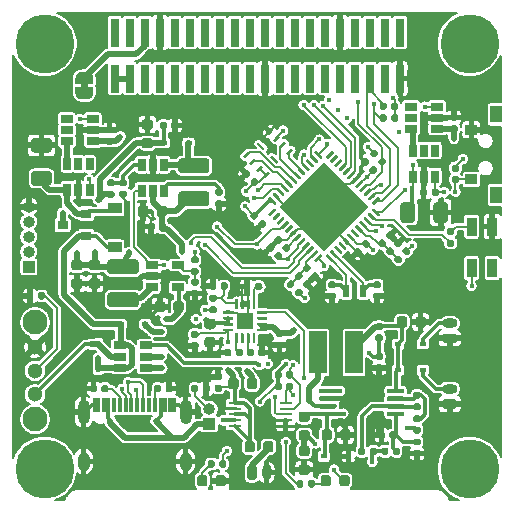
<source format=gbr>
G04 #@! TF.GenerationSoftware,KiCad,Pcbnew,(5.1.6)-1*
G04 #@! TF.CreationDate,2020-10-15T10:09:19+02:00*
G04 #@! TF.ProjectId,DynOSSAT-EDU-EPS,44796e4f-5353-4415-942d-4544552d4550,rev?*
G04 #@! TF.SameCoordinates,Original*
G04 #@! TF.FileFunction,Copper,L1,Top*
G04 #@! TF.FilePolarity,Positive*
%FSLAX46Y46*%
G04 Gerber Fmt 4.6, Leading zero omitted, Abs format (unit mm)*
G04 Created by KiCad (PCBNEW (5.1.6)-1) date 2020-10-15 10:09:19*
%MOMM*%
%LPD*%
G01*
G04 APERTURE LIST*
G04 #@! TA.AperFunction,EtchedComponent*
%ADD10C,0.100000*%
G04 #@! TD*
G04 #@! TA.AperFunction,SMDPad,CuDef*
%ADD11R,0.600000X0.450000*%
G04 #@! TD*
G04 #@! TA.AperFunction,ComponentPad*
%ADD12C,0.800000*%
G04 #@! TD*
G04 #@! TA.AperFunction,ComponentPad*
%ADD13C,5.000000*%
G04 #@! TD*
G04 #@! TA.AperFunction,ComponentPad*
%ADD14O,0.800000X1.300000*%
G04 #@! TD*
G04 #@! TA.AperFunction,SMDPad,CuDef*
%ADD15R,1.500000X3.600000*%
G04 #@! TD*
G04 #@! TA.AperFunction,ComponentPad*
%ADD16O,1.300000X0.800000*%
G04 #@! TD*
G04 #@! TA.AperFunction,SMDPad,CuDef*
%ADD17R,0.740000X2.400000*%
G04 #@! TD*
G04 #@! TA.AperFunction,ComponentPad*
%ADD18O,1.000000X1.000000*%
G04 #@! TD*
G04 #@! TA.AperFunction,ComponentPad*
%ADD19R,1.000000X1.000000*%
G04 #@! TD*
G04 #@! TA.AperFunction,SMDPad,CuDef*
%ADD20R,0.900000X0.800000*%
G04 #@! TD*
G04 #@! TA.AperFunction,SMDPad,CuDef*
%ADD21R,0.450000X0.600000*%
G04 #@! TD*
G04 #@! TA.AperFunction,SMDPad,CuDef*
%ADD22C,0.100000*%
G04 #@! TD*
G04 #@! TA.AperFunction,SMDPad,CuDef*
%ADD23R,1.200000X0.900000*%
G04 #@! TD*
G04 #@! TA.AperFunction,ComponentPad*
%ADD24O,1.000000X1.600000*%
G04 #@! TD*
G04 #@! TA.AperFunction,ComponentPad*
%ADD25O,1.000000X2.100000*%
G04 #@! TD*
G04 #@! TA.AperFunction,SMDPad,CuDef*
%ADD26R,0.300000X1.150000*%
G04 #@! TD*
G04 #@! TA.AperFunction,SMDPad,CuDef*
%ADD27R,1.000000X0.900000*%
G04 #@! TD*
G04 #@! TA.AperFunction,SMDPad,CuDef*
%ADD28R,1.000000X1.450000*%
G04 #@! TD*
G04 #@! TA.AperFunction,ComponentPad*
%ADD29C,2.100000*%
G04 #@! TD*
G04 #@! TA.AperFunction,ComponentPad*
%ADD30C,1.300000*%
G04 #@! TD*
G04 #@! TA.AperFunction,SMDPad,CuDef*
%ADD31R,0.600000X1.100000*%
G04 #@! TD*
G04 #@! TA.AperFunction,SMDPad,CuDef*
%ADD32R,1.060000X0.650000*%
G04 #@! TD*
G04 #@! TA.AperFunction,SMDPad,CuDef*
%ADD33R,1.100000X0.250000*%
G04 #@! TD*
G04 #@! TA.AperFunction,SMDPad,CuDef*
%ADD34R,0.650000X1.060000*%
G04 #@! TD*
G04 #@! TA.AperFunction,SMDPad,CuDef*
%ADD35R,1.450000X1.450000*%
G04 #@! TD*
G04 #@! TA.AperFunction,SMDPad,CuDef*
%ADD36R,0.850000X1.600000*%
G04 #@! TD*
G04 #@! TA.AperFunction,ViaPad*
%ADD37C,0.450000*%
G04 #@! TD*
G04 #@! TA.AperFunction,Conductor*
%ADD38C,0.300000*%
G04 #@! TD*
G04 #@! TA.AperFunction,Conductor*
%ADD39C,0.200000*%
G04 #@! TD*
G04 #@! TA.AperFunction,Conductor*
%ADD40C,0.500000*%
G04 #@! TD*
G04 #@! TA.AperFunction,Conductor*
%ADD41C,0.150000*%
G04 #@! TD*
G04 APERTURE END LIST*
D10*
G36*
X193603600Y-54893400D02*
G01*
X193603600Y-55393400D01*
X194203600Y-55393400D01*
X194203600Y-54893400D01*
X193603600Y-54893400D01*
G37*
G04 #@! TA.AperFunction,SMDPad,CuDef*
G36*
G01*
X213779800Y-81090800D02*
X213779800Y-80890800D01*
G75*
G02*
X213879800Y-80790800I100000J0D01*
G01*
X215154800Y-80790800D01*
G75*
G02*
X215254800Y-80890800I0J-100000D01*
G01*
X215254800Y-81090800D01*
G75*
G02*
X215154800Y-81190800I-100000J0D01*
G01*
X213879800Y-81190800D01*
G75*
G02*
X213779800Y-81090800I0J100000D01*
G01*
G37*
G04 #@! TD.AperFunction*
G04 #@! TA.AperFunction,SMDPad,CuDef*
G36*
G01*
X213779800Y-81740800D02*
X213779800Y-81540800D01*
G75*
G02*
X213879800Y-81440800I100000J0D01*
G01*
X215154800Y-81440800D01*
G75*
G02*
X215254800Y-81540800I0J-100000D01*
G01*
X215254800Y-81740800D01*
G75*
G02*
X215154800Y-81840800I-100000J0D01*
G01*
X213879800Y-81840800D01*
G75*
G02*
X213779800Y-81740800I0J100000D01*
G01*
G37*
G04 #@! TD.AperFunction*
G04 #@! TA.AperFunction,SMDPad,CuDef*
G36*
G01*
X213779800Y-82390800D02*
X213779800Y-82190800D01*
G75*
G02*
X213879800Y-82090800I100000J0D01*
G01*
X215154800Y-82090800D01*
G75*
G02*
X215254800Y-82190800I0J-100000D01*
G01*
X215254800Y-82390800D01*
G75*
G02*
X215154800Y-82490800I-100000J0D01*
G01*
X213879800Y-82490800D01*
G75*
G02*
X213779800Y-82390800I0J100000D01*
G01*
G37*
G04 #@! TD.AperFunction*
G04 #@! TA.AperFunction,SMDPad,CuDef*
G36*
G01*
X213779800Y-83040800D02*
X213779800Y-82840800D01*
G75*
G02*
X213879800Y-82740800I100000J0D01*
G01*
X215154800Y-82740800D01*
G75*
G02*
X215254800Y-82840800I0J-100000D01*
G01*
X215254800Y-83040800D01*
G75*
G02*
X215154800Y-83140800I-100000J0D01*
G01*
X213879800Y-83140800D01*
G75*
G02*
X213779800Y-83040800I0J100000D01*
G01*
G37*
G04 #@! TD.AperFunction*
G04 #@! TA.AperFunction,SMDPad,CuDef*
G36*
G01*
X219504800Y-83040800D02*
X219504800Y-82840800D01*
G75*
G02*
X219604800Y-82740800I100000J0D01*
G01*
X220879800Y-82740800D01*
G75*
G02*
X220979800Y-82840800I0J-100000D01*
G01*
X220979800Y-83040800D01*
G75*
G02*
X220879800Y-83140800I-100000J0D01*
G01*
X219604800Y-83140800D01*
G75*
G02*
X219504800Y-83040800I0J100000D01*
G01*
G37*
G04 #@! TD.AperFunction*
G04 #@! TA.AperFunction,SMDPad,CuDef*
G36*
G01*
X219504800Y-82390800D02*
X219504800Y-82190800D01*
G75*
G02*
X219604800Y-82090800I100000J0D01*
G01*
X220879800Y-82090800D01*
G75*
G02*
X220979800Y-82190800I0J-100000D01*
G01*
X220979800Y-82390800D01*
G75*
G02*
X220879800Y-82490800I-100000J0D01*
G01*
X219604800Y-82490800D01*
G75*
G02*
X219504800Y-82390800I0J100000D01*
G01*
G37*
G04 #@! TD.AperFunction*
G04 #@! TA.AperFunction,SMDPad,CuDef*
G36*
G01*
X219504800Y-81740800D02*
X219504800Y-81540800D01*
G75*
G02*
X219604800Y-81440800I100000J0D01*
G01*
X220879800Y-81440800D01*
G75*
G02*
X220979800Y-81540800I0J-100000D01*
G01*
X220979800Y-81740800D01*
G75*
G02*
X220879800Y-81840800I-100000J0D01*
G01*
X219604800Y-81840800D01*
G75*
G02*
X219504800Y-81740800I0J100000D01*
G01*
G37*
G04 #@! TD.AperFunction*
G04 #@! TA.AperFunction,SMDPad,CuDef*
G36*
G01*
X219504800Y-81090800D02*
X219504800Y-80890800D01*
G75*
G02*
X219604800Y-80790800I100000J0D01*
G01*
X220879800Y-80790800D01*
G75*
G02*
X220979800Y-80890800I0J-100000D01*
G01*
X220979800Y-81090800D01*
G75*
G02*
X220879800Y-81190800I-100000J0D01*
G01*
X219604800Y-81190800D01*
G75*
G02*
X219504800Y-81090800I0J100000D01*
G01*
G37*
G04 #@! TD.AperFunction*
G04 #@! TA.AperFunction,SMDPad,CuDef*
G36*
G01*
X198255200Y-71107000D02*
X196105200Y-71107000D01*
G75*
G02*
X195855200Y-70857000I0J250000D01*
G01*
X195855200Y-70107000D01*
G75*
G02*
X196105200Y-69857000I250000J0D01*
G01*
X198255200Y-69857000D01*
G75*
G02*
X198505200Y-70107000I0J-250000D01*
G01*
X198505200Y-70857000D01*
G75*
G02*
X198255200Y-71107000I-250000J0D01*
G01*
G37*
G04 #@! TD.AperFunction*
G04 #@! TA.AperFunction,SMDPad,CuDef*
G36*
G01*
X198255200Y-73907000D02*
X196105200Y-73907000D01*
G75*
G02*
X195855200Y-73657000I0J250000D01*
G01*
X195855200Y-72907000D01*
G75*
G02*
X196105200Y-72657000I250000J0D01*
G01*
X198255200Y-72657000D01*
G75*
G02*
X198505200Y-72907000I0J-250000D01*
G01*
X198505200Y-73657000D01*
G75*
G02*
X198255200Y-73907000I-250000J0D01*
G01*
G37*
G04 #@! TD.AperFunction*
G04 #@! TA.AperFunction,SMDPad,CuDef*
G36*
G01*
X204249600Y-62547200D02*
X202099600Y-62547200D01*
G75*
G02*
X201849600Y-62297200I0J250000D01*
G01*
X201849600Y-61547200D01*
G75*
G02*
X202099600Y-61297200I250000J0D01*
G01*
X204249600Y-61297200D01*
G75*
G02*
X204499600Y-61547200I0J-250000D01*
G01*
X204499600Y-62297200D01*
G75*
G02*
X204249600Y-62547200I-250000J0D01*
G01*
G37*
G04 #@! TD.AperFunction*
G04 #@! TA.AperFunction,SMDPad,CuDef*
G36*
G01*
X204249600Y-65347200D02*
X202099600Y-65347200D01*
G75*
G02*
X201849600Y-65097200I0J250000D01*
G01*
X201849600Y-64347200D01*
G75*
G02*
X202099600Y-64097200I250000J0D01*
G01*
X204249600Y-64097200D01*
G75*
G02*
X204499600Y-64347200I0J-250000D01*
G01*
X204499600Y-65097200D01*
G75*
G02*
X204249600Y-65347200I-250000J0D01*
G01*
G37*
G04 #@! TD.AperFunction*
D11*
X202726000Y-59994800D03*
X200626000Y-59994800D03*
D12*
X227859825Y-86270175D03*
X226534000Y-85721000D03*
X225208175Y-86270175D03*
X224659000Y-87596000D03*
X225208175Y-88921825D03*
X226534000Y-89471000D03*
X227859825Y-88921825D03*
X228409000Y-87596000D03*
D13*
X226534000Y-87596000D03*
D12*
X191859825Y-50270175D03*
X190534000Y-49721000D03*
X189208175Y-50270175D03*
X188659000Y-51596000D03*
X189208175Y-52921825D03*
X190534000Y-53471000D03*
X191859825Y-52921825D03*
X192409000Y-51596000D03*
D13*
X190534000Y-51596000D03*
X226534000Y-51596000D03*
D12*
X228409000Y-51596000D03*
X227859825Y-52921825D03*
X226534000Y-53471000D03*
X225208175Y-52921825D03*
X224659000Y-51596000D03*
X225208175Y-50270175D03*
X226534000Y-49721000D03*
X227859825Y-50270175D03*
D13*
X190534000Y-87596000D03*
D12*
X192409000Y-87596000D03*
X191859825Y-88921825D03*
X190534000Y-89471000D03*
X189208175Y-88921825D03*
X188659000Y-87596000D03*
X189208175Y-86270175D03*
X190534000Y-85721000D03*
X191859825Y-86270175D03*
G04 #@! TA.AperFunction,SMDPad,CuDef*
G36*
G01*
X220364600Y-75414850D02*
X220364600Y-74902350D01*
G75*
G02*
X220583350Y-74683600I218750J0D01*
G01*
X221020850Y-74683600D01*
G75*
G02*
X221239600Y-74902350I0J-218750D01*
G01*
X221239600Y-75414850D01*
G75*
G02*
X221020850Y-75633600I-218750J0D01*
G01*
X220583350Y-75633600D01*
G75*
G02*
X220364600Y-75414850I0J218750D01*
G01*
G37*
G04 #@! TD.AperFunction*
G04 #@! TA.AperFunction,SMDPad,CuDef*
G36*
G01*
X221939600Y-75414850D02*
X221939600Y-74902350D01*
G75*
G02*
X222158350Y-74683600I218750J0D01*
G01*
X222595850Y-74683600D01*
G75*
G02*
X222814600Y-74902350I0J-218750D01*
G01*
X222814600Y-75414850D01*
G75*
G02*
X222595850Y-75633600I-218750J0D01*
G01*
X222158350Y-75633600D01*
G75*
G02*
X221939600Y-75414850I0J218750D01*
G01*
G37*
G04 #@! TD.AperFunction*
G04 #@! TA.AperFunction,SMDPad,CuDef*
G36*
G01*
X202316800Y-73606950D02*
X202316800Y-74119450D01*
G75*
G02*
X202098050Y-74338200I-218750J0D01*
G01*
X201660550Y-74338200D01*
G75*
G02*
X201441800Y-74119450I0J218750D01*
G01*
X201441800Y-73606950D01*
G75*
G02*
X201660550Y-73388200I218750J0D01*
G01*
X202098050Y-73388200D01*
G75*
G02*
X202316800Y-73606950I0J-218750D01*
G01*
G37*
G04 #@! TD.AperFunction*
G04 #@! TA.AperFunction,SMDPad,CuDef*
G36*
G01*
X200741800Y-73606950D02*
X200741800Y-74119450D01*
G75*
G02*
X200523050Y-74338200I-218750J0D01*
G01*
X200085550Y-74338200D01*
G75*
G02*
X199866800Y-74119450I0J218750D01*
G01*
X199866800Y-73606950D01*
G75*
G02*
X200085550Y-73388200I218750J0D01*
G01*
X200523050Y-73388200D01*
G75*
G02*
X200741800Y-73606950I0J-218750D01*
G01*
G37*
G04 #@! TD.AperFunction*
G04 #@! TA.AperFunction,SMDPad,CuDef*
G36*
G01*
X199319400Y-65529750D02*
X199319400Y-66042250D01*
G75*
G02*
X199100650Y-66261000I-218750J0D01*
G01*
X198663150Y-66261000D01*
G75*
G02*
X198444400Y-66042250I0J218750D01*
G01*
X198444400Y-65529750D01*
G75*
G02*
X198663150Y-65311000I218750J0D01*
G01*
X199100650Y-65311000D01*
G75*
G02*
X199319400Y-65529750I0J-218750D01*
G01*
G37*
G04 #@! TD.AperFunction*
G04 #@! TA.AperFunction,SMDPad,CuDef*
G36*
G01*
X200894400Y-65529750D02*
X200894400Y-66042250D01*
G75*
G02*
X200675650Y-66261000I-218750J0D01*
G01*
X200238150Y-66261000D01*
G75*
G02*
X200019400Y-66042250I0J218750D01*
G01*
X200019400Y-65529750D01*
G75*
G02*
X200238150Y-65311000I218750J0D01*
G01*
X200675650Y-65311000D01*
G75*
G02*
X200894400Y-65529750I0J-218750D01*
G01*
G37*
G04 #@! TD.AperFunction*
G04 #@! TA.AperFunction,SMDPad,CuDef*
G36*
G01*
X216363000Y-88338950D02*
X216363000Y-88851450D01*
G75*
G02*
X216144250Y-89070200I-218750J0D01*
G01*
X215706750Y-89070200D01*
G75*
G02*
X215488000Y-88851450I0J218750D01*
G01*
X215488000Y-88338950D01*
G75*
G02*
X215706750Y-88120200I218750J0D01*
G01*
X216144250Y-88120200D01*
G75*
G02*
X216363000Y-88338950I0J-218750D01*
G01*
G37*
G04 #@! TD.AperFunction*
G04 #@! TA.AperFunction,SMDPad,CuDef*
G36*
G01*
X214788000Y-88338950D02*
X214788000Y-88851450D01*
G75*
G02*
X214569250Y-89070200I-218750J0D01*
G01*
X214131750Y-89070200D01*
G75*
G02*
X213913000Y-88851450I0J218750D01*
G01*
X213913000Y-88338950D01*
G75*
G02*
X214131750Y-88120200I218750J0D01*
G01*
X214569250Y-88120200D01*
G75*
G02*
X214788000Y-88338950I0J-218750D01*
G01*
G37*
G04 #@! TD.AperFunction*
G04 #@! TA.AperFunction,SMDPad,CuDef*
G36*
G01*
X207664800Y-80621850D02*
X207664800Y-80109350D01*
G75*
G02*
X207883550Y-79890600I218750J0D01*
G01*
X208321050Y-79890600D01*
G75*
G02*
X208539800Y-80109350I0J-218750D01*
G01*
X208539800Y-80621850D01*
G75*
G02*
X208321050Y-80840600I-218750J0D01*
G01*
X207883550Y-80840600D01*
G75*
G02*
X207664800Y-80621850I0J218750D01*
G01*
G37*
G04 #@! TD.AperFunction*
G04 #@! TA.AperFunction,SMDPad,CuDef*
G36*
G01*
X206089800Y-80621850D02*
X206089800Y-80109350D01*
G75*
G02*
X206308550Y-79890600I218750J0D01*
G01*
X206746050Y-79890600D01*
G75*
G02*
X206964800Y-80109350I0J-218750D01*
G01*
X206964800Y-80621850D01*
G75*
G02*
X206746050Y-80840600I-218750J0D01*
G01*
X206308550Y-80840600D01*
G75*
G02*
X206089800Y-80621850I0J218750D01*
G01*
G37*
G04 #@! TD.AperFunction*
G04 #@! TA.AperFunction,SMDPad,CuDef*
G36*
G01*
X212778050Y-85197400D02*
X212265550Y-85197400D01*
G75*
G02*
X212046800Y-84978650I0J218750D01*
G01*
X212046800Y-84541150D01*
G75*
G02*
X212265550Y-84322400I218750J0D01*
G01*
X212778050Y-84322400D01*
G75*
G02*
X212996800Y-84541150I0J-218750D01*
G01*
X212996800Y-84978650D01*
G75*
G02*
X212778050Y-85197400I-218750J0D01*
G01*
G37*
G04 #@! TD.AperFunction*
G04 #@! TA.AperFunction,SMDPad,CuDef*
G36*
G01*
X212778050Y-83622400D02*
X212265550Y-83622400D01*
G75*
G02*
X212046800Y-83403650I0J218750D01*
G01*
X212046800Y-82966150D01*
G75*
G02*
X212265550Y-82747400I218750J0D01*
G01*
X212778050Y-82747400D01*
G75*
G02*
X212996800Y-82966150I0J-218750D01*
G01*
X212996800Y-83403650D01*
G75*
G02*
X212778050Y-83622400I-218750J0D01*
G01*
G37*
G04 #@! TD.AperFunction*
G04 #@! TA.AperFunction,SMDPad,CuDef*
G36*
G01*
X209918000Y-85468750D02*
X209918000Y-85981250D01*
G75*
G02*
X209699250Y-86200000I-218750J0D01*
G01*
X209261750Y-86200000D01*
G75*
G02*
X209043000Y-85981250I0J218750D01*
G01*
X209043000Y-85468750D01*
G75*
G02*
X209261750Y-85250000I218750J0D01*
G01*
X209699250Y-85250000D01*
G75*
G02*
X209918000Y-85468750I0J-218750D01*
G01*
G37*
G04 #@! TD.AperFunction*
G04 #@! TA.AperFunction,SMDPad,CuDef*
G36*
G01*
X208343000Y-85468750D02*
X208343000Y-85981250D01*
G75*
G02*
X208124250Y-86200000I-218750J0D01*
G01*
X207686750Y-86200000D01*
G75*
G02*
X207468000Y-85981250I0J218750D01*
G01*
X207468000Y-85468750D01*
G75*
G02*
X207686750Y-85250000I218750J0D01*
G01*
X208124250Y-85250000D01*
G75*
G02*
X208343000Y-85468750I0J-218750D01*
G01*
G37*
G04 #@! TD.AperFunction*
D14*
X209333400Y-87884000D03*
G04 #@! TA.AperFunction,ComponentPad*
G36*
G01*
X207683400Y-88334000D02*
X207683400Y-87434000D01*
G75*
G02*
X207883400Y-87234000I200000J0D01*
G01*
X208283400Y-87234000D01*
G75*
G02*
X208483400Y-87434000I0J-200000D01*
G01*
X208483400Y-88334000D01*
G75*
G02*
X208283400Y-88534000I-200000J0D01*
G01*
X207883400Y-88534000D01*
G75*
G02*
X207683400Y-88334000I0J200000D01*
G01*
G37*
G04 #@! TD.AperFunction*
G04 #@! TA.AperFunction,SMDPad,CuDef*
G36*
G01*
X194510950Y-71470000D02*
X195023450Y-71470000D01*
G75*
G02*
X195242200Y-71688750I0J-218750D01*
G01*
X195242200Y-72126250D01*
G75*
G02*
X195023450Y-72345000I-218750J0D01*
G01*
X194510950Y-72345000D01*
G75*
G02*
X194292200Y-72126250I0J218750D01*
G01*
X194292200Y-71688750D01*
G75*
G02*
X194510950Y-71470000I218750J0D01*
G01*
G37*
G04 #@! TD.AperFunction*
G04 #@! TA.AperFunction,SMDPad,CuDef*
G36*
G01*
X194510950Y-69895000D02*
X195023450Y-69895000D01*
G75*
G02*
X195242200Y-70113750I0J-218750D01*
G01*
X195242200Y-70551250D01*
G75*
G02*
X195023450Y-70770000I-218750J0D01*
G01*
X194510950Y-70770000D01*
G75*
G02*
X194292200Y-70551250I0J218750D01*
G01*
X194292200Y-70113750D01*
G75*
G02*
X194510950Y-69895000I218750J0D01*
G01*
G37*
G04 #@! TD.AperFunction*
G04 #@! TA.AperFunction,SMDPad,CuDef*
G36*
G01*
X193012350Y-69895000D02*
X193524850Y-69895000D01*
G75*
G02*
X193743600Y-70113750I0J-218750D01*
G01*
X193743600Y-70551250D01*
G75*
G02*
X193524850Y-70770000I-218750J0D01*
G01*
X193012350Y-70770000D01*
G75*
G02*
X192793600Y-70551250I0J218750D01*
G01*
X192793600Y-70113750D01*
G75*
G02*
X193012350Y-69895000I218750J0D01*
G01*
G37*
G04 #@! TD.AperFunction*
G04 #@! TA.AperFunction,SMDPad,CuDef*
G36*
G01*
X193012350Y-71470000D02*
X193524850Y-71470000D01*
G75*
G02*
X193743600Y-71688750I0J-218750D01*
G01*
X193743600Y-72126250D01*
G75*
G02*
X193524850Y-72345000I-218750J0D01*
G01*
X193012350Y-72345000D01*
G75*
G02*
X192793600Y-72126250I0J218750D01*
G01*
X192793600Y-71688750D01*
G75*
G02*
X193012350Y-71470000I218750J0D01*
G01*
G37*
G04 #@! TD.AperFunction*
D15*
X213689200Y-77724000D03*
X216739200Y-77724000D03*
G04 #@! TA.AperFunction,SMDPad,CuDef*
G36*
G01*
X213995800Y-84965250D02*
X213995800Y-84452750D01*
G75*
G02*
X214214550Y-84234000I218750J0D01*
G01*
X214652050Y-84234000D01*
G75*
G02*
X214870800Y-84452750I0J-218750D01*
G01*
X214870800Y-84965250D01*
G75*
G02*
X214652050Y-85184000I-218750J0D01*
G01*
X214214550Y-85184000D01*
G75*
G02*
X213995800Y-84965250I0J218750D01*
G01*
G37*
G04 #@! TD.AperFunction*
G04 #@! TA.AperFunction,SMDPad,CuDef*
G36*
G01*
X215570800Y-84965250D02*
X215570800Y-84452750D01*
G75*
G02*
X215789550Y-84234000I218750J0D01*
G01*
X216227050Y-84234000D01*
G75*
G02*
X216445800Y-84452750I0J-218750D01*
G01*
X216445800Y-84965250D01*
G75*
G02*
X216227050Y-85184000I-218750J0D01*
G01*
X215789550Y-85184000D01*
G75*
G02*
X215570800Y-84965250I0J218750D01*
G01*
G37*
G04 #@! TD.AperFunction*
G04 #@! TA.AperFunction,SMDPad,CuDef*
G36*
G01*
X205898200Y-88338950D02*
X205898200Y-88851450D01*
G75*
G02*
X205679450Y-89070200I-218750J0D01*
G01*
X205241950Y-89070200D01*
G75*
G02*
X205023200Y-88851450I0J218750D01*
G01*
X205023200Y-88338950D01*
G75*
G02*
X205241950Y-88120200I218750J0D01*
G01*
X205679450Y-88120200D01*
G75*
G02*
X205898200Y-88338950I0J-218750D01*
G01*
G37*
G04 #@! TD.AperFunction*
G04 #@! TA.AperFunction,SMDPad,CuDef*
G36*
G01*
X204323200Y-88338950D02*
X204323200Y-88851450D01*
G75*
G02*
X204104450Y-89070200I-218750J0D01*
G01*
X203666950Y-89070200D01*
G75*
G02*
X203448200Y-88851450I0J218750D01*
G01*
X203448200Y-88338950D01*
G75*
G02*
X203666950Y-88120200I218750J0D01*
G01*
X204104450Y-88120200D01*
G75*
G02*
X204323200Y-88338950I0J-218750D01*
G01*
G37*
G04 #@! TD.AperFunction*
D11*
X214164200Y-86537800D03*
X216264200Y-86537800D03*
D16*
X224840800Y-80842800D03*
G04 #@! TA.AperFunction,ComponentPad*
G36*
G01*
X225290800Y-82492800D02*
X224390800Y-82492800D01*
G75*
G02*
X224190800Y-82292800I0J200000D01*
G01*
X224190800Y-81892800D01*
G75*
G02*
X224390800Y-81692800I200000J0D01*
G01*
X225290800Y-81692800D01*
G75*
G02*
X225490800Y-81892800I0J-200000D01*
G01*
X225490800Y-82292800D01*
G75*
G02*
X225290800Y-82492800I-200000J0D01*
G01*
G37*
G04 #@! TD.AperFunction*
G04 #@! TA.AperFunction,ComponentPad*
G36*
G01*
X225290800Y-76930200D02*
X224390800Y-76930200D01*
G75*
G02*
X224190800Y-76730200I0J200000D01*
G01*
X224190800Y-76330200D01*
G75*
G02*
X224390800Y-76130200I200000J0D01*
G01*
X225290800Y-76130200D01*
G75*
G02*
X225490800Y-76330200I0J-200000D01*
G01*
X225490800Y-76730200D01*
G75*
G02*
X225290800Y-76930200I-200000J0D01*
G01*
G37*
G04 #@! TD.AperFunction*
X224840800Y-75280200D03*
D17*
X196494400Y-54547600D03*
X196494400Y-50647600D03*
X197764400Y-54547600D03*
X197764400Y-50647600D03*
X199034400Y-54547600D03*
X199034400Y-50647600D03*
X200304400Y-54547600D03*
X200304400Y-50647600D03*
X201574400Y-54547600D03*
X201574400Y-50647600D03*
X202844400Y-54547600D03*
X202844400Y-50647600D03*
X204114400Y-54547600D03*
X204114400Y-50647600D03*
X205384400Y-54547600D03*
X205384400Y-50647600D03*
X206654400Y-54547600D03*
X206654400Y-50647600D03*
X207924400Y-54547600D03*
X207924400Y-50647600D03*
X209194400Y-54547600D03*
X209194400Y-50647600D03*
X210464400Y-54547600D03*
X210464400Y-50647600D03*
X211734400Y-54547600D03*
X211734400Y-50647600D03*
X213004400Y-54547600D03*
X213004400Y-50647600D03*
X214274400Y-54547600D03*
X214274400Y-50647600D03*
X215544400Y-54547600D03*
X215544400Y-50647600D03*
X216814400Y-54547600D03*
X216814400Y-50647600D03*
X218084400Y-54547600D03*
X218084400Y-50647600D03*
X219354400Y-54547600D03*
X219354400Y-50647600D03*
X220624400Y-54547600D03*
X220624400Y-50647600D03*
G04 #@! TA.AperFunction,SMDPad,CuDef*
G36*
G01*
X200789800Y-80969900D02*
X200789800Y-80624900D01*
G75*
G02*
X200937300Y-80477400I147500J0D01*
G01*
X201232300Y-80477400D01*
G75*
G02*
X201379800Y-80624900I0J-147500D01*
G01*
X201379800Y-80969900D01*
G75*
G02*
X201232300Y-81117400I-147500J0D01*
G01*
X200937300Y-81117400D01*
G75*
G02*
X200789800Y-80969900I0J147500D01*
G01*
G37*
G04 #@! TD.AperFunction*
G04 #@! TA.AperFunction,SMDPad,CuDef*
G36*
G01*
X199819800Y-80969900D02*
X199819800Y-80624900D01*
G75*
G02*
X199967300Y-80477400I147500J0D01*
G01*
X200262300Y-80477400D01*
G75*
G02*
X200409800Y-80624900I0J-147500D01*
G01*
X200409800Y-80969900D01*
G75*
G02*
X200262300Y-81117400I-147500J0D01*
G01*
X199967300Y-81117400D01*
G75*
G02*
X199819800Y-80969900I0J147500D01*
G01*
G37*
G04 #@! TD.AperFunction*
G04 #@! TA.AperFunction,SMDPad,CuDef*
G36*
G01*
X195944200Y-80624900D02*
X195944200Y-80969900D01*
G75*
G02*
X195796700Y-81117400I-147500J0D01*
G01*
X195501700Y-81117400D01*
G75*
G02*
X195354200Y-80969900I0J147500D01*
G01*
X195354200Y-80624900D01*
G75*
G02*
X195501700Y-80477400I147500J0D01*
G01*
X195796700Y-80477400D01*
G75*
G02*
X195944200Y-80624900I0J-147500D01*
G01*
G37*
G04 #@! TD.AperFunction*
G04 #@! TA.AperFunction,SMDPad,CuDef*
G36*
G01*
X194974200Y-80624900D02*
X194974200Y-80969900D01*
G75*
G02*
X194826700Y-81117400I-147500J0D01*
G01*
X194531700Y-81117400D01*
G75*
G02*
X194384200Y-80969900I0J147500D01*
G01*
X194384200Y-80624900D01*
G75*
G02*
X194531700Y-80477400I147500J0D01*
G01*
X194826700Y-80477400D01*
G75*
G02*
X194974200Y-80624900I0J-147500D01*
G01*
G37*
G04 #@! TD.AperFunction*
D18*
X204470000Y-82524600D03*
D19*
X204470000Y-83794600D03*
G04 #@! TA.AperFunction,SMDPad,CuDef*
G36*
G01*
X199493850Y-60457800D02*
X198981350Y-60457800D01*
G75*
G02*
X198762600Y-60239050I0J218750D01*
G01*
X198762600Y-59801550D01*
G75*
G02*
X198981350Y-59582800I218750J0D01*
G01*
X199493850Y-59582800D01*
G75*
G02*
X199712600Y-59801550I0J-218750D01*
G01*
X199712600Y-60239050D01*
G75*
G02*
X199493850Y-60457800I-218750J0D01*
G01*
G37*
G04 #@! TD.AperFunction*
G04 #@! TA.AperFunction,SMDPad,CuDef*
G36*
G01*
X199493850Y-58882800D02*
X198981350Y-58882800D01*
G75*
G02*
X198762600Y-58664050I0J218750D01*
G01*
X198762600Y-58226550D01*
G75*
G02*
X198981350Y-58007800I218750J0D01*
G01*
X199493850Y-58007800D01*
G75*
G02*
X199712600Y-58226550I0J-218750D01*
G01*
X199712600Y-58664050D01*
G75*
G02*
X199493850Y-58882800I-218750J0D01*
G01*
G37*
G04 #@! TD.AperFunction*
D20*
X194065400Y-67879000D03*
X194065400Y-65979000D03*
X192065400Y-66929000D03*
D19*
X189204600Y-70485000D03*
D18*
X189204600Y-69215000D03*
X189204600Y-67945000D03*
X189204600Y-66675000D03*
X189204600Y-65405000D03*
D11*
X199068400Y-75361800D03*
X196968400Y-75361800D03*
D21*
X195072000Y-77029600D03*
X195072000Y-79129600D03*
G04 #@! TA.AperFunction,SMDPad,CuDef*
G36*
G01*
X214711500Y-72681600D02*
X215056500Y-72681600D01*
G75*
G02*
X215204000Y-72829100I0J-147500D01*
G01*
X215204000Y-73124100D01*
G75*
G02*
X215056500Y-73271600I-147500J0D01*
G01*
X214711500Y-73271600D01*
G75*
G02*
X214564000Y-73124100I0J147500D01*
G01*
X214564000Y-72829100D01*
G75*
G02*
X214711500Y-72681600I147500J0D01*
G01*
G37*
G04 #@! TD.AperFunction*
G04 #@! TA.AperFunction,SMDPad,CuDef*
G36*
G01*
X214711500Y-71711600D02*
X215056500Y-71711600D01*
G75*
G02*
X215204000Y-71859100I0J-147500D01*
G01*
X215204000Y-72154100D01*
G75*
G02*
X215056500Y-72301600I-147500J0D01*
G01*
X214711500Y-72301600D01*
G75*
G02*
X214564000Y-72154100I0J147500D01*
G01*
X214564000Y-71859100D01*
G75*
G02*
X214711500Y-71711600I147500J0D01*
G01*
G37*
G04 #@! TD.AperFunction*
G04 #@! TA.AperFunction,SMDPad,CuDef*
G36*
G01*
X218521500Y-72681600D02*
X218866500Y-72681600D01*
G75*
G02*
X219014000Y-72829100I0J-147500D01*
G01*
X219014000Y-73124100D01*
G75*
G02*
X218866500Y-73271600I-147500J0D01*
G01*
X218521500Y-73271600D01*
G75*
G02*
X218374000Y-73124100I0J147500D01*
G01*
X218374000Y-72829100D01*
G75*
G02*
X218521500Y-72681600I147500J0D01*
G01*
G37*
G04 #@! TD.AperFunction*
G04 #@! TA.AperFunction,SMDPad,CuDef*
G36*
G01*
X218521500Y-71711600D02*
X218866500Y-71711600D01*
G75*
G02*
X219014000Y-71859100I0J-147500D01*
G01*
X219014000Y-72154100D01*
G75*
G02*
X218866500Y-72301600I-147500J0D01*
G01*
X218521500Y-72301600D01*
G75*
G02*
X218374000Y-72154100I0J147500D01*
G01*
X218374000Y-71859100D01*
G75*
G02*
X218521500Y-71711600I147500J0D01*
G01*
G37*
G04 #@! TD.AperFunction*
G04 #@! TA.AperFunction,SMDPad,CuDef*
G36*
G01*
X210655225Y-68272874D02*
X210411273Y-68516825D01*
G75*
G02*
X210202677Y-68516825I-104298J104298D01*
G01*
X209994081Y-68308229D01*
G75*
G02*
X209994081Y-68099633I104298J104298D01*
G01*
X210238033Y-67855681D01*
G75*
G02*
X210446629Y-67855681I104298J-104298D01*
G01*
X210655225Y-68064277D01*
G75*
G02*
X210655225Y-68272873I-104298J-104298D01*
G01*
G37*
G04 #@! TD.AperFunction*
G04 #@! TA.AperFunction,SMDPad,CuDef*
G36*
G01*
X211341119Y-68958768D02*
X211097167Y-69202719D01*
G75*
G02*
X210888571Y-69202719I-104298J104298D01*
G01*
X210679975Y-68994123D01*
G75*
G02*
X210679975Y-68785527I104298J104298D01*
G01*
X210923927Y-68541575D01*
G75*
G02*
X211132523Y-68541575I104298J-104298D01*
G01*
X211341119Y-68750171D01*
G75*
G02*
X211341119Y-68958767I-104298J-104298D01*
G01*
G37*
G04 #@! TD.AperFunction*
G04 #@! TA.AperFunction,SMDPad,CuDef*
G36*
G01*
X218707119Y-62380168D02*
X218463167Y-62624119D01*
G75*
G02*
X218254571Y-62624119I-104298J104298D01*
G01*
X218045975Y-62415523D01*
G75*
G02*
X218045975Y-62206927I104298J104298D01*
G01*
X218289927Y-61962975D01*
G75*
G02*
X218498523Y-61962975I104298J-104298D01*
G01*
X218707119Y-62171571D01*
G75*
G02*
X218707119Y-62380167I-104298J-104298D01*
G01*
G37*
G04 #@! TD.AperFunction*
G04 #@! TA.AperFunction,SMDPad,CuDef*
G36*
G01*
X218021225Y-61694274D02*
X217777273Y-61938225D01*
G75*
G02*
X217568677Y-61938225I-104298J104298D01*
G01*
X217360081Y-61729629D01*
G75*
G02*
X217360081Y-61521033I104298J104298D01*
G01*
X217604033Y-61277081D01*
G75*
G02*
X217812629Y-61277081I104298J-104298D01*
G01*
X218021225Y-61485677D01*
G75*
G02*
X218021225Y-61694273I-104298J-104298D01*
G01*
G37*
G04 #@! TD.AperFunction*
G04 #@! TA.AperFunction,SMDPad,CuDef*
G36*
G01*
X217142274Y-68897175D02*
X217386225Y-69141127D01*
G75*
G02*
X217386225Y-69349723I-104298J-104298D01*
G01*
X217177629Y-69558319D01*
G75*
G02*
X216969033Y-69558319I-104298J104298D01*
G01*
X216725081Y-69314367D01*
G75*
G02*
X216725081Y-69105771I104298J104298D01*
G01*
X216933677Y-68897175D01*
G75*
G02*
X217142273Y-68897175I104298J-104298D01*
G01*
G37*
G04 #@! TD.AperFunction*
G04 #@! TA.AperFunction,SMDPad,CuDef*
G36*
G01*
X217828168Y-68211281D02*
X218072119Y-68455233D01*
G75*
G02*
X218072119Y-68663829I-104298J-104298D01*
G01*
X217863523Y-68872425D01*
G75*
G02*
X217654927Y-68872425I-104298J104298D01*
G01*
X217410975Y-68628473D01*
G75*
G02*
X217410975Y-68419877I104298J104298D01*
G01*
X217619571Y-68211281D01*
G75*
G02*
X217828167Y-68211281I104298J-104298D01*
G01*
G37*
G04 #@! TD.AperFunction*
G04 #@! TA.AperFunction,SMDPad,CuDef*
G36*
G01*
X207962081Y-66067632D02*
X208206033Y-65823681D01*
G75*
G02*
X208414629Y-65823681I104298J-104298D01*
G01*
X208623225Y-66032277D01*
G75*
G02*
X208623225Y-66240873I-104298J-104298D01*
G01*
X208379273Y-66484825D01*
G75*
G02*
X208170677Y-66484825I-104298J104298D01*
G01*
X207962081Y-66276229D01*
G75*
G02*
X207962081Y-66067633I104298J104298D01*
G01*
G37*
G04 #@! TD.AperFunction*
G04 #@! TA.AperFunction,SMDPad,CuDef*
G36*
G01*
X208647975Y-66753526D02*
X208891927Y-66509575D01*
G75*
G02*
X209100523Y-66509575I104298J-104298D01*
G01*
X209309119Y-66718171D01*
G75*
G02*
X209309119Y-66926767I-104298J-104298D01*
G01*
X209065167Y-67170719D01*
G75*
G02*
X208856571Y-67170719I-104298J104298D01*
G01*
X208647975Y-66962123D01*
G75*
G02*
X208647975Y-66753527I104298J104298D01*
G01*
G37*
G04 #@! TD.AperFunction*
G04 #@! TA.AperFunction,SMDPad,CuDef*
G36*
G01*
X208636019Y-63370768D02*
X208392067Y-63614719D01*
G75*
G02*
X208183471Y-63614719I-104298J104298D01*
G01*
X207974875Y-63406123D01*
G75*
G02*
X207974875Y-63197527I104298J104298D01*
G01*
X208218827Y-62953575D01*
G75*
G02*
X208427423Y-62953575I104298J-104298D01*
G01*
X208636019Y-63162171D01*
G75*
G02*
X208636019Y-63370767I-104298J-104298D01*
G01*
G37*
G04 #@! TD.AperFunction*
G04 #@! TA.AperFunction,SMDPad,CuDef*
G36*
G01*
X207950125Y-62684874D02*
X207706173Y-62928825D01*
G75*
G02*
X207497577Y-62928825I-104298J104298D01*
G01*
X207288981Y-62720229D01*
G75*
G02*
X207288981Y-62511633I104298J104298D01*
G01*
X207532933Y-62267681D01*
G75*
G02*
X207741529Y-62267681I104298J-104298D01*
G01*
X207950125Y-62476277D01*
G75*
G02*
X207950125Y-62684873I-104298J-104298D01*
G01*
G37*
G04 #@! TD.AperFunction*
G04 #@! TA.AperFunction,SMDPad,CuDef*
G36*
G01*
X220398126Y-68821625D02*
X220154175Y-68577673D01*
G75*
G02*
X220154175Y-68369077I104298J104298D01*
G01*
X220362771Y-68160481D01*
G75*
G02*
X220571367Y-68160481I104298J-104298D01*
G01*
X220815319Y-68404433D01*
G75*
G02*
X220815319Y-68613029I-104298J-104298D01*
G01*
X220606723Y-68821625D01*
G75*
G02*
X220398127Y-68821625I-104298J104298D01*
G01*
G37*
G04 #@! TD.AperFunction*
G04 #@! TA.AperFunction,SMDPad,CuDef*
G36*
G01*
X219712232Y-69507519D02*
X219468281Y-69263567D01*
G75*
G02*
X219468281Y-69054971I104298J104298D01*
G01*
X219676877Y-68846375D01*
G75*
G02*
X219885473Y-68846375I104298J-104298D01*
G01*
X220129425Y-69090327D01*
G75*
G02*
X220129425Y-69298923I-104298J-104298D01*
G01*
X219920829Y-69507519D01*
G75*
G02*
X219712233Y-69507519I-104298J104298D01*
G01*
G37*
G04 #@! TD.AperFunction*
G04 #@! TA.AperFunction,SMDPad,CuDef*
G36*
G01*
X196209700Y-60139800D02*
X195864700Y-60139800D01*
G75*
G02*
X195717200Y-59992300I0J147500D01*
G01*
X195717200Y-59697300D01*
G75*
G02*
X195864700Y-59549800I147500J0D01*
G01*
X196209700Y-59549800D01*
G75*
G02*
X196357200Y-59697300I0J-147500D01*
G01*
X196357200Y-59992300D01*
G75*
G02*
X196209700Y-60139800I-147500J0D01*
G01*
G37*
G04 #@! TD.AperFunction*
G04 #@! TA.AperFunction,SMDPad,CuDef*
G36*
G01*
X196209700Y-59169800D02*
X195864700Y-59169800D01*
G75*
G02*
X195717200Y-59022300I0J147500D01*
G01*
X195717200Y-58727300D01*
G75*
G02*
X195864700Y-58579800I147500J0D01*
G01*
X196209700Y-58579800D01*
G75*
G02*
X196357200Y-58727300I0J-147500D01*
G01*
X196357200Y-59022300D01*
G75*
G02*
X196209700Y-59169800I-147500J0D01*
G01*
G37*
G04 #@! TD.AperFunction*
G04 #@! TA.AperFunction,SMDPad,CuDef*
G36*
G01*
X212407081Y-70512632D02*
X212651033Y-70268681D01*
G75*
G02*
X212859629Y-70268681I104298J-104298D01*
G01*
X213068225Y-70477277D01*
G75*
G02*
X213068225Y-70685873I-104298J-104298D01*
G01*
X212824273Y-70929825D01*
G75*
G02*
X212615677Y-70929825I-104298J104298D01*
G01*
X212407081Y-70721229D01*
G75*
G02*
X212407081Y-70512633I104298J104298D01*
G01*
G37*
G04 #@! TD.AperFunction*
G04 #@! TA.AperFunction,SMDPad,CuDef*
G36*
G01*
X213092975Y-71198526D02*
X213336927Y-70954575D01*
G75*
G02*
X213545523Y-70954575I104298J-104298D01*
G01*
X213754119Y-71163171D01*
G75*
G02*
X213754119Y-71371767I-104298J-104298D01*
G01*
X213510167Y-71615719D01*
G75*
G02*
X213301571Y-71615719I-104298J104298D01*
G01*
X213092975Y-71407123D01*
G75*
G02*
X213092975Y-71198527I104298J104298D01*
G01*
G37*
G04 #@! TD.AperFunction*
G04 #@! TA.AperFunction,SMDPad,CuDef*
G36*
G01*
X221899700Y-81058800D02*
X222244700Y-81058800D01*
G75*
G02*
X222392200Y-81206300I0J-147500D01*
G01*
X222392200Y-81501300D01*
G75*
G02*
X222244700Y-81648800I-147500J0D01*
G01*
X221899700Y-81648800D01*
G75*
G02*
X221752200Y-81501300I0J147500D01*
G01*
X221752200Y-81206300D01*
G75*
G02*
X221899700Y-81058800I147500J0D01*
G01*
G37*
G04 #@! TD.AperFunction*
G04 #@! TA.AperFunction,SMDPad,CuDef*
G36*
G01*
X221899700Y-82028800D02*
X222244700Y-82028800D01*
G75*
G02*
X222392200Y-82176300I0J-147500D01*
G01*
X222392200Y-82471300D01*
G75*
G02*
X222244700Y-82618800I-147500J0D01*
G01*
X221899700Y-82618800D01*
G75*
G02*
X221752200Y-82471300I0J147500D01*
G01*
X221752200Y-82176300D01*
G75*
G02*
X221899700Y-82028800I147500J0D01*
G01*
G37*
G04 #@! TD.AperFunction*
G04 #@! TA.AperFunction,SMDPad,CuDef*
G36*
G01*
X218782575Y-61495726D02*
X219026527Y-61251775D01*
G75*
G02*
X219235123Y-61251775I104298J-104298D01*
G01*
X219443719Y-61460371D01*
G75*
G02*
X219443719Y-61668967I-104298J-104298D01*
G01*
X219199767Y-61912919D01*
G75*
G02*
X218991171Y-61912919I-104298J104298D01*
G01*
X218782575Y-61704323D01*
G75*
G02*
X218782575Y-61495727I104298J104298D01*
G01*
G37*
G04 #@! TD.AperFunction*
G04 #@! TA.AperFunction,SMDPad,CuDef*
G36*
G01*
X218096681Y-60809832D02*
X218340633Y-60565881D01*
G75*
G02*
X218549229Y-60565881I104298J-104298D01*
G01*
X218757825Y-60774477D01*
G75*
G02*
X218757825Y-60983073I-104298J-104298D01*
G01*
X218513873Y-61227025D01*
G75*
G02*
X218305277Y-61227025I-104298J104298D01*
G01*
X218096681Y-61018429D01*
G75*
G02*
X218096681Y-60809833I104298J104298D01*
G01*
G37*
G04 #@! TD.AperFunction*
G04 #@! TA.AperFunction,SMDPad,CuDef*
G36*
G01*
X223893600Y-64013300D02*
X223893600Y-64358300D01*
G75*
G02*
X223746100Y-64505800I-147500J0D01*
G01*
X223451100Y-64505800D01*
G75*
G02*
X223303600Y-64358300I0J147500D01*
G01*
X223303600Y-64013300D01*
G75*
G02*
X223451100Y-63865800I147500J0D01*
G01*
X223746100Y-63865800D01*
G75*
G02*
X223893600Y-64013300I0J-147500D01*
G01*
G37*
G04 #@! TD.AperFunction*
G04 #@! TA.AperFunction,SMDPad,CuDef*
G36*
G01*
X222923600Y-64013300D02*
X222923600Y-64358300D01*
G75*
G02*
X222776100Y-64505800I-147500J0D01*
G01*
X222481100Y-64505800D01*
G75*
G02*
X222333600Y-64358300I0J147500D01*
G01*
X222333600Y-64013300D01*
G75*
G02*
X222481100Y-63865800I147500J0D01*
G01*
X222776100Y-63865800D01*
G75*
G02*
X222923600Y-64013300I0J-147500D01*
G01*
G37*
G04 #@! TD.AperFunction*
G04 #@! TA.AperFunction,SMDPad,CuDef*
G36*
G01*
X225150900Y-62801000D02*
X225495900Y-62801000D01*
G75*
G02*
X225643400Y-62948500I0J-147500D01*
G01*
X225643400Y-63243500D01*
G75*
G02*
X225495900Y-63391000I-147500J0D01*
G01*
X225150900Y-63391000D01*
G75*
G02*
X225003400Y-63243500I0J147500D01*
G01*
X225003400Y-62948500D01*
G75*
G02*
X225150900Y-62801000I147500J0D01*
G01*
G37*
G04 #@! TD.AperFunction*
G04 #@! TA.AperFunction,SMDPad,CuDef*
G36*
G01*
X225150900Y-61831000D02*
X225495900Y-61831000D01*
G75*
G02*
X225643400Y-61978500I0J-147500D01*
G01*
X225643400Y-62273500D01*
G75*
G02*
X225495900Y-62421000I-147500J0D01*
G01*
X225150900Y-62421000D01*
G75*
G02*
X225003400Y-62273500I0J147500D01*
G01*
X225003400Y-61978500D01*
G75*
G02*
X225150900Y-61831000I147500J0D01*
G01*
G37*
G04 #@! TD.AperFunction*
G04 #@! TA.AperFunction,SMDPad,CuDef*
G36*
G01*
X224744500Y-68185800D02*
X225089500Y-68185800D01*
G75*
G02*
X225237000Y-68333300I0J-147500D01*
G01*
X225237000Y-68628300D01*
G75*
G02*
X225089500Y-68775800I-147500J0D01*
G01*
X224744500Y-68775800D01*
G75*
G02*
X224597000Y-68628300I0J147500D01*
G01*
X224597000Y-68333300D01*
G75*
G02*
X224744500Y-68185800I147500J0D01*
G01*
G37*
G04 #@! TD.AperFunction*
G04 #@! TA.AperFunction,SMDPad,CuDef*
G36*
G01*
X224744500Y-67215800D02*
X225089500Y-67215800D01*
G75*
G02*
X225237000Y-67363300I0J-147500D01*
G01*
X225237000Y-67658300D01*
G75*
G02*
X225089500Y-67805800I-147500J0D01*
G01*
X224744500Y-67805800D01*
G75*
G02*
X224597000Y-67658300I0J147500D01*
G01*
X224597000Y-67363300D01*
G75*
G02*
X224744500Y-67215800I147500J0D01*
G01*
G37*
G04 #@! TD.AperFunction*
G04 #@! TA.AperFunction,SMDPad,CuDef*
G36*
G01*
X210984600Y-80792100D02*
X210984600Y-80447100D01*
G75*
G02*
X211132100Y-80299600I147500J0D01*
G01*
X211427100Y-80299600D01*
G75*
G02*
X211574600Y-80447100I0J-147500D01*
G01*
X211574600Y-80792100D01*
G75*
G02*
X211427100Y-80939600I-147500J0D01*
G01*
X211132100Y-80939600D01*
G75*
G02*
X210984600Y-80792100I0J147500D01*
G01*
G37*
G04 #@! TD.AperFunction*
G04 #@! TA.AperFunction,SMDPad,CuDef*
G36*
G01*
X210014600Y-80792100D02*
X210014600Y-80447100D01*
G75*
G02*
X210162100Y-80299600I147500J0D01*
G01*
X210457100Y-80299600D01*
G75*
G02*
X210604600Y-80447100I0J-147500D01*
G01*
X210604600Y-80792100D01*
G75*
G02*
X210457100Y-80939600I-147500J0D01*
G01*
X210162100Y-80939600D01*
G75*
G02*
X210014600Y-80792100I0J147500D01*
G01*
G37*
G04 #@! TD.AperFunction*
G04 #@! TA.AperFunction,SMDPad,CuDef*
G36*
G01*
X210014600Y-79801500D02*
X210014600Y-79456500D01*
G75*
G02*
X210162100Y-79309000I147500J0D01*
G01*
X210457100Y-79309000D01*
G75*
G02*
X210604600Y-79456500I0J-147500D01*
G01*
X210604600Y-79801500D01*
G75*
G02*
X210457100Y-79949000I-147500J0D01*
G01*
X210162100Y-79949000D01*
G75*
G02*
X210014600Y-79801500I0J147500D01*
G01*
G37*
G04 #@! TD.AperFunction*
G04 #@! TA.AperFunction,SMDPad,CuDef*
G36*
G01*
X210984600Y-79801500D02*
X210984600Y-79456500D01*
G75*
G02*
X211132100Y-79309000I147500J0D01*
G01*
X211427100Y-79309000D01*
G75*
G02*
X211574600Y-79456500I0J-147500D01*
G01*
X211574600Y-79801500D01*
G75*
G02*
X211427100Y-79949000I-147500J0D01*
G01*
X211132100Y-79949000D01*
G75*
G02*
X210984600Y-79801500I0J147500D01*
G01*
G37*
G04 #@! TD.AperFunction*
G04 #@! TA.AperFunction,SMDPad,CuDef*
G36*
G01*
X220571274Y-69532175D02*
X220815225Y-69776127D01*
G75*
G02*
X220815225Y-69984723I-104298J-104298D01*
G01*
X220606629Y-70193319D01*
G75*
G02*
X220398033Y-70193319I-104298J104298D01*
G01*
X220154081Y-69949367D01*
G75*
G02*
X220154081Y-69740771I104298J104298D01*
G01*
X220362677Y-69532175D01*
G75*
G02*
X220571273Y-69532175I104298J-104298D01*
G01*
G37*
G04 #@! TD.AperFunction*
G04 #@! TA.AperFunction,SMDPad,CuDef*
G36*
G01*
X221257168Y-68846281D02*
X221501119Y-69090233D01*
G75*
G02*
X221501119Y-69298829I-104298J-104298D01*
G01*
X221292523Y-69507425D01*
G75*
G02*
X221083927Y-69507425I-104298J104298D01*
G01*
X220839975Y-69263473D01*
G75*
G02*
X220839975Y-69054877I104298J104298D01*
G01*
X221048571Y-68846281D01*
G75*
G02*
X221257167Y-68846281I104298J-104298D01*
G01*
G37*
G04 #@! TD.AperFunction*
G04 #@! TA.AperFunction,SMDPad,CuDef*
G36*
G01*
X189008800Y-73121300D02*
X189008800Y-72776300D01*
G75*
G02*
X189156300Y-72628800I147500J0D01*
G01*
X189451300Y-72628800D01*
G75*
G02*
X189598800Y-72776300I0J-147500D01*
G01*
X189598800Y-73121300D01*
G75*
G02*
X189451300Y-73268800I-147500J0D01*
G01*
X189156300Y-73268800D01*
G75*
G02*
X189008800Y-73121300I0J147500D01*
G01*
G37*
G04 #@! TD.AperFunction*
G04 #@! TA.AperFunction,SMDPad,CuDef*
G36*
G01*
X189978800Y-73121300D02*
X189978800Y-72776300D01*
G75*
G02*
X190126300Y-72628800I147500J0D01*
G01*
X190421300Y-72628800D01*
G75*
G02*
X190568800Y-72776300I0J-147500D01*
G01*
X190568800Y-73121300D01*
G75*
G02*
X190421300Y-73268800I-147500J0D01*
G01*
X190126300Y-73268800D01*
G75*
G02*
X189978800Y-73121300I0J147500D01*
G01*
G37*
G04 #@! TD.AperFunction*
G04 #@! TA.AperFunction,SMDPad,CuDef*
G36*
G01*
X212458800Y-88676700D02*
X212458800Y-89021700D01*
G75*
G02*
X212311300Y-89169200I-147500J0D01*
G01*
X212016300Y-89169200D01*
G75*
G02*
X211868800Y-89021700I0J147500D01*
G01*
X211868800Y-88676700D01*
G75*
G02*
X212016300Y-88529200I147500J0D01*
G01*
X212311300Y-88529200D01*
G75*
G02*
X212458800Y-88676700I0J-147500D01*
G01*
G37*
G04 #@! TD.AperFunction*
G04 #@! TA.AperFunction,SMDPad,CuDef*
G36*
G01*
X213428800Y-88676700D02*
X213428800Y-89021700D01*
G75*
G02*
X213281300Y-89169200I-147500J0D01*
G01*
X212986300Y-89169200D01*
G75*
G02*
X212838800Y-89021700I0J147500D01*
G01*
X212838800Y-88676700D01*
G75*
G02*
X212986300Y-88529200I147500J0D01*
G01*
X213281300Y-88529200D01*
G75*
G02*
X213428800Y-88676700I0J-147500D01*
G01*
G37*
G04 #@! TD.AperFunction*
G04 #@! TA.AperFunction,SMDPad,CuDef*
G36*
G01*
X204350400Y-87345300D02*
X204350400Y-87000300D01*
G75*
G02*
X204497900Y-86852800I147500J0D01*
G01*
X204792900Y-86852800D01*
G75*
G02*
X204940400Y-87000300I0J-147500D01*
G01*
X204940400Y-87345300D01*
G75*
G02*
X204792900Y-87492800I-147500J0D01*
G01*
X204497900Y-87492800D01*
G75*
G02*
X204350400Y-87345300I0J147500D01*
G01*
G37*
G04 #@! TD.AperFunction*
G04 #@! TA.AperFunction,SMDPad,CuDef*
G36*
G01*
X205320400Y-87345300D02*
X205320400Y-87000300D01*
G75*
G02*
X205467900Y-86852800I147500J0D01*
G01*
X205762900Y-86852800D01*
G75*
G02*
X205910400Y-87000300I0J-147500D01*
G01*
X205910400Y-87345300D01*
G75*
G02*
X205762900Y-87492800I-147500J0D01*
G01*
X205467900Y-87492800D01*
G75*
G02*
X205320400Y-87345300I0J147500D01*
G01*
G37*
G04 #@! TD.AperFunction*
G04 #@! TA.AperFunction,SMDPad,CuDef*
G36*
G01*
X219044300Y-76802200D02*
X218699300Y-76802200D01*
G75*
G02*
X218551800Y-76654700I0J147500D01*
G01*
X218551800Y-76359700D01*
G75*
G02*
X218699300Y-76212200I147500J0D01*
G01*
X219044300Y-76212200D01*
G75*
G02*
X219191800Y-76359700I0J-147500D01*
G01*
X219191800Y-76654700D01*
G75*
G02*
X219044300Y-76802200I-147500J0D01*
G01*
G37*
G04 #@! TD.AperFunction*
G04 #@! TA.AperFunction,SMDPad,CuDef*
G36*
G01*
X219044300Y-75832200D02*
X218699300Y-75832200D01*
G75*
G02*
X218551800Y-75684700I0J147500D01*
G01*
X218551800Y-75389700D01*
G75*
G02*
X218699300Y-75242200I147500J0D01*
G01*
X219044300Y-75242200D01*
G75*
G02*
X219191800Y-75389700I0J-147500D01*
G01*
X219191800Y-75684700D01*
G75*
G02*
X219044300Y-75832200I-147500J0D01*
G01*
G37*
G04 #@! TD.AperFunction*
G04 #@! TA.AperFunction,SMDPad,CuDef*
G36*
G01*
X222244700Y-84600000D02*
X221899700Y-84600000D01*
G75*
G02*
X221752200Y-84452500I0J147500D01*
G01*
X221752200Y-84157500D01*
G75*
G02*
X221899700Y-84010000I147500J0D01*
G01*
X222244700Y-84010000D01*
G75*
G02*
X222392200Y-84157500I0J-147500D01*
G01*
X222392200Y-84452500D01*
G75*
G02*
X222244700Y-84600000I-147500J0D01*
G01*
G37*
G04 #@! TD.AperFunction*
G04 #@! TA.AperFunction,SMDPad,CuDef*
G36*
G01*
X222244700Y-83630000D02*
X221899700Y-83630000D01*
G75*
G02*
X221752200Y-83482500I0J147500D01*
G01*
X221752200Y-83187500D01*
G75*
G02*
X221899700Y-83040000I147500J0D01*
G01*
X222244700Y-83040000D01*
G75*
G02*
X222392200Y-83187500I0J-147500D01*
G01*
X222392200Y-83482500D01*
G75*
G02*
X222244700Y-83630000I-147500J0D01*
G01*
G37*
G04 #@! TD.AperFunction*
G04 #@! TA.AperFunction,SMDPad,CuDef*
G36*
G01*
X217691200Y-85933500D02*
X217691200Y-86278500D01*
G75*
G02*
X217543700Y-86426000I-147500J0D01*
G01*
X217248700Y-86426000D01*
G75*
G02*
X217101200Y-86278500I0J147500D01*
G01*
X217101200Y-85933500D01*
G75*
G02*
X217248700Y-85786000I147500J0D01*
G01*
X217543700Y-85786000D01*
G75*
G02*
X217691200Y-85933500I0J-147500D01*
G01*
G37*
G04 #@! TD.AperFunction*
G04 #@! TA.AperFunction,SMDPad,CuDef*
G36*
G01*
X218661200Y-85933500D02*
X218661200Y-86278500D01*
G75*
G02*
X218513700Y-86426000I-147500J0D01*
G01*
X218218700Y-86426000D01*
G75*
G02*
X218071200Y-86278500I0J147500D01*
G01*
X218071200Y-85933500D01*
G75*
G02*
X218218700Y-85786000I147500J0D01*
G01*
X218513700Y-85786000D01*
G75*
G02*
X218661200Y-85933500I0J-147500D01*
G01*
G37*
G04 #@! TD.AperFunction*
G04 #@! TA.AperFunction,SMDPad,CuDef*
G36*
G01*
X203423300Y-70193400D02*
X203078300Y-70193400D01*
G75*
G02*
X202930800Y-70045900I0J147500D01*
G01*
X202930800Y-69750900D01*
G75*
G02*
X203078300Y-69603400I147500J0D01*
G01*
X203423300Y-69603400D01*
G75*
G02*
X203570800Y-69750900I0J-147500D01*
G01*
X203570800Y-70045900D01*
G75*
G02*
X203423300Y-70193400I-147500J0D01*
G01*
G37*
G04 #@! TD.AperFunction*
G04 #@! TA.AperFunction,SMDPad,CuDef*
G36*
G01*
X203423300Y-71163400D02*
X203078300Y-71163400D01*
G75*
G02*
X202930800Y-71015900I0J147500D01*
G01*
X202930800Y-70720900D01*
G75*
G02*
X203078300Y-70573400I147500J0D01*
G01*
X203423300Y-70573400D01*
G75*
G02*
X203570800Y-70720900I0J-147500D01*
G01*
X203570800Y-71015900D01*
G75*
G02*
X203423300Y-71163400I-147500J0D01*
G01*
G37*
G04 #@! TD.AperFunction*
G04 #@! TA.AperFunction,SMDPad,CuDef*
G36*
G01*
X203423300Y-73043000D02*
X203078300Y-73043000D01*
G75*
G02*
X202930800Y-72895500I0J147500D01*
G01*
X202930800Y-72600500D01*
G75*
G02*
X203078300Y-72453000I147500J0D01*
G01*
X203423300Y-72453000D01*
G75*
G02*
X203570800Y-72600500I0J-147500D01*
G01*
X203570800Y-72895500D01*
G75*
G02*
X203423300Y-73043000I-147500J0D01*
G01*
G37*
G04 #@! TD.AperFunction*
G04 #@! TA.AperFunction,SMDPad,CuDef*
G36*
G01*
X203423300Y-72073000D02*
X203078300Y-72073000D01*
G75*
G02*
X202930800Y-71925500I0J147500D01*
G01*
X202930800Y-71630500D01*
G75*
G02*
X203078300Y-71483000I147500J0D01*
G01*
X203423300Y-71483000D01*
G75*
G02*
X203570800Y-71630500I0J-147500D01*
G01*
X203570800Y-71925500D01*
G75*
G02*
X203423300Y-72073000I-147500J0D01*
G01*
G37*
G04 #@! TD.AperFunction*
G04 #@! TA.AperFunction,SMDPad,CuDef*
G36*
G01*
X220614600Y-85933500D02*
X220614600Y-86278500D01*
G75*
G02*
X220467100Y-86426000I-147500J0D01*
G01*
X220172100Y-86426000D01*
G75*
G02*
X220024600Y-86278500I0J147500D01*
G01*
X220024600Y-85933500D01*
G75*
G02*
X220172100Y-85786000I147500J0D01*
G01*
X220467100Y-85786000D01*
G75*
G02*
X220614600Y-85933500I0J-147500D01*
G01*
G37*
G04 #@! TD.AperFunction*
G04 #@! TA.AperFunction,SMDPad,CuDef*
G36*
G01*
X219644600Y-85933500D02*
X219644600Y-86278500D01*
G75*
G02*
X219497100Y-86426000I-147500J0D01*
G01*
X219202100Y-86426000D01*
G75*
G02*
X219054600Y-86278500I0J147500D01*
G01*
X219054600Y-85933500D01*
G75*
G02*
X219202100Y-85786000I147500J0D01*
G01*
X219497100Y-85786000D01*
G75*
G02*
X219644600Y-85933500I0J-147500D01*
G01*
G37*
G04 #@! TD.AperFunction*
G04 #@! TA.AperFunction,SMDPad,CuDef*
G36*
G01*
X222244700Y-85611200D02*
X221899700Y-85611200D01*
G75*
G02*
X221752200Y-85463700I0J147500D01*
G01*
X221752200Y-85168700D01*
G75*
G02*
X221899700Y-85021200I147500J0D01*
G01*
X222244700Y-85021200D01*
G75*
G02*
X222392200Y-85168700I0J-147500D01*
G01*
X222392200Y-85463700D01*
G75*
G02*
X222244700Y-85611200I-147500J0D01*
G01*
G37*
G04 #@! TD.AperFunction*
G04 #@! TA.AperFunction,SMDPad,CuDef*
G36*
G01*
X222244700Y-86581200D02*
X221899700Y-86581200D01*
G75*
G02*
X221752200Y-86433700I0J147500D01*
G01*
X221752200Y-86138700D01*
G75*
G02*
X221899700Y-85991200I147500J0D01*
G01*
X222244700Y-85991200D01*
G75*
G02*
X222392200Y-86138700I0J-147500D01*
G01*
X222392200Y-86433700D01*
G75*
G02*
X222244700Y-86581200I-147500J0D01*
G01*
G37*
G04 #@! TD.AperFunction*
G04 #@! TA.AperFunction,SMDPad,CuDef*
G36*
G01*
X219026432Y-68821719D02*
X218782481Y-68577767D01*
G75*
G02*
X218782481Y-68369171I104298J104298D01*
G01*
X218991077Y-68160575D01*
G75*
G02*
X219199673Y-68160575I104298J-104298D01*
G01*
X219443625Y-68404527D01*
G75*
G02*
X219443625Y-68613123I-104298J-104298D01*
G01*
X219235029Y-68821719D01*
G75*
G02*
X219026433Y-68821719I-104298J104298D01*
G01*
G37*
G04 #@! TD.AperFunction*
G04 #@! TA.AperFunction,SMDPad,CuDef*
G36*
G01*
X219712326Y-68135825D02*
X219468375Y-67891873D01*
G75*
G02*
X219468375Y-67683277I104298J104298D01*
G01*
X219676971Y-67474681D01*
G75*
G02*
X219885567Y-67474681I104298J-104298D01*
G01*
X220129519Y-67718633D01*
G75*
G02*
X220129519Y-67927229I-104298J-104298D01*
G01*
X219920923Y-68135825D01*
G75*
G02*
X219712327Y-68135825I-104298J104298D01*
G01*
G37*
G04 #@! TD.AperFunction*
G04 #@! TA.AperFunction,SMDPad,CuDef*
G36*
G01*
X212382519Y-72743368D02*
X212138567Y-72987319D01*
G75*
G02*
X211929971Y-72987319I-104298J104298D01*
G01*
X211721375Y-72778723D01*
G75*
G02*
X211721375Y-72570127I104298J104298D01*
G01*
X211965327Y-72326175D01*
G75*
G02*
X212173923Y-72326175I104298J-104298D01*
G01*
X212382519Y-72534771D01*
G75*
G02*
X212382519Y-72743367I-104298J-104298D01*
G01*
G37*
G04 #@! TD.AperFunction*
G04 #@! TA.AperFunction,SMDPad,CuDef*
G36*
G01*
X211696625Y-72057474D02*
X211452673Y-72301425D01*
G75*
G02*
X211244077Y-72301425I-104298J104298D01*
G01*
X211035481Y-72092829D01*
G75*
G02*
X211035481Y-71884233I104298J104298D01*
G01*
X211279433Y-71640281D01*
G75*
G02*
X211488029Y-71640281I104298J-104298D01*
G01*
X211696625Y-71848877D01*
G75*
G02*
X211696625Y-72057473I-104298J-104298D01*
G01*
G37*
G04 #@! TD.AperFunction*
G04 #@! TA.AperFunction,SMDPad,CuDef*
G36*
G01*
X212407175Y-71884326D02*
X212651127Y-71640375D01*
G75*
G02*
X212859723Y-71640375I104298J-104298D01*
G01*
X213068319Y-71848971D01*
G75*
G02*
X213068319Y-72057567I-104298J-104298D01*
G01*
X212824367Y-72301519D01*
G75*
G02*
X212615771Y-72301519I-104298J104298D01*
G01*
X212407175Y-72092923D01*
G75*
G02*
X212407175Y-71884327I104298J104298D01*
G01*
G37*
G04 #@! TD.AperFunction*
G04 #@! TA.AperFunction,SMDPad,CuDef*
G36*
G01*
X211721281Y-71198432D02*
X211965233Y-70954481D01*
G75*
G02*
X212173829Y-70954481I104298J-104298D01*
G01*
X212382425Y-71163077D01*
G75*
G02*
X212382425Y-71371673I-104298J-104298D01*
G01*
X212138473Y-71615625D01*
G75*
G02*
X211929877Y-71615625I-104298J104298D01*
G01*
X211721281Y-71407029D01*
G75*
G02*
X211721281Y-71198433I104298J104298D01*
G01*
G37*
G04 #@! TD.AperFunction*
G04 #@! TA.AperFunction,SMDPad,CuDef*
G36*
G01*
X203923400Y-80969900D02*
X203923400Y-80624900D01*
G75*
G02*
X204070900Y-80477400I147500J0D01*
G01*
X204365900Y-80477400D01*
G75*
G02*
X204513400Y-80624900I0J-147500D01*
G01*
X204513400Y-80969900D01*
G75*
G02*
X204365900Y-81117400I-147500J0D01*
G01*
X204070900Y-81117400D01*
G75*
G02*
X203923400Y-80969900I0J147500D01*
G01*
G37*
G04 #@! TD.AperFunction*
G04 #@! TA.AperFunction,SMDPad,CuDef*
G36*
G01*
X202953400Y-80969900D02*
X202953400Y-80624900D01*
G75*
G02*
X203100900Y-80477400I147500J0D01*
G01*
X203395900Y-80477400D01*
G75*
G02*
X203543400Y-80624900I0J-147500D01*
G01*
X203543400Y-80969900D01*
G75*
G02*
X203395900Y-81117400I-147500J0D01*
G01*
X203100900Y-81117400D01*
G75*
G02*
X202953400Y-80969900I0J147500D01*
G01*
G37*
G04 #@! TD.AperFunction*
G04 #@! TA.AperFunction,SMDPad,CuDef*
G36*
G01*
X205480700Y-64478400D02*
X205135700Y-64478400D01*
G75*
G02*
X204988200Y-64330900I0J147500D01*
G01*
X204988200Y-64035900D01*
G75*
G02*
X205135700Y-63888400I147500J0D01*
G01*
X205480700Y-63888400D01*
G75*
G02*
X205628200Y-64035900I0J-147500D01*
G01*
X205628200Y-64330900D01*
G75*
G02*
X205480700Y-64478400I-147500J0D01*
G01*
G37*
G04 #@! TD.AperFunction*
G04 #@! TA.AperFunction,SMDPad,CuDef*
G36*
G01*
X205480700Y-65448400D02*
X205135700Y-65448400D01*
G75*
G02*
X204988200Y-65300900I0J147500D01*
G01*
X204988200Y-65005900D01*
G75*
G02*
X205135700Y-64858400I147500J0D01*
G01*
X205480700Y-64858400D01*
G75*
G02*
X205628200Y-65005900I0J-147500D01*
G01*
X205628200Y-65300900D01*
G75*
G02*
X205480700Y-65448400I-147500J0D01*
G01*
G37*
G04 #@! TD.AperFunction*
G04 #@! TA.AperFunction,SMDPad,CuDef*
G36*
G01*
X195966300Y-64045600D02*
X196311300Y-64045600D01*
G75*
G02*
X196458800Y-64193100I0J-147500D01*
G01*
X196458800Y-64488100D01*
G75*
G02*
X196311300Y-64635600I-147500J0D01*
G01*
X195966300Y-64635600D01*
G75*
G02*
X195818800Y-64488100I0J147500D01*
G01*
X195818800Y-64193100D01*
G75*
G02*
X195966300Y-64045600I147500J0D01*
G01*
G37*
G04 #@! TD.AperFunction*
G04 #@! TA.AperFunction,SMDPad,CuDef*
G36*
G01*
X195966300Y-63075600D02*
X196311300Y-63075600D01*
G75*
G02*
X196458800Y-63223100I0J-147500D01*
G01*
X196458800Y-63518100D01*
G75*
G02*
X196311300Y-63665600I-147500J0D01*
G01*
X195966300Y-63665600D01*
G75*
G02*
X195818800Y-63518100I0J147500D01*
G01*
X195818800Y-63223100D01*
G75*
G02*
X195966300Y-63075600I147500J0D01*
G01*
G37*
G04 #@! TD.AperFunction*
G04 #@! TA.AperFunction,SMDPad,CuDef*
G36*
G01*
X197352700Y-64635600D02*
X197007700Y-64635600D01*
G75*
G02*
X196860200Y-64488100I0J147500D01*
G01*
X196860200Y-64193100D01*
G75*
G02*
X197007700Y-64045600I147500J0D01*
G01*
X197352700Y-64045600D01*
G75*
G02*
X197500200Y-64193100I0J-147500D01*
G01*
X197500200Y-64488100D01*
G75*
G02*
X197352700Y-64635600I-147500J0D01*
G01*
G37*
G04 #@! TD.AperFunction*
G04 #@! TA.AperFunction,SMDPad,CuDef*
G36*
G01*
X197352700Y-63665600D02*
X197007700Y-63665600D01*
G75*
G02*
X196860200Y-63518100I0J147500D01*
G01*
X196860200Y-63223100D01*
G75*
G02*
X197007700Y-63075600I147500J0D01*
G01*
X197352700Y-63075600D01*
G75*
G02*
X197500200Y-63223100I0J-147500D01*
G01*
X197500200Y-63518100D01*
G75*
G02*
X197352700Y-63665600I-147500J0D01*
G01*
G37*
G04 #@! TD.AperFunction*
G04 #@! TA.AperFunction,SMDPad,CuDef*
G36*
G01*
X204972700Y-73444600D02*
X204627700Y-73444600D01*
G75*
G02*
X204480200Y-73297100I0J147500D01*
G01*
X204480200Y-73002100D01*
G75*
G02*
X204627700Y-72854600I147500J0D01*
G01*
X204972700Y-72854600D01*
G75*
G02*
X205120200Y-73002100I0J-147500D01*
G01*
X205120200Y-73297100D01*
G75*
G02*
X204972700Y-73444600I-147500J0D01*
G01*
G37*
G04 #@! TD.AperFunction*
G04 #@! TA.AperFunction,SMDPad,CuDef*
G36*
G01*
X204972700Y-74414600D02*
X204627700Y-74414600D01*
G75*
G02*
X204480200Y-74267100I0J147500D01*
G01*
X204480200Y-73972100D01*
G75*
G02*
X204627700Y-73824600I147500J0D01*
G01*
X204972700Y-73824600D01*
G75*
G02*
X205120200Y-73972100I0J-147500D01*
G01*
X205120200Y-74267100D01*
G75*
G02*
X204972700Y-74414600I-147500J0D01*
G01*
G37*
G04 #@! TD.AperFunction*
G04 #@! TA.AperFunction,SMDPad,CuDef*
G36*
G01*
X206037400Y-71938100D02*
X206037400Y-72283100D01*
G75*
G02*
X205889900Y-72430600I-147500J0D01*
G01*
X205594900Y-72430600D01*
G75*
G02*
X205447400Y-72283100I0J147500D01*
G01*
X205447400Y-71938100D01*
G75*
G02*
X205594900Y-71790600I147500J0D01*
G01*
X205889900Y-71790600D01*
G75*
G02*
X206037400Y-71938100I0J-147500D01*
G01*
G37*
G04 #@! TD.AperFunction*
G04 #@! TA.AperFunction,SMDPad,CuDef*
G36*
G01*
X205067400Y-71938100D02*
X205067400Y-72283100D01*
G75*
G02*
X204919900Y-72430600I-147500J0D01*
G01*
X204624900Y-72430600D01*
G75*
G02*
X204477400Y-72283100I0J147500D01*
G01*
X204477400Y-71938100D01*
G75*
G02*
X204624900Y-71790600I147500J0D01*
G01*
X204919900Y-71790600D01*
G75*
G02*
X205067400Y-71938100I0J-147500D01*
G01*
G37*
G04 #@! TD.AperFunction*
G04 #@! TA.AperFunction,SMDPad,CuDef*
G36*
G01*
X207654800Y-77921900D02*
X207654800Y-77576900D01*
G75*
G02*
X207802300Y-77429400I147500J0D01*
G01*
X208097300Y-77429400D01*
G75*
G02*
X208244800Y-77576900I0J-147500D01*
G01*
X208244800Y-77921900D01*
G75*
G02*
X208097300Y-78069400I-147500J0D01*
G01*
X207802300Y-78069400D01*
G75*
G02*
X207654800Y-77921900I0J147500D01*
G01*
G37*
G04 #@! TD.AperFunction*
G04 #@! TA.AperFunction,SMDPad,CuDef*
G36*
G01*
X208624800Y-77921900D02*
X208624800Y-77576900D01*
G75*
G02*
X208772300Y-77429400I147500J0D01*
G01*
X209067300Y-77429400D01*
G75*
G02*
X209214800Y-77576900I0J-147500D01*
G01*
X209214800Y-77921900D01*
G75*
G02*
X209067300Y-78069400I-147500J0D01*
G01*
X208772300Y-78069400D01*
G75*
G02*
X208624800Y-77921900I0J147500D01*
G01*
G37*
G04 #@! TD.AperFunction*
G04 #@! TA.AperFunction,SMDPad,CuDef*
G36*
G01*
X206337400Y-77576900D02*
X206337400Y-77921900D01*
G75*
G02*
X206189900Y-78069400I-147500J0D01*
G01*
X205894900Y-78069400D01*
G75*
G02*
X205747400Y-77921900I0J147500D01*
G01*
X205747400Y-77576900D01*
G75*
G02*
X205894900Y-77429400I147500J0D01*
G01*
X206189900Y-77429400D01*
G75*
G02*
X206337400Y-77576900I0J-147500D01*
G01*
G37*
G04 #@! TD.AperFunction*
G04 #@! TA.AperFunction,SMDPad,CuDef*
G36*
G01*
X207307400Y-77576900D02*
X207307400Y-77921900D01*
G75*
G02*
X207159900Y-78069400I-147500J0D01*
G01*
X206864900Y-78069400D01*
G75*
G02*
X206717400Y-77921900I0J147500D01*
G01*
X206717400Y-77576900D01*
G75*
G02*
X206864900Y-77429400I147500J0D01*
G01*
X207159900Y-77429400D01*
G75*
G02*
X207307400Y-77576900I0J-147500D01*
G01*
G37*
G04 #@! TD.AperFunction*
G04 #@! TA.AperFunction,SMDPad,CuDef*
G36*
G01*
X210655319Y-69644568D02*
X210411367Y-69888519D01*
G75*
G02*
X210202771Y-69888519I-104298J104298D01*
G01*
X209994175Y-69679923D01*
G75*
G02*
X209994175Y-69471327I104298J104298D01*
G01*
X210238127Y-69227375D01*
G75*
G02*
X210446723Y-69227375I104298J-104298D01*
G01*
X210655319Y-69435971D01*
G75*
G02*
X210655319Y-69644567I-104298J-104298D01*
G01*
G37*
G04 #@! TD.AperFunction*
G04 #@! TA.AperFunction,SMDPad,CuDef*
G36*
G01*
X209969425Y-68958674D02*
X209725473Y-69202625D01*
G75*
G02*
X209516877Y-69202625I-104298J104298D01*
G01*
X209308281Y-68994029D01*
G75*
G02*
X209308281Y-68785433I104298J104298D01*
G01*
X209552233Y-68541481D01*
G75*
G02*
X209760829Y-68541481I104298J-104298D01*
G01*
X209969425Y-68750077D01*
G75*
G02*
X209969425Y-68958673I-104298J-104298D01*
G01*
G37*
G04 #@! TD.AperFunction*
G04 #@! TA.AperFunction,SMDPad,CuDef*
D22*
G36*
X193154202Y-54493400D02*
G01*
X193154202Y-54468866D01*
X193159012Y-54420035D01*
X193168584Y-54371910D01*
X193182828Y-54324955D01*
X193201605Y-54279622D01*
X193224736Y-54236349D01*
X193251996Y-54195550D01*
X193283124Y-54157621D01*
X193317821Y-54122924D01*
X193355750Y-54091796D01*
X193396549Y-54064536D01*
X193439822Y-54041405D01*
X193485155Y-54022628D01*
X193532110Y-54008384D01*
X193580235Y-53998812D01*
X193629066Y-53994002D01*
X193653600Y-53994002D01*
X193653600Y-53993400D01*
X194153600Y-53993400D01*
X194153600Y-53994002D01*
X194178134Y-53994002D01*
X194226965Y-53998812D01*
X194275090Y-54008384D01*
X194322045Y-54022628D01*
X194367378Y-54041405D01*
X194410651Y-54064536D01*
X194451450Y-54091796D01*
X194489379Y-54122924D01*
X194524076Y-54157621D01*
X194555204Y-54195550D01*
X194582464Y-54236349D01*
X194605595Y-54279622D01*
X194624372Y-54324955D01*
X194638616Y-54371910D01*
X194648188Y-54420035D01*
X194652998Y-54468866D01*
X194652998Y-54493400D01*
X194653600Y-54493400D01*
X194653600Y-54993400D01*
X193153600Y-54993400D01*
X193153600Y-54493400D01*
X193154202Y-54493400D01*
G37*
G04 #@! TD.AperFunction*
G04 #@! TA.AperFunction,SMDPad,CuDef*
G36*
X194653600Y-55293400D02*
G01*
X194653600Y-55793400D01*
X194652998Y-55793400D01*
X194652998Y-55817934D01*
X194648188Y-55866765D01*
X194638616Y-55914890D01*
X194624372Y-55961845D01*
X194605595Y-56007178D01*
X194582464Y-56050451D01*
X194555204Y-56091250D01*
X194524076Y-56129179D01*
X194489379Y-56163876D01*
X194451450Y-56195004D01*
X194410651Y-56222264D01*
X194367378Y-56245395D01*
X194322045Y-56264172D01*
X194275090Y-56278416D01*
X194226965Y-56287988D01*
X194178134Y-56292798D01*
X194153600Y-56292798D01*
X194153600Y-56293400D01*
X193653600Y-56293400D01*
X193653600Y-56292798D01*
X193629066Y-56292798D01*
X193580235Y-56287988D01*
X193532110Y-56278416D01*
X193485155Y-56264172D01*
X193439822Y-56245395D01*
X193396549Y-56222264D01*
X193355750Y-56195004D01*
X193317821Y-56163876D01*
X193283124Y-56129179D01*
X193251996Y-56091250D01*
X193224736Y-56050451D01*
X193201605Y-56007178D01*
X193182828Y-55961845D01*
X193168584Y-55914890D01*
X193159012Y-55866765D01*
X193154202Y-55817934D01*
X193154202Y-55793400D01*
X193153600Y-55793400D01*
X193153600Y-55293400D01*
X194653600Y-55293400D01*
G37*
G04 #@! TD.AperFunction*
G04 #@! TA.AperFunction,SMDPad,CuDef*
G36*
G01*
X203078300Y-75900200D02*
X203423300Y-75900200D01*
G75*
G02*
X203570800Y-76047700I0J-147500D01*
G01*
X203570800Y-76342700D01*
G75*
G02*
X203423300Y-76490200I-147500J0D01*
G01*
X203078300Y-76490200D01*
G75*
G02*
X202930800Y-76342700I0J147500D01*
G01*
X202930800Y-76047700D01*
G75*
G02*
X203078300Y-75900200I147500J0D01*
G01*
G37*
G04 #@! TD.AperFunction*
G04 #@! TA.AperFunction,SMDPad,CuDef*
G36*
G01*
X203078300Y-76870200D02*
X203423300Y-76870200D01*
G75*
G02*
X203570800Y-77017700I0J-147500D01*
G01*
X203570800Y-77312700D01*
G75*
G02*
X203423300Y-77460200I-147500J0D01*
G01*
X203078300Y-77460200D01*
G75*
G02*
X202930800Y-77312700I0J147500D01*
G01*
X202930800Y-77017700D01*
G75*
G02*
X203078300Y-76870200I147500J0D01*
G01*
G37*
G04 #@! TD.AperFunction*
G04 #@! TA.AperFunction,SMDPad,CuDef*
G36*
G01*
X212265550Y-85643000D02*
X212778050Y-85643000D01*
G75*
G02*
X212996800Y-85861750I0J-218750D01*
G01*
X212996800Y-86299250D01*
G75*
G02*
X212778050Y-86518000I-218750J0D01*
G01*
X212265550Y-86518000D01*
G75*
G02*
X212046800Y-86299250I0J218750D01*
G01*
X212046800Y-85861750D01*
G75*
G02*
X212265550Y-85643000I218750J0D01*
G01*
G37*
G04 #@! TD.AperFunction*
G04 #@! TA.AperFunction,SMDPad,CuDef*
G36*
G01*
X212265550Y-87218000D02*
X212778050Y-87218000D01*
G75*
G02*
X212996800Y-87436750I0J-218750D01*
G01*
X212996800Y-87874250D01*
G75*
G02*
X212778050Y-88093000I-218750J0D01*
G01*
X212265550Y-88093000D01*
G75*
G02*
X212046800Y-87874250I0J218750D01*
G01*
X212046800Y-87436750D01*
G75*
G02*
X212265550Y-87218000I218750J0D01*
G01*
G37*
G04 #@! TD.AperFunction*
G04 #@! TA.AperFunction,SMDPad,CuDef*
G36*
G01*
X218699300Y-77782200D02*
X219044300Y-77782200D01*
G75*
G02*
X219191800Y-77929700I0J-147500D01*
G01*
X219191800Y-78224700D01*
G75*
G02*
X219044300Y-78372200I-147500J0D01*
G01*
X218699300Y-78372200D01*
G75*
G02*
X218551800Y-78224700I0J147500D01*
G01*
X218551800Y-77929700D01*
G75*
G02*
X218699300Y-77782200I147500J0D01*
G01*
G37*
G04 #@! TD.AperFunction*
G04 #@! TA.AperFunction,SMDPad,CuDef*
G36*
G01*
X218699300Y-78752200D02*
X219044300Y-78752200D01*
G75*
G02*
X219191800Y-78899700I0J-147500D01*
G01*
X219191800Y-79194700D01*
G75*
G02*
X219044300Y-79342200I-147500J0D01*
G01*
X218699300Y-79342200D01*
G75*
G02*
X218551800Y-79194700I0J147500D01*
G01*
X218551800Y-78899700D01*
G75*
G02*
X218699300Y-78752200I147500J0D01*
G01*
G37*
G04 #@! TD.AperFunction*
G04 #@! TA.AperFunction,SMDPad,CuDef*
G36*
G01*
X219348800Y-84561900D02*
X219348800Y-84906900D01*
G75*
G02*
X219201300Y-85054400I-147500J0D01*
G01*
X218906300Y-85054400D01*
G75*
G02*
X218758800Y-84906900I0J147500D01*
G01*
X218758800Y-84561900D01*
G75*
G02*
X218906300Y-84414400I147500J0D01*
G01*
X219201300Y-84414400D01*
G75*
G02*
X219348800Y-84561900I0J-147500D01*
G01*
G37*
G04 #@! TD.AperFunction*
G04 #@! TA.AperFunction,SMDPad,CuDef*
G36*
G01*
X220318800Y-84561900D02*
X220318800Y-84906900D01*
G75*
G02*
X220171300Y-85054400I-147500J0D01*
G01*
X219876300Y-85054400D01*
G75*
G02*
X219728800Y-84906900I0J147500D01*
G01*
X219728800Y-84561900D01*
G75*
G02*
X219876300Y-84414400I147500J0D01*
G01*
X220171300Y-84414400D01*
G75*
G02*
X220318800Y-84561900I0J-147500D01*
G01*
G37*
G04 #@! TD.AperFunction*
G04 #@! TA.AperFunction,SMDPad,CuDef*
G36*
G01*
X200830400Y-66908900D02*
X200830400Y-67253900D01*
G75*
G02*
X200682900Y-67401400I-147500J0D01*
G01*
X200387900Y-67401400D01*
G75*
G02*
X200240400Y-67253900I0J147500D01*
G01*
X200240400Y-66908900D01*
G75*
G02*
X200387900Y-66761400I147500J0D01*
G01*
X200682900Y-66761400D01*
G75*
G02*
X200830400Y-66908900I0J-147500D01*
G01*
G37*
G04 #@! TD.AperFunction*
G04 #@! TA.AperFunction,SMDPad,CuDef*
G36*
G01*
X199860400Y-66908900D02*
X199860400Y-67253900D01*
G75*
G02*
X199712900Y-67401400I-147500J0D01*
G01*
X199417900Y-67401400D01*
G75*
G02*
X199270400Y-67253900I0J147500D01*
G01*
X199270400Y-66908900D01*
G75*
G02*
X199417900Y-66761400I147500J0D01*
G01*
X199712900Y-66761400D01*
G75*
G02*
X199860400Y-66908900I0J-147500D01*
G01*
G37*
G04 #@! TD.AperFunction*
G04 #@! TA.AperFunction,SMDPad,CuDef*
G36*
G01*
X201281800Y-58694100D02*
X201281800Y-58349100D01*
G75*
G02*
X201429300Y-58201600I147500J0D01*
G01*
X201724300Y-58201600D01*
G75*
G02*
X201871800Y-58349100I0J-147500D01*
G01*
X201871800Y-58694100D01*
G75*
G02*
X201724300Y-58841600I-147500J0D01*
G01*
X201429300Y-58841600D01*
G75*
G02*
X201281800Y-58694100I0J147500D01*
G01*
G37*
G04 #@! TD.AperFunction*
G04 #@! TA.AperFunction,SMDPad,CuDef*
G36*
G01*
X200311800Y-58694100D02*
X200311800Y-58349100D01*
G75*
G02*
X200459300Y-58201600I147500J0D01*
G01*
X200754300Y-58201600D01*
G75*
G02*
X200901800Y-58349100I0J-147500D01*
G01*
X200901800Y-58694100D01*
G75*
G02*
X200754300Y-58841600I-147500J0D01*
G01*
X200459300Y-58841600D01*
G75*
G02*
X200311800Y-58694100I0J147500D01*
G01*
G37*
G04 #@! TD.AperFunction*
G04 #@! TA.AperFunction,SMDPad,CuDef*
G36*
G01*
X210241100Y-75851800D02*
X210586100Y-75851800D01*
G75*
G02*
X210733600Y-75999300I0J-147500D01*
G01*
X210733600Y-76294300D01*
G75*
G02*
X210586100Y-76441800I-147500J0D01*
G01*
X210241100Y-76441800D01*
G75*
G02*
X210093600Y-76294300I0J147500D01*
G01*
X210093600Y-75999300D01*
G75*
G02*
X210241100Y-75851800I147500J0D01*
G01*
G37*
G04 #@! TD.AperFunction*
G04 #@! TA.AperFunction,SMDPad,CuDef*
G36*
G01*
X210241100Y-76821800D02*
X210586100Y-76821800D01*
G75*
G02*
X210733600Y-76969300I0J-147500D01*
G01*
X210733600Y-77264300D01*
G75*
G02*
X210586100Y-77411800I-147500J0D01*
G01*
X210241100Y-77411800D01*
G75*
G02*
X210093600Y-77264300I0J147500D01*
G01*
X210093600Y-76969300D01*
G75*
G02*
X210241100Y-76821800I147500J0D01*
G01*
G37*
G04 #@! TD.AperFunction*
G04 #@! TA.AperFunction,SMDPad,CuDef*
G36*
G01*
X207963000Y-71988900D02*
X207963000Y-72333900D01*
G75*
G02*
X207815500Y-72481400I-147500J0D01*
G01*
X207520500Y-72481400D01*
G75*
G02*
X207373000Y-72333900I0J147500D01*
G01*
X207373000Y-71988900D01*
G75*
G02*
X207520500Y-71841400I147500J0D01*
G01*
X207815500Y-71841400D01*
G75*
G02*
X207963000Y-71988900I0J-147500D01*
G01*
G37*
G04 #@! TD.AperFunction*
G04 #@! TA.AperFunction,SMDPad,CuDef*
G36*
G01*
X208933000Y-71988900D02*
X208933000Y-72333900D01*
G75*
G02*
X208785500Y-72481400I-147500J0D01*
G01*
X208490500Y-72481400D01*
G75*
G02*
X208343000Y-72333900I0J147500D01*
G01*
X208343000Y-71988900D01*
G75*
G02*
X208490500Y-71841400I147500J0D01*
G01*
X208785500Y-71841400D01*
G75*
G02*
X208933000Y-71988900I0J-147500D01*
G01*
G37*
G04 #@! TD.AperFunction*
G04 #@! TA.AperFunction,SMDPad,CuDef*
G36*
G01*
X204289950Y-74873400D02*
X204802450Y-74873400D01*
G75*
G02*
X205021200Y-75092150I0J-218750D01*
G01*
X205021200Y-75529650D01*
G75*
G02*
X204802450Y-75748400I-218750J0D01*
G01*
X204289950Y-75748400D01*
G75*
G02*
X204071200Y-75529650I0J218750D01*
G01*
X204071200Y-75092150D01*
G75*
G02*
X204289950Y-74873400I218750J0D01*
G01*
G37*
G04 #@! TD.AperFunction*
G04 #@! TA.AperFunction,SMDPad,CuDef*
G36*
G01*
X204289950Y-76448400D02*
X204802450Y-76448400D01*
G75*
G02*
X205021200Y-76667150I0J-218750D01*
G01*
X205021200Y-77104650D01*
G75*
G02*
X204802450Y-77323400I-218750J0D01*
G01*
X204289950Y-77323400D01*
G75*
G02*
X204071200Y-77104650I0J218750D01*
G01*
X204071200Y-76667150D01*
G75*
G02*
X204289950Y-76448400I218750J0D01*
G01*
G37*
G04 #@! TD.AperFunction*
G04 #@! TA.AperFunction,SMDPad,CuDef*
G36*
G01*
X205417200Y-81056700D02*
X205072200Y-81056700D01*
G75*
G02*
X204924700Y-80909200I0J147500D01*
G01*
X204924700Y-80614200D01*
G75*
G02*
X205072200Y-80466700I147500J0D01*
G01*
X205417200Y-80466700D01*
G75*
G02*
X205564700Y-80614200I0J-147500D01*
G01*
X205564700Y-80909200D01*
G75*
G02*
X205417200Y-81056700I-147500J0D01*
G01*
G37*
G04 #@! TD.AperFunction*
G04 #@! TA.AperFunction,SMDPad,CuDef*
G36*
G01*
X205417200Y-80086700D02*
X205072200Y-80086700D01*
G75*
G02*
X204924700Y-79939200I0J147500D01*
G01*
X204924700Y-79644200D01*
G75*
G02*
X205072200Y-79496700I147500J0D01*
G01*
X205417200Y-79496700D01*
G75*
G02*
X205564700Y-79644200I0J-147500D01*
G01*
X205564700Y-79939200D01*
G75*
G02*
X205417200Y-80086700I-147500J0D01*
G01*
G37*
G04 #@! TD.AperFunction*
G04 #@! TA.AperFunction,SMDPad,CuDef*
G36*
G01*
X225368900Y-59098400D02*
X225023900Y-59098400D01*
G75*
G02*
X224876400Y-58950900I0J147500D01*
G01*
X224876400Y-58655900D01*
G75*
G02*
X225023900Y-58508400I147500J0D01*
G01*
X225368900Y-58508400D01*
G75*
G02*
X225516400Y-58655900I0J-147500D01*
G01*
X225516400Y-58950900D01*
G75*
G02*
X225368900Y-59098400I-147500J0D01*
G01*
G37*
G04 #@! TD.AperFunction*
G04 #@! TA.AperFunction,SMDPad,CuDef*
G36*
G01*
X225368900Y-58128400D02*
X225023900Y-58128400D01*
G75*
G02*
X224876400Y-57980900I0J147500D01*
G01*
X224876400Y-57685900D01*
G75*
G02*
X225023900Y-57538400I147500J0D01*
G01*
X225368900Y-57538400D01*
G75*
G02*
X225516400Y-57685900I0J-147500D01*
G01*
X225516400Y-57980900D01*
G75*
G02*
X225368900Y-58128400I-147500J0D01*
G01*
G37*
G04 #@! TD.AperFunction*
D23*
X196469000Y-65533000D03*
X196469000Y-68833000D03*
D11*
X220463400Y-77012800D03*
X222563400Y-77012800D03*
X222563400Y-79222600D03*
X220463400Y-79222600D03*
D24*
X193836100Y-86971300D03*
D25*
X202480100Y-82791300D03*
D24*
X202476100Y-86971300D03*
D25*
X193840100Y-82791300D03*
D26*
X201191100Y-82219800D03*
X201491100Y-82219800D03*
X200392600Y-82219800D03*
X200692600Y-82219800D03*
X199892600Y-82219800D03*
X199392600Y-82219800D03*
X198892600Y-82219800D03*
X198392600Y-82219800D03*
X197892600Y-82219800D03*
X197392600Y-82219800D03*
X196892600Y-82219800D03*
X196392600Y-82219800D03*
X195592600Y-82219800D03*
X195892600Y-82219800D03*
X195092600Y-82219800D03*
X194792600Y-82219800D03*
D27*
X226669600Y-63085400D03*
X226669600Y-58885400D03*
D28*
X228769600Y-57585400D03*
X228769600Y-64385400D03*
D29*
X189738000Y-75184000D03*
D30*
X189738000Y-77284000D03*
X189738000Y-79284000D03*
X189738000Y-81284000D03*
D29*
X189738000Y-83384000D03*
D31*
X216089000Y-72491600D03*
X217489000Y-72491600D03*
G04 #@! TA.AperFunction,SMDPad,CuDef*
G36*
G01*
X190896400Y-60820000D02*
X189646400Y-60820000D01*
G75*
G02*
X189396400Y-60570000I0J250000D01*
G01*
X189396400Y-59820000D01*
G75*
G02*
X189646400Y-59570000I250000J0D01*
G01*
X190896400Y-59570000D01*
G75*
G02*
X191146400Y-59820000I0J-250000D01*
G01*
X191146400Y-60570000D01*
G75*
G02*
X190896400Y-60820000I-250000J0D01*
G01*
G37*
G04 #@! TD.AperFunction*
G04 #@! TA.AperFunction,SMDPad,CuDef*
G36*
G01*
X190896400Y-63620000D02*
X189646400Y-63620000D01*
G75*
G02*
X189396400Y-63370000I0J250000D01*
G01*
X189396400Y-62620000D01*
G75*
G02*
X189646400Y-62370000I250000J0D01*
G01*
X190896400Y-62370000D01*
G75*
G02*
X191146400Y-62620000I0J-250000D01*
G01*
X191146400Y-63370000D01*
G75*
G02*
X190896400Y-63620000I-250000J0D01*
G01*
G37*
G04 #@! TD.AperFunction*
G04 #@! TA.AperFunction,SMDPad,CuDef*
G36*
G01*
X220656800Y-66512600D02*
X220656800Y-65262600D01*
G75*
G02*
X220906800Y-65012600I250000J0D01*
G01*
X221656800Y-65012600D01*
G75*
G02*
X221906800Y-65262600I0J-250000D01*
G01*
X221906800Y-66512600D01*
G75*
G02*
X221656800Y-66762600I-250000J0D01*
G01*
X220906800Y-66762600D01*
G75*
G02*
X220656800Y-66512600I0J250000D01*
G01*
G37*
G04 #@! TD.AperFunction*
G04 #@! TA.AperFunction,SMDPad,CuDef*
G36*
G01*
X223456800Y-66512600D02*
X223456800Y-65262600D01*
G75*
G02*
X223706800Y-65012600I250000J0D01*
G01*
X224456800Y-65012600D01*
G75*
G02*
X224706800Y-65262600I0J-250000D01*
G01*
X224706800Y-66512600D01*
G75*
G02*
X224456800Y-66762600I-250000J0D01*
G01*
X223706800Y-66762600D01*
G75*
G02*
X223456800Y-66512600I0J250000D01*
G01*
G37*
G04 #@! TD.AperFunction*
D32*
X199118400Y-78079600D03*
X199118400Y-77129600D03*
X199118400Y-79029600D03*
X196918400Y-79029600D03*
X196918400Y-78079600D03*
X196918400Y-77129600D03*
G04 #@! TA.AperFunction,SMDPad,CuDef*
D22*
G36*
X211397224Y-60415761D02*
G01*
X211574000Y-60592537D01*
X211149736Y-61016801D01*
X210972960Y-60840025D01*
X211397224Y-60415761D01*
G37*
G04 #@! TD.AperFunction*
G04 #@! TA.AperFunction,SMDPad,CuDef*
G36*
X209417325Y-62395660D02*
G01*
X209594101Y-62572436D01*
X209169837Y-62996700D01*
X208993061Y-62819924D01*
X209417325Y-62395660D01*
G37*
G04 #@! TD.AperFunction*
G04 #@! TA.AperFunction,SMDPad,CuDef*
G36*
X210831538Y-59850075D02*
G01*
X211008314Y-60026851D01*
X210584050Y-60451115D01*
X210407274Y-60274339D01*
X210831538Y-59850075D01*
G37*
G04 #@! TD.AperFunction*
G04 #@! TA.AperFunction,SMDPad,CuDef*
G36*
X210265853Y-59284390D02*
G01*
X210442629Y-59461166D01*
X210018365Y-59885430D01*
X209841589Y-59708654D01*
X210265853Y-59284390D01*
G37*
G04 #@! TD.AperFunction*
G04 #@! TA.AperFunction,SMDPad,CuDef*
G36*
X209700167Y-58718704D02*
G01*
X209876943Y-58895480D01*
X209452679Y-59319744D01*
X209275903Y-59142968D01*
X209700167Y-58718704D01*
G37*
G04 #@! TD.AperFunction*
G04 #@! TA.AperFunction,SMDPad,CuDef*
G36*
X208851639Y-61829974D02*
G01*
X209028415Y-62006750D01*
X208604151Y-62431014D01*
X208427375Y-62254238D01*
X208851639Y-61829974D01*
G37*
G04 #@! TD.AperFunction*
G04 #@! TA.AperFunction,SMDPad,CuDef*
G36*
X208285954Y-61264289D02*
G01*
X208462730Y-61441065D01*
X208038466Y-61865329D01*
X207861690Y-61688553D01*
X208285954Y-61264289D01*
G37*
G04 #@! TD.AperFunction*
G04 #@! TA.AperFunction,SMDPad,CuDef*
G36*
X207720268Y-60698603D02*
G01*
X207897044Y-60875379D01*
X207472780Y-61299643D01*
X207296004Y-61122867D01*
X207720268Y-60698603D01*
G37*
G04 #@! TD.AperFunction*
G04 #@! TA.AperFunction,SMDPad,CuDef*
G36*
X208643042Y-59924321D02*
G01*
X209208727Y-60490006D01*
X209067306Y-60631427D01*
X208501621Y-60065742D01*
X208643042Y-59924321D01*
G37*
G04 #@! TD.AperFunction*
G04 #@! TA.AperFunction,SMDPad,CuDef*
G36*
X209756594Y-61037873D02*
G01*
X210322279Y-61603558D01*
X210180858Y-61744979D01*
X209615173Y-61179294D01*
X209756594Y-61037873D01*
G37*
G04 #@! TD.AperFunction*
D33*
X210938000Y-83981800D03*
X210938000Y-83481800D03*
X210938000Y-82981800D03*
X210938000Y-82481800D03*
X210938000Y-81981800D03*
X206638000Y-81981800D03*
X206638000Y-82481800D03*
X206638000Y-82981800D03*
X206638000Y-83481800D03*
X206638000Y-83981800D03*
D34*
X199694800Y-64041200D03*
X200644800Y-64041200D03*
X198744800Y-64041200D03*
X198744800Y-61841200D03*
X199694800Y-61841200D03*
X200644800Y-61841200D03*
X193395600Y-61765000D03*
X192445600Y-61765000D03*
X194345600Y-61765000D03*
X194345600Y-63965000D03*
X193395600Y-63965000D03*
X192445600Y-63965000D03*
D32*
X199610800Y-70322400D03*
X199610800Y-71272400D03*
X199610800Y-72222400D03*
X201810800Y-72222400D03*
X201810800Y-70322400D03*
G04 #@! TA.AperFunction,SMDPad,CuDef*
G36*
G01*
X209393000Y-75769900D02*
X209393000Y-75894900D01*
G75*
G02*
X209330500Y-75957400I-62500J0D01*
G01*
X208580500Y-75957400D01*
G75*
G02*
X208518000Y-75894900I0J62500D01*
G01*
X208518000Y-75769900D01*
G75*
G02*
X208580500Y-75707400I62500J0D01*
G01*
X209330500Y-75707400D01*
G75*
G02*
X209393000Y-75769900I0J-62500D01*
G01*
G37*
G04 #@! TD.AperFunction*
G04 #@! TA.AperFunction,SMDPad,CuDef*
G36*
G01*
X209393000Y-75269900D02*
X209393000Y-75394900D01*
G75*
G02*
X209330500Y-75457400I-62500J0D01*
G01*
X208580500Y-75457400D01*
G75*
G02*
X208518000Y-75394900I0J62500D01*
G01*
X208518000Y-75269900D01*
G75*
G02*
X208580500Y-75207400I62500J0D01*
G01*
X209330500Y-75207400D01*
G75*
G02*
X209393000Y-75269900I0J-62500D01*
G01*
G37*
G04 #@! TD.AperFunction*
G04 #@! TA.AperFunction,SMDPad,CuDef*
G36*
G01*
X209393000Y-74769900D02*
X209393000Y-74894900D01*
G75*
G02*
X209330500Y-74957400I-62500J0D01*
G01*
X208580500Y-74957400D01*
G75*
G02*
X208518000Y-74894900I0J62500D01*
G01*
X208518000Y-74769900D01*
G75*
G02*
X208580500Y-74707400I62500J0D01*
G01*
X209330500Y-74707400D01*
G75*
G02*
X209393000Y-74769900I0J-62500D01*
G01*
G37*
G04 #@! TD.AperFunction*
G04 #@! TA.AperFunction,SMDPad,CuDef*
G36*
G01*
X209393000Y-74269900D02*
X209393000Y-74394900D01*
G75*
G02*
X209330500Y-74457400I-62500J0D01*
G01*
X208580500Y-74457400D01*
G75*
G02*
X208518000Y-74394900I0J62500D01*
G01*
X208518000Y-74269900D01*
G75*
G02*
X208580500Y-74207400I62500J0D01*
G01*
X209330500Y-74207400D01*
G75*
G02*
X209393000Y-74269900I0J-62500D01*
G01*
G37*
G04 #@! TD.AperFunction*
G04 #@! TA.AperFunction,SMDPad,CuDef*
G36*
G01*
X208393000Y-73269900D02*
X208393000Y-74019900D01*
G75*
G02*
X208330500Y-74082400I-62500J0D01*
G01*
X208205500Y-74082400D01*
G75*
G02*
X208143000Y-74019900I0J62500D01*
G01*
X208143000Y-73269900D01*
G75*
G02*
X208205500Y-73207400I62500J0D01*
G01*
X208330500Y-73207400D01*
G75*
G02*
X208393000Y-73269900I0J-62500D01*
G01*
G37*
G04 #@! TD.AperFunction*
G04 #@! TA.AperFunction,SMDPad,CuDef*
G36*
G01*
X207893000Y-73269900D02*
X207893000Y-74019900D01*
G75*
G02*
X207830500Y-74082400I-62500J0D01*
G01*
X207705500Y-74082400D01*
G75*
G02*
X207643000Y-74019900I0J62500D01*
G01*
X207643000Y-73269900D01*
G75*
G02*
X207705500Y-73207400I62500J0D01*
G01*
X207830500Y-73207400D01*
G75*
G02*
X207893000Y-73269900I0J-62500D01*
G01*
G37*
G04 #@! TD.AperFunction*
G04 #@! TA.AperFunction,SMDPad,CuDef*
G36*
G01*
X207393000Y-73269900D02*
X207393000Y-74019900D01*
G75*
G02*
X207330500Y-74082400I-62500J0D01*
G01*
X207205500Y-74082400D01*
G75*
G02*
X207143000Y-74019900I0J62500D01*
G01*
X207143000Y-73269900D01*
G75*
G02*
X207205500Y-73207400I62500J0D01*
G01*
X207330500Y-73207400D01*
G75*
G02*
X207393000Y-73269900I0J-62500D01*
G01*
G37*
G04 #@! TD.AperFunction*
G04 #@! TA.AperFunction,SMDPad,CuDef*
G36*
G01*
X206893000Y-73269900D02*
X206893000Y-74019900D01*
G75*
G02*
X206830500Y-74082400I-62500J0D01*
G01*
X206705500Y-74082400D01*
G75*
G02*
X206643000Y-74019900I0J62500D01*
G01*
X206643000Y-73269900D01*
G75*
G02*
X206705500Y-73207400I62500J0D01*
G01*
X206830500Y-73207400D01*
G75*
G02*
X206893000Y-73269900I0J-62500D01*
G01*
G37*
G04 #@! TD.AperFunction*
G04 #@! TA.AperFunction,SMDPad,CuDef*
G36*
G01*
X206518000Y-74269900D02*
X206518000Y-74394900D01*
G75*
G02*
X206455500Y-74457400I-62500J0D01*
G01*
X205705500Y-74457400D01*
G75*
G02*
X205643000Y-74394900I0J62500D01*
G01*
X205643000Y-74269900D01*
G75*
G02*
X205705500Y-74207400I62500J0D01*
G01*
X206455500Y-74207400D01*
G75*
G02*
X206518000Y-74269900I0J-62500D01*
G01*
G37*
G04 #@! TD.AperFunction*
G04 #@! TA.AperFunction,SMDPad,CuDef*
G36*
G01*
X206518000Y-74769900D02*
X206518000Y-74894900D01*
G75*
G02*
X206455500Y-74957400I-62500J0D01*
G01*
X205705500Y-74957400D01*
G75*
G02*
X205643000Y-74894900I0J62500D01*
G01*
X205643000Y-74769900D01*
G75*
G02*
X205705500Y-74707400I62500J0D01*
G01*
X206455500Y-74707400D01*
G75*
G02*
X206518000Y-74769900I0J-62500D01*
G01*
G37*
G04 #@! TD.AperFunction*
G04 #@! TA.AperFunction,SMDPad,CuDef*
G36*
G01*
X206518000Y-75269900D02*
X206518000Y-75394900D01*
G75*
G02*
X206455500Y-75457400I-62500J0D01*
G01*
X205705500Y-75457400D01*
G75*
G02*
X205643000Y-75394900I0J62500D01*
G01*
X205643000Y-75269900D01*
G75*
G02*
X205705500Y-75207400I62500J0D01*
G01*
X206455500Y-75207400D01*
G75*
G02*
X206518000Y-75269900I0J-62500D01*
G01*
G37*
G04 #@! TD.AperFunction*
G04 #@! TA.AperFunction,SMDPad,CuDef*
G36*
G01*
X206518000Y-75769900D02*
X206518000Y-75894900D01*
G75*
G02*
X206455500Y-75957400I-62500J0D01*
G01*
X205705500Y-75957400D01*
G75*
G02*
X205643000Y-75894900I0J62500D01*
G01*
X205643000Y-75769900D01*
G75*
G02*
X205705500Y-75707400I62500J0D01*
G01*
X206455500Y-75707400D01*
G75*
G02*
X206518000Y-75769900I0J-62500D01*
G01*
G37*
G04 #@! TD.AperFunction*
G04 #@! TA.AperFunction,SMDPad,CuDef*
G36*
G01*
X206893000Y-76144900D02*
X206893000Y-76894900D01*
G75*
G02*
X206830500Y-76957400I-62500J0D01*
G01*
X206705500Y-76957400D01*
G75*
G02*
X206643000Y-76894900I0J62500D01*
G01*
X206643000Y-76144900D01*
G75*
G02*
X206705500Y-76082400I62500J0D01*
G01*
X206830500Y-76082400D01*
G75*
G02*
X206893000Y-76144900I0J-62500D01*
G01*
G37*
G04 #@! TD.AperFunction*
G04 #@! TA.AperFunction,SMDPad,CuDef*
G36*
G01*
X207393000Y-76144900D02*
X207393000Y-76894900D01*
G75*
G02*
X207330500Y-76957400I-62500J0D01*
G01*
X207205500Y-76957400D01*
G75*
G02*
X207143000Y-76894900I0J62500D01*
G01*
X207143000Y-76144900D01*
G75*
G02*
X207205500Y-76082400I62500J0D01*
G01*
X207330500Y-76082400D01*
G75*
G02*
X207393000Y-76144900I0J-62500D01*
G01*
G37*
G04 #@! TD.AperFunction*
G04 #@! TA.AperFunction,SMDPad,CuDef*
G36*
G01*
X207893000Y-76144900D02*
X207893000Y-76894900D01*
G75*
G02*
X207830500Y-76957400I-62500J0D01*
G01*
X207705500Y-76957400D01*
G75*
G02*
X207643000Y-76894900I0J62500D01*
G01*
X207643000Y-76144900D01*
G75*
G02*
X207705500Y-76082400I62500J0D01*
G01*
X207830500Y-76082400D01*
G75*
G02*
X207893000Y-76144900I0J-62500D01*
G01*
G37*
G04 #@! TD.AperFunction*
G04 #@! TA.AperFunction,SMDPad,CuDef*
G36*
G01*
X208393000Y-76144900D02*
X208393000Y-76894900D01*
G75*
G02*
X208330500Y-76957400I-62500J0D01*
G01*
X208205500Y-76957400D01*
G75*
G02*
X208143000Y-76894900I0J62500D01*
G01*
X208143000Y-76144900D01*
G75*
G02*
X208205500Y-76082400I62500J0D01*
G01*
X208330500Y-76082400D01*
G75*
G02*
X208393000Y-76144900I0J-62500D01*
G01*
G37*
G04 #@! TD.AperFunction*
D35*
X207518000Y-75082400D03*
D34*
X221706400Y-62847400D03*
X222656400Y-62847400D03*
X223606400Y-62847400D03*
X223606400Y-60647400D03*
X221706400Y-60647400D03*
X222656400Y-60647400D03*
D32*
X194622600Y-59852600D03*
X194622600Y-58902600D03*
X194622600Y-57952600D03*
X192422600Y-57952600D03*
X192422600Y-59852600D03*
X192422600Y-58902600D03*
X223781800Y-58811200D03*
X223781800Y-57861200D03*
X223781800Y-56911200D03*
X221581800Y-56911200D03*
X221581800Y-58811200D03*
X221581800Y-57861200D03*
G04 #@! TA.AperFunction,SMDPad,CuDef*
G36*
G01*
X220464600Y-56723500D02*
X220464600Y-57068500D01*
G75*
G02*
X220317100Y-57216000I-147500J0D01*
G01*
X220022100Y-57216000D01*
G75*
G02*
X219874600Y-57068500I0J147500D01*
G01*
X219874600Y-56723500D01*
G75*
G02*
X220022100Y-56576000I147500J0D01*
G01*
X220317100Y-56576000D01*
G75*
G02*
X220464600Y-56723500I0J-147500D01*
G01*
G37*
G04 #@! TD.AperFunction*
G04 #@! TA.AperFunction,SMDPad,CuDef*
G36*
G01*
X219494600Y-56723500D02*
X219494600Y-57068500D01*
G75*
G02*
X219347100Y-57216000I-147500J0D01*
G01*
X219052100Y-57216000D01*
G75*
G02*
X218904600Y-57068500I0J147500D01*
G01*
X218904600Y-56723500D01*
G75*
G02*
X219052100Y-56576000I147500J0D01*
G01*
X219347100Y-56576000D01*
G75*
G02*
X219494600Y-56723500I0J-147500D01*
G01*
G37*
G04 #@! TD.AperFunction*
G04 #@! TA.AperFunction,SMDPad,CuDef*
G36*
G01*
X219494600Y-57714100D02*
X219494600Y-58059100D01*
G75*
G02*
X219347100Y-58206600I-147500J0D01*
G01*
X219052100Y-58206600D01*
G75*
G02*
X218904600Y-58059100I0J147500D01*
G01*
X218904600Y-57714100D01*
G75*
G02*
X219052100Y-57566600I147500J0D01*
G01*
X219347100Y-57566600D01*
G75*
G02*
X219494600Y-57714100I0J-147500D01*
G01*
G37*
G04 #@! TD.AperFunction*
G04 #@! TA.AperFunction,SMDPad,CuDef*
G36*
G01*
X220464600Y-57714100D02*
X220464600Y-58059100D01*
G75*
G02*
X220317100Y-58206600I-147500J0D01*
G01*
X220022100Y-58206600D01*
G75*
G02*
X219874600Y-58059100I0J147500D01*
G01*
X219874600Y-57714100D01*
G75*
G02*
X220022100Y-57566600I147500J0D01*
G01*
X220317100Y-57566600D01*
G75*
G02*
X220464600Y-57714100I0J-147500D01*
G01*
G37*
G04 #@! TD.AperFunction*
D36*
X226683600Y-70584000D03*
X228433600Y-70584000D03*
X226683600Y-67084000D03*
X228433600Y-67084000D03*
G04 #@! TA.AperFunction,SMDPad,CuDef*
G36*
G01*
X215020212Y-70002311D02*
X214931823Y-70090699D01*
G75*
G02*
X214843435Y-70090699I-44194J44194D01*
G01*
X214366138Y-69613402D01*
G75*
G02*
X214366138Y-69525014I44194J44194D01*
G01*
X214454527Y-69436625D01*
G75*
G02*
X214542915Y-69436625I44194J-44194D01*
G01*
X215020212Y-69913922D01*
G75*
G02*
X215020212Y-70002310I-44194J-44194D01*
G01*
G37*
G04 #@! TD.AperFunction*
G04 #@! TA.AperFunction,SMDPad,CuDef*
G36*
G01*
X215373765Y-69648758D02*
X215285376Y-69737146D01*
G75*
G02*
X215196988Y-69737146I-44194J44194D01*
G01*
X214719691Y-69259849D01*
G75*
G02*
X214719691Y-69171461I44194J44194D01*
G01*
X214808080Y-69083072D01*
G75*
G02*
X214896468Y-69083072I44194J-44194D01*
G01*
X215373765Y-69560369D01*
G75*
G02*
X215373765Y-69648757I-44194J-44194D01*
G01*
G37*
G04 #@! TD.AperFunction*
G04 #@! TA.AperFunction,SMDPad,CuDef*
G36*
G01*
X215727319Y-69295204D02*
X215638930Y-69383592D01*
G75*
G02*
X215550542Y-69383592I-44194J44194D01*
G01*
X215073245Y-68906295D01*
G75*
G02*
X215073245Y-68817907I44194J44194D01*
G01*
X215161634Y-68729518D01*
G75*
G02*
X215250022Y-68729518I44194J-44194D01*
G01*
X215727319Y-69206815D01*
G75*
G02*
X215727319Y-69295203I-44194J-44194D01*
G01*
G37*
G04 #@! TD.AperFunction*
G04 #@! TA.AperFunction,SMDPad,CuDef*
G36*
G01*
X216080872Y-68941651D02*
X215992483Y-69030039D01*
G75*
G02*
X215904095Y-69030039I-44194J44194D01*
G01*
X215426798Y-68552742D01*
G75*
G02*
X215426798Y-68464354I44194J44194D01*
G01*
X215515187Y-68375965D01*
G75*
G02*
X215603575Y-68375965I44194J-44194D01*
G01*
X216080872Y-68853262D01*
G75*
G02*
X216080872Y-68941650I-44194J-44194D01*
G01*
G37*
G04 #@! TD.AperFunction*
G04 #@! TA.AperFunction,SMDPad,CuDef*
G36*
G01*
X216434425Y-68588097D02*
X216346036Y-68676485D01*
G75*
G02*
X216257648Y-68676485I-44194J44194D01*
G01*
X215780351Y-68199188D01*
G75*
G02*
X215780351Y-68110800I44194J44194D01*
G01*
X215868740Y-68022411D01*
G75*
G02*
X215957128Y-68022411I44194J-44194D01*
G01*
X216434425Y-68499708D01*
G75*
G02*
X216434425Y-68588096I-44194J-44194D01*
G01*
G37*
G04 #@! TD.AperFunction*
G04 #@! TA.AperFunction,SMDPad,CuDef*
G36*
G01*
X216787979Y-68234544D02*
X216699590Y-68322932D01*
G75*
G02*
X216611202Y-68322932I-44194J44194D01*
G01*
X216133905Y-67845635D01*
G75*
G02*
X216133905Y-67757247I44194J44194D01*
G01*
X216222294Y-67668858D01*
G75*
G02*
X216310682Y-67668858I44194J-44194D01*
G01*
X216787979Y-68146155D01*
G75*
G02*
X216787979Y-68234543I-44194J-44194D01*
G01*
G37*
G04 #@! TD.AperFunction*
G04 #@! TA.AperFunction,SMDPad,CuDef*
G36*
G01*
X217141532Y-67880991D02*
X217053143Y-67969379D01*
G75*
G02*
X216964755Y-67969379I-44194J44194D01*
G01*
X216487458Y-67492082D01*
G75*
G02*
X216487458Y-67403694I44194J44194D01*
G01*
X216575847Y-67315305D01*
G75*
G02*
X216664235Y-67315305I44194J-44194D01*
G01*
X217141532Y-67792602D01*
G75*
G02*
X217141532Y-67880990I-44194J-44194D01*
G01*
G37*
G04 #@! TD.AperFunction*
G04 #@! TA.AperFunction,SMDPad,CuDef*
G36*
G01*
X217495085Y-67527437D02*
X217406696Y-67615825D01*
G75*
G02*
X217318308Y-67615825I-44194J44194D01*
G01*
X216841011Y-67138528D01*
G75*
G02*
X216841011Y-67050140I44194J44194D01*
G01*
X216929400Y-66961751D01*
G75*
G02*
X217017788Y-66961751I44194J-44194D01*
G01*
X217495085Y-67439048D01*
G75*
G02*
X217495085Y-67527436I-44194J-44194D01*
G01*
G37*
G04 #@! TD.AperFunction*
G04 #@! TA.AperFunction,SMDPad,CuDef*
G36*
G01*
X217848639Y-67173884D02*
X217760250Y-67262272D01*
G75*
G02*
X217671862Y-67262272I-44194J44194D01*
G01*
X217194565Y-66784975D01*
G75*
G02*
X217194565Y-66696587I44194J44194D01*
G01*
X217282954Y-66608198D01*
G75*
G02*
X217371342Y-66608198I44194J-44194D01*
G01*
X217848639Y-67085495D01*
G75*
G02*
X217848639Y-67173883I-44194J-44194D01*
G01*
G37*
G04 #@! TD.AperFunction*
G04 #@! TA.AperFunction,SMDPad,CuDef*
G36*
G01*
X218202192Y-66820331D02*
X218113803Y-66908719D01*
G75*
G02*
X218025415Y-66908719I-44194J44194D01*
G01*
X217548118Y-66431422D01*
G75*
G02*
X217548118Y-66343034I44194J44194D01*
G01*
X217636507Y-66254645D01*
G75*
G02*
X217724895Y-66254645I44194J-44194D01*
G01*
X218202192Y-66731942D01*
G75*
G02*
X218202192Y-66820330I-44194J-44194D01*
G01*
G37*
G04 #@! TD.AperFunction*
G04 #@! TA.AperFunction,SMDPad,CuDef*
G36*
G01*
X218555746Y-66466777D02*
X218467357Y-66555165D01*
G75*
G02*
X218378969Y-66555165I-44194J44194D01*
G01*
X217901672Y-66077868D01*
G75*
G02*
X217901672Y-65989480I44194J44194D01*
G01*
X217990061Y-65901091D01*
G75*
G02*
X218078449Y-65901091I44194J-44194D01*
G01*
X218555746Y-66378388D01*
G75*
G02*
X218555746Y-66466776I-44194J-44194D01*
G01*
G37*
G04 #@! TD.AperFunction*
G04 #@! TA.AperFunction,SMDPad,CuDef*
G36*
G01*
X218909299Y-66113224D02*
X218820910Y-66201612D01*
G75*
G02*
X218732522Y-66201612I-44194J44194D01*
G01*
X218255225Y-65724315D01*
G75*
G02*
X218255225Y-65635927I44194J44194D01*
G01*
X218343614Y-65547538D01*
G75*
G02*
X218432002Y-65547538I44194J-44194D01*
G01*
X218909299Y-66024835D01*
G75*
G02*
X218909299Y-66113223I-44194J-44194D01*
G01*
G37*
G04 #@! TD.AperFunction*
G04 #@! TA.AperFunction,SMDPad,CuDef*
G36*
G01*
X218909299Y-64734365D02*
X218432002Y-65211662D01*
G75*
G02*
X218343614Y-65211662I-44194J44194D01*
G01*
X218255225Y-65123273D01*
G75*
G02*
X218255225Y-65034885I44194J44194D01*
G01*
X218732522Y-64557588D01*
G75*
G02*
X218820910Y-64557588I44194J-44194D01*
G01*
X218909299Y-64645977D01*
G75*
G02*
X218909299Y-64734365I-44194J-44194D01*
G01*
G37*
G04 #@! TD.AperFunction*
G04 #@! TA.AperFunction,SMDPad,CuDef*
G36*
G01*
X218555746Y-64380812D02*
X218078449Y-64858109D01*
G75*
G02*
X217990061Y-64858109I-44194J44194D01*
G01*
X217901672Y-64769720D01*
G75*
G02*
X217901672Y-64681332I44194J44194D01*
G01*
X218378969Y-64204035D01*
G75*
G02*
X218467357Y-64204035I44194J-44194D01*
G01*
X218555746Y-64292424D01*
G75*
G02*
X218555746Y-64380812I-44194J-44194D01*
G01*
G37*
G04 #@! TD.AperFunction*
G04 #@! TA.AperFunction,SMDPad,CuDef*
G36*
G01*
X218202192Y-64027258D02*
X217724895Y-64504555D01*
G75*
G02*
X217636507Y-64504555I-44194J44194D01*
G01*
X217548118Y-64416166D01*
G75*
G02*
X217548118Y-64327778I44194J44194D01*
G01*
X218025415Y-63850481D01*
G75*
G02*
X218113803Y-63850481I44194J-44194D01*
G01*
X218202192Y-63938870D01*
G75*
G02*
X218202192Y-64027258I-44194J-44194D01*
G01*
G37*
G04 #@! TD.AperFunction*
G04 #@! TA.AperFunction,SMDPad,CuDef*
G36*
G01*
X217848639Y-63673705D02*
X217371342Y-64151002D01*
G75*
G02*
X217282954Y-64151002I-44194J44194D01*
G01*
X217194565Y-64062613D01*
G75*
G02*
X217194565Y-63974225I44194J44194D01*
G01*
X217671862Y-63496928D01*
G75*
G02*
X217760250Y-63496928I44194J-44194D01*
G01*
X217848639Y-63585317D01*
G75*
G02*
X217848639Y-63673705I-44194J-44194D01*
G01*
G37*
G04 #@! TD.AperFunction*
G04 #@! TA.AperFunction,SMDPad,CuDef*
G36*
G01*
X217495085Y-63320152D02*
X217017788Y-63797449D01*
G75*
G02*
X216929400Y-63797449I-44194J44194D01*
G01*
X216841011Y-63709060D01*
G75*
G02*
X216841011Y-63620672I44194J44194D01*
G01*
X217318308Y-63143375D01*
G75*
G02*
X217406696Y-63143375I44194J-44194D01*
G01*
X217495085Y-63231764D01*
G75*
G02*
X217495085Y-63320152I-44194J-44194D01*
G01*
G37*
G04 #@! TD.AperFunction*
G04 #@! TA.AperFunction,SMDPad,CuDef*
G36*
G01*
X217141532Y-62966598D02*
X216664235Y-63443895D01*
G75*
G02*
X216575847Y-63443895I-44194J44194D01*
G01*
X216487458Y-63355506D01*
G75*
G02*
X216487458Y-63267118I44194J44194D01*
G01*
X216964755Y-62789821D01*
G75*
G02*
X217053143Y-62789821I44194J-44194D01*
G01*
X217141532Y-62878210D01*
G75*
G02*
X217141532Y-62966598I-44194J-44194D01*
G01*
G37*
G04 #@! TD.AperFunction*
G04 #@! TA.AperFunction,SMDPad,CuDef*
G36*
G01*
X216787979Y-62613045D02*
X216310682Y-63090342D01*
G75*
G02*
X216222294Y-63090342I-44194J44194D01*
G01*
X216133905Y-63001953D01*
G75*
G02*
X216133905Y-62913565I44194J44194D01*
G01*
X216611202Y-62436268D01*
G75*
G02*
X216699590Y-62436268I44194J-44194D01*
G01*
X216787979Y-62524657D01*
G75*
G02*
X216787979Y-62613045I-44194J-44194D01*
G01*
G37*
G04 #@! TD.AperFunction*
G04 #@! TA.AperFunction,SMDPad,CuDef*
G36*
G01*
X216434425Y-62259492D02*
X215957128Y-62736789D01*
G75*
G02*
X215868740Y-62736789I-44194J44194D01*
G01*
X215780351Y-62648400D01*
G75*
G02*
X215780351Y-62560012I44194J44194D01*
G01*
X216257648Y-62082715D01*
G75*
G02*
X216346036Y-62082715I44194J-44194D01*
G01*
X216434425Y-62171104D01*
G75*
G02*
X216434425Y-62259492I-44194J-44194D01*
G01*
G37*
G04 #@! TD.AperFunction*
G04 #@! TA.AperFunction,SMDPad,CuDef*
G36*
G01*
X216080872Y-61905938D02*
X215603575Y-62383235D01*
G75*
G02*
X215515187Y-62383235I-44194J44194D01*
G01*
X215426798Y-62294846D01*
G75*
G02*
X215426798Y-62206458I44194J44194D01*
G01*
X215904095Y-61729161D01*
G75*
G02*
X215992483Y-61729161I44194J-44194D01*
G01*
X216080872Y-61817550D01*
G75*
G02*
X216080872Y-61905938I-44194J-44194D01*
G01*
G37*
G04 #@! TD.AperFunction*
G04 #@! TA.AperFunction,SMDPad,CuDef*
G36*
G01*
X215727319Y-61552385D02*
X215250022Y-62029682D01*
G75*
G02*
X215161634Y-62029682I-44194J44194D01*
G01*
X215073245Y-61941293D01*
G75*
G02*
X215073245Y-61852905I44194J44194D01*
G01*
X215550542Y-61375608D01*
G75*
G02*
X215638930Y-61375608I44194J-44194D01*
G01*
X215727319Y-61463997D01*
G75*
G02*
X215727319Y-61552385I-44194J-44194D01*
G01*
G37*
G04 #@! TD.AperFunction*
G04 #@! TA.AperFunction,SMDPad,CuDef*
G36*
G01*
X215373765Y-61198831D02*
X214896468Y-61676128D01*
G75*
G02*
X214808080Y-61676128I-44194J44194D01*
G01*
X214719691Y-61587739D01*
G75*
G02*
X214719691Y-61499351I44194J44194D01*
G01*
X215196988Y-61022054D01*
G75*
G02*
X215285376Y-61022054I44194J-44194D01*
G01*
X215373765Y-61110443D01*
G75*
G02*
X215373765Y-61198831I-44194J-44194D01*
G01*
G37*
G04 #@! TD.AperFunction*
G04 #@! TA.AperFunction,SMDPad,CuDef*
G36*
G01*
X215020212Y-60845278D02*
X214542915Y-61322575D01*
G75*
G02*
X214454527Y-61322575I-44194J44194D01*
G01*
X214366138Y-61234186D01*
G75*
G02*
X214366138Y-61145798I44194J44194D01*
G01*
X214843435Y-60668501D01*
G75*
G02*
X214931823Y-60668501I44194J-44194D01*
G01*
X215020212Y-60756890D01*
G75*
G02*
X215020212Y-60845278I-44194J-44194D01*
G01*
G37*
G04 #@! TD.AperFunction*
G04 #@! TA.AperFunction,SMDPad,CuDef*
G36*
G01*
X214030262Y-61234187D02*
X213941873Y-61322575D01*
G75*
G02*
X213853485Y-61322575I-44194J44194D01*
G01*
X213376188Y-60845278D01*
G75*
G02*
X213376188Y-60756890I44194J44194D01*
G01*
X213464577Y-60668501D01*
G75*
G02*
X213552965Y-60668501I44194J-44194D01*
G01*
X214030262Y-61145798D01*
G75*
G02*
X214030262Y-61234186I-44194J-44194D01*
G01*
G37*
G04 #@! TD.AperFunction*
G04 #@! TA.AperFunction,SMDPad,CuDef*
G36*
G01*
X213676709Y-61587740D02*
X213588320Y-61676128D01*
G75*
G02*
X213499932Y-61676128I-44194J44194D01*
G01*
X213022635Y-61198831D01*
G75*
G02*
X213022635Y-61110443I44194J44194D01*
G01*
X213111024Y-61022054D01*
G75*
G02*
X213199412Y-61022054I44194J-44194D01*
G01*
X213676709Y-61499351D01*
G75*
G02*
X213676709Y-61587739I-44194J-44194D01*
G01*
G37*
G04 #@! TD.AperFunction*
G04 #@! TA.AperFunction,SMDPad,CuDef*
G36*
G01*
X213323155Y-61941294D02*
X213234766Y-62029682D01*
G75*
G02*
X213146378Y-62029682I-44194J44194D01*
G01*
X212669081Y-61552385D01*
G75*
G02*
X212669081Y-61463997I44194J44194D01*
G01*
X212757470Y-61375608D01*
G75*
G02*
X212845858Y-61375608I44194J-44194D01*
G01*
X213323155Y-61852905D01*
G75*
G02*
X213323155Y-61941293I-44194J-44194D01*
G01*
G37*
G04 #@! TD.AperFunction*
G04 #@! TA.AperFunction,SMDPad,CuDef*
G36*
G01*
X212969602Y-62294847D02*
X212881213Y-62383235D01*
G75*
G02*
X212792825Y-62383235I-44194J44194D01*
G01*
X212315528Y-61905938D01*
G75*
G02*
X212315528Y-61817550I44194J44194D01*
G01*
X212403917Y-61729161D01*
G75*
G02*
X212492305Y-61729161I44194J-44194D01*
G01*
X212969602Y-62206458D01*
G75*
G02*
X212969602Y-62294846I-44194J-44194D01*
G01*
G37*
G04 #@! TD.AperFunction*
G04 #@! TA.AperFunction,SMDPad,CuDef*
G36*
G01*
X212616049Y-62648401D02*
X212527660Y-62736789D01*
G75*
G02*
X212439272Y-62736789I-44194J44194D01*
G01*
X211961975Y-62259492D01*
G75*
G02*
X211961975Y-62171104I44194J44194D01*
G01*
X212050364Y-62082715D01*
G75*
G02*
X212138752Y-62082715I44194J-44194D01*
G01*
X212616049Y-62560012D01*
G75*
G02*
X212616049Y-62648400I-44194J-44194D01*
G01*
G37*
G04 #@! TD.AperFunction*
G04 #@! TA.AperFunction,SMDPad,CuDef*
G36*
G01*
X212262495Y-63001954D02*
X212174106Y-63090342D01*
G75*
G02*
X212085718Y-63090342I-44194J44194D01*
G01*
X211608421Y-62613045D01*
G75*
G02*
X211608421Y-62524657I44194J44194D01*
G01*
X211696810Y-62436268D01*
G75*
G02*
X211785198Y-62436268I44194J-44194D01*
G01*
X212262495Y-62913565D01*
G75*
G02*
X212262495Y-63001953I-44194J-44194D01*
G01*
G37*
G04 #@! TD.AperFunction*
G04 #@! TA.AperFunction,SMDPad,CuDef*
G36*
G01*
X211908942Y-63355507D02*
X211820553Y-63443895D01*
G75*
G02*
X211732165Y-63443895I-44194J44194D01*
G01*
X211254868Y-62966598D01*
G75*
G02*
X211254868Y-62878210I44194J44194D01*
G01*
X211343257Y-62789821D01*
G75*
G02*
X211431645Y-62789821I44194J-44194D01*
G01*
X211908942Y-63267118D01*
G75*
G02*
X211908942Y-63355506I-44194J-44194D01*
G01*
G37*
G04 #@! TD.AperFunction*
G04 #@! TA.AperFunction,SMDPad,CuDef*
G36*
G01*
X211555389Y-63709061D02*
X211467000Y-63797449D01*
G75*
G02*
X211378612Y-63797449I-44194J44194D01*
G01*
X210901315Y-63320152D01*
G75*
G02*
X210901315Y-63231764I44194J44194D01*
G01*
X210989704Y-63143375D01*
G75*
G02*
X211078092Y-63143375I44194J-44194D01*
G01*
X211555389Y-63620672D01*
G75*
G02*
X211555389Y-63709060I-44194J-44194D01*
G01*
G37*
G04 #@! TD.AperFunction*
G04 #@! TA.AperFunction,SMDPad,CuDef*
G36*
G01*
X211201835Y-64062614D02*
X211113446Y-64151002D01*
G75*
G02*
X211025058Y-64151002I-44194J44194D01*
G01*
X210547761Y-63673705D01*
G75*
G02*
X210547761Y-63585317I44194J44194D01*
G01*
X210636150Y-63496928D01*
G75*
G02*
X210724538Y-63496928I44194J-44194D01*
G01*
X211201835Y-63974225D01*
G75*
G02*
X211201835Y-64062613I-44194J-44194D01*
G01*
G37*
G04 #@! TD.AperFunction*
G04 #@! TA.AperFunction,SMDPad,CuDef*
G36*
G01*
X210848282Y-64416167D02*
X210759893Y-64504555D01*
G75*
G02*
X210671505Y-64504555I-44194J44194D01*
G01*
X210194208Y-64027258D01*
G75*
G02*
X210194208Y-63938870I44194J44194D01*
G01*
X210282597Y-63850481D01*
G75*
G02*
X210370985Y-63850481I44194J-44194D01*
G01*
X210848282Y-64327778D01*
G75*
G02*
X210848282Y-64416166I-44194J-44194D01*
G01*
G37*
G04 #@! TD.AperFunction*
G04 #@! TA.AperFunction,SMDPad,CuDef*
G36*
G01*
X210494728Y-64769721D02*
X210406339Y-64858109D01*
G75*
G02*
X210317951Y-64858109I-44194J44194D01*
G01*
X209840654Y-64380812D01*
G75*
G02*
X209840654Y-64292424I44194J44194D01*
G01*
X209929043Y-64204035D01*
G75*
G02*
X210017431Y-64204035I44194J-44194D01*
G01*
X210494728Y-64681332D01*
G75*
G02*
X210494728Y-64769720I-44194J-44194D01*
G01*
G37*
G04 #@! TD.AperFunction*
G04 #@! TA.AperFunction,SMDPad,CuDef*
G36*
G01*
X210141175Y-65123274D02*
X210052786Y-65211662D01*
G75*
G02*
X209964398Y-65211662I-44194J44194D01*
G01*
X209487101Y-64734365D01*
G75*
G02*
X209487101Y-64645977I44194J44194D01*
G01*
X209575490Y-64557588D01*
G75*
G02*
X209663878Y-64557588I44194J-44194D01*
G01*
X210141175Y-65034885D01*
G75*
G02*
X210141175Y-65123273I-44194J-44194D01*
G01*
G37*
G04 #@! TD.AperFunction*
G04 #@! TA.AperFunction,SMDPad,CuDef*
G36*
G01*
X210141175Y-65724315D02*
X209663878Y-66201612D01*
G75*
G02*
X209575490Y-66201612I-44194J44194D01*
G01*
X209487101Y-66113223D01*
G75*
G02*
X209487101Y-66024835I44194J44194D01*
G01*
X209964398Y-65547538D01*
G75*
G02*
X210052786Y-65547538I44194J-44194D01*
G01*
X210141175Y-65635927D01*
G75*
G02*
X210141175Y-65724315I-44194J-44194D01*
G01*
G37*
G04 #@! TD.AperFunction*
G04 #@! TA.AperFunction,SMDPad,CuDef*
G36*
G01*
X210494728Y-66077868D02*
X210017431Y-66555165D01*
G75*
G02*
X209929043Y-66555165I-44194J44194D01*
G01*
X209840654Y-66466776D01*
G75*
G02*
X209840654Y-66378388I44194J44194D01*
G01*
X210317951Y-65901091D01*
G75*
G02*
X210406339Y-65901091I44194J-44194D01*
G01*
X210494728Y-65989480D01*
G75*
G02*
X210494728Y-66077868I-44194J-44194D01*
G01*
G37*
G04 #@! TD.AperFunction*
G04 #@! TA.AperFunction,SMDPad,CuDef*
G36*
G01*
X210848282Y-66431422D02*
X210370985Y-66908719D01*
G75*
G02*
X210282597Y-66908719I-44194J44194D01*
G01*
X210194208Y-66820330D01*
G75*
G02*
X210194208Y-66731942I44194J44194D01*
G01*
X210671505Y-66254645D01*
G75*
G02*
X210759893Y-66254645I44194J-44194D01*
G01*
X210848282Y-66343034D01*
G75*
G02*
X210848282Y-66431422I-44194J-44194D01*
G01*
G37*
G04 #@! TD.AperFunction*
G04 #@! TA.AperFunction,SMDPad,CuDef*
G36*
G01*
X211201835Y-66784975D02*
X210724538Y-67262272D01*
G75*
G02*
X210636150Y-67262272I-44194J44194D01*
G01*
X210547761Y-67173883D01*
G75*
G02*
X210547761Y-67085495I44194J44194D01*
G01*
X211025058Y-66608198D01*
G75*
G02*
X211113446Y-66608198I44194J-44194D01*
G01*
X211201835Y-66696587D01*
G75*
G02*
X211201835Y-66784975I-44194J-44194D01*
G01*
G37*
G04 #@! TD.AperFunction*
G04 #@! TA.AperFunction,SMDPad,CuDef*
G36*
G01*
X211555389Y-67138528D02*
X211078092Y-67615825D01*
G75*
G02*
X210989704Y-67615825I-44194J44194D01*
G01*
X210901315Y-67527436D01*
G75*
G02*
X210901315Y-67439048I44194J44194D01*
G01*
X211378612Y-66961751D01*
G75*
G02*
X211467000Y-66961751I44194J-44194D01*
G01*
X211555389Y-67050140D01*
G75*
G02*
X211555389Y-67138528I-44194J-44194D01*
G01*
G37*
G04 #@! TD.AperFunction*
G04 #@! TA.AperFunction,SMDPad,CuDef*
G36*
G01*
X211908942Y-67492082D02*
X211431645Y-67969379D01*
G75*
G02*
X211343257Y-67969379I-44194J44194D01*
G01*
X211254868Y-67880990D01*
G75*
G02*
X211254868Y-67792602I44194J44194D01*
G01*
X211732165Y-67315305D01*
G75*
G02*
X211820553Y-67315305I44194J-44194D01*
G01*
X211908942Y-67403694D01*
G75*
G02*
X211908942Y-67492082I-44194J-44194D01*
G01*
G37*
G04 #@! TD.AperFunction*
G04 #@! TA.AperFunction,SMDPad,CuDef*
G36*
G01*
X212262495Y-67845635D02*
X211785198Y-68322932D01*
G75*
G02*
X211696810Y-68322932I-44194J44194D01*
G01*
X211608421Y-68234543D01*
G75*
G02*
X211608421Y-68146155I44194J44194D01*
G01*
X212085718Y-67668858D01*
G75*
G02*
X212174106Y-67668858I44194J-44194D01*
G01*
X212262495Y-67757247D01*
G75*
G02*
X212262495Y-67845635I-44194J-44194D01*
G01*
G37*
G04 #@! TD.AperFunction*
G04 #@! TA.AperFunction,SMDPad,CuDef*
G36*
G01*
X212616049Y-68199188D02*
X212138752Y-68676485D01*
G75*
G02*
X212050364Y-68676485I-44194J44194D01*
G01*
X211961975Y-68588096D01*
G75*
G02*
X211961975Y-68499708I44194J44194D01*
G01*
X212439272Y-68022411D01*
G75*
G02*
X212527660Y-68022411I44194J-44194D01*
G01*
X212616049Y-68110800D01*
G75*
G02*
X212616049Y-68199188I-44194J-44194D01*
G01*
G37*
G04 #@! TD.AperFunction*
G04 #@! TA.AperFunction,SMDPad,CuDef*
G36*
G01*
X212969602Y-68552742D02*
X212492305Y-69030039D01*
G75*
G02*
X212403917Y-69030039I-44194J44194D01*
G01*
X212315528Y-68941650D01*
G75*
G02*
X212315528Y-68853262I44194J44194D01*
G01*
X212792825Y-68375965D01*
G75*
G02*
X212881213Y-68375965I44194J-44194D01*
G01*
X212969602Y-68464354D01*
G75*
G02*
X212969602Y-68552742I-44194J-44194D01*
G01*
G37*
G04 #@! TD.AperFunction*
G04 #@! TA.AperFunction,SMDPad,CuDef*
G36*
G01*
X213323155Y-68906295D02*
X212845858Y-69383592D01*
G75*
G02*
X212757470Y-69383592I-44194J44194D01*
G01*
X212669081Y-69295203D01*
G75*
G02*
X212669081Y-69206815I44194J44194D01*
G01*
X213146378Y-68729518D01*
G75*
G02*
X213234766Y-68729518I44194J-44194D01*
G01*
X213323155Y-68817907D01*
G75*
G02*
X213323155Y-68906295I-44194J-44194D01*
G01*
G37*
G04 #@! TD.AperFunction*
G04 #@! TA.AperFunction,SMDPad,CuDef*
G36*
G01*
X213676709Y-69259849D02*
X213199412Y-69737146D01*
G75*
G02*
X213111024Y-69737146I-44194J44194D01*
G01*
X213022635Y-69648757D01*
G75*
G02*
X213022635Y-69560369I44194J44194D01*
G01*
X213499932Y-69083072D01*
G75*
G02*
X213588320Y-69083072I44194J-44194D01*
G01*
X213676709Y-69171461D01*
G75*
G02*
X213676709Y-69259849I-44194J-44194D01*
G01*
G37*
G04 #@! TD.AperFunction*
G04 #@! TA.AperFunction,SMDPad,CuDef*
G36*
G01*
X214030262Y-69613402D02*
X213552965Y-70090699D01*
G75*
G02*
X213464577Y-70090699I-44194J44194D01*
G01*
X213376188Y-70002310D01*
G75*
G02*
X213376188Y-69913922I44194J44194D01*
G01*
X213853485Y-69436625D01*
G75*
G02*
X213941873Y-69436625I44194J-44194D01*
G01*
X214030262Y-69525014D01*
G75*
G02*
X214030262Y-69613402I-44194J-44194D01*
G01*
G37*
G04 #@! TD.AperFunction*
G04 #@! TA.AperFunction,SMDPad,CuDef*
D22*
G36*
X217945866Y-65379600D02*
G01*
X214198200Y-69127266D01*
X210450534Y-65379600D01*
X214198200Y-61631934D01*
X217945866Y-65379600D01*
G37*
G04 #@! TD.AperFunction*
D37*
X195834000Y-74422000D03*
X208915000Y-83947000D03*
X209296000Y-76835000D03*
X210312000Y-72771000D03*
X207518000Y-69469000D03*
X217424000Y-88392000D03*
X220599000Y-88392000D03*
X217297000Y-81915000D03*
X212598000Y-74295000D03*
X214884000Y-74295000D03*
X217932000Y-74295000D03*
X218313000Y-70485000D03*
X194310000Y-75946000D03*
X207899000Y-75438000D03*
X207137000Y-75438000D03*
X207899000Y-74676000D03*
X207137000Y-74676000D03*
X217151799Y-65405000D03*
X211182799Y-65405000D03*
X214179999Y-62255400D03*
X214179999Y-68224400D03*
X214179999Y-65405000D03*
X195808600Y-60883800D03*
X197720799Y-57175400D03*
X206483799Y-64668400D03*
X206483799Y-62509400D03*
X206483799Y-60477400D03*
X206483799Y-58572400D03*
X202165799Y-66700400D03*
X204197799Y-66700400D03*
X191497799Y-69875400D03*
X191497799Y-72161400D03*
X194698199Y-73355200D03*
X198736799Y-83489800D03*
X197339799Y-83489800D03*
X200304400Y-50800000D03*
X215544400Y-50800000D03*
X220624400Y-54400000D03*
X209194400Y-54400000D03*
X199567800Y-69088000D03*
X200660000Y-71297800D03*
X198247000Y-71907400D03*
X216458800Y-69824600D03*
X218744800Y-83210400D03*
X215620600Y-83743800D03*
X205188399Y-81648300D03*
X196850000Y-66700400D03*
X202158600Y-75387200D03*
X204774800Y-70662800D03*
X197891400Y-74549000D03*
X220227761Y-67376439D03*
X206095600Y-79248000D03*
X204165200Y-74955400D03*
X218033600Y-77774800D03*
X215569800Y-80975200D03*
X219024200Y-63525400D03*
X224358200Y-64160400D03*
X194335400Y-63068200D03*
X199034400Y-54400000D03*
X193548000Y-57962800D03*
X222707200Y-56921400D03*
X219125800Y-67044928D03*
X211582000Y-81330800D03*
X218557475Y-67454000D03*
X211586517Y-78830875D03*
X210058000Y-81508600D03*
X214172800Y-70434200D03*
X210947000Y-78714600D03*
X203250800Y-69189600D03*
X211136404Y-69799200D03*
X218313000Y-69037200D03*
X226683600Y-72122000D03*
X217805000Y-62839600D03*
X221665800Y-63830200D03*
X221716600Y-61849000D03*
X225958400Y-61366400D03*
X207515068Y-65376668D03*
X208762600Y-81889600D03*
X205968600Y-86080600D03*
X207594200Y-64096900D03*
X210731100Y-58953400D03*
X197713600Y-69240398D03*
X194767200Y-69265800D03*
X193268600Y-69316600D03*
X220062627Y-56162379D03*
X196494400Y-54547600D03*
X197764400Y-54547600D03*
X196951600Y-59461400D03*
X212547200Y-73126600D03*
X200609200Y-70307200D03*
X194462400Y-77038200D03*
X200787000Y-74930006D03*
X215849200Y-82905600D03*
X221234000Y-84099400D03*
X204139802Y-68605400D03*
X208483200Y-68580000D03*
X225323400Y-64135000D03*
X205155800Y-67081400D03*
X201574400Y-54400000D03*
X201574400Y-50800000D03*
X202844400Y-54400000D03*
X202844400Y-50800000D03*
X204114400Y-54400000D03*
X204114400Y-50800000D03*
X205384400Y-54400000D03*
X205384400Y-50800000D03*
X206654400Y-54400000D03*
X206654400Y-50800000D03*
X207924400Y-54400000D03*
X207924400Y-50800000D03*
X211734400Y-54400000D03*
X213004400Y-54400000D03*
X219354400Y-54400000D03*
X219354400Y-50800000D03*
X220624400Y-50800000D03*
X218084400Y-50800000D03*
X217093800Y-56565800D03*
X216814400Y-50800000D03*
X216179400Y-57886600D03*
X221024460Y-63940200D03*
X212521800Y-60985399D03*
X200355200Y-54368700D03*
X202971400Y-68470000D03*
X210464400Y-54400000D03*
X192065400Y-65918945D03*
X195097391Y-64820811D03*
X200456800Y-78079600D03*
X211658200Y-75844400D03*
X200482200Y-75986010D03*
X210947000Y-85344000D03*
X209423000Y-78689200D03*
X195072000Y-78181200D03*
X218287600Y-87020400D03*
X208686400Y-78816200D03*
X213461600Y-85445600D03*
X212471000Y-79883000D03*
X215061800Y-87655400D03*
X204139800Y-74117200D03*
X206044800Y-76809600D03*
X197618512Y-80245112D03*
X208305400Y-64693800D03*
X208610198Y-64008000D03*
X198272400Y-80873600D03*
X197104000Y-80822800D03*
X205638400Y-83489800D03*
X200482200Y-79070200D03*
X202158600Y-69189600D03*
X207670400Y-79324200D03*
X203327000Y-74929970D03*
X221665800Y-68681600D03*
X214274400Y-54400000D03*
X215544400Y-54400000D03*
X197764400Y-50800000D03*
X196494400Y-50800000D03*
X220548200Y-59029600D03*
X217932000Y-60350400D03*
X225196400Y-59639200D03*
X193903600Y-55793400D03*
X199034400Y-50800000D03*
X213004400Y-50800000D03*
X213804500Y-59702700D03*
X214655400Y-56337200D03*
X214274400Y-50800000D03*
X214477600Y-60071000D03*
X215417400Y-57200800D03*
X209194400Y-50800000D03*
X212474186Y-56790797D03*
X211734400Y-50800000D03*
X214147400Y-56845200D03*
X216814400Y-54400000D03*
X218414600Y-56667400D03*
X218084400Y-54381396D03*
X210464400Y-50800000D03*
X213334600Y-56819800D03*
D38*
X215604000Y-72006600D02*
X216089000Y-72491600D01*
X214884000Y-72006600D02*
X215604000Y-72006600D01*
D39*
X216089000Y-71159487D02*
X214693175Y-69763662D01*
X216089000Y-72491600D02*
X216089000Y-71159487D01*
X211016219Y-65379600D02*
X214198200Y-65379600D01*
X210167691Y-64531072D02*
X211016219Y-65379600D01*
X216072032Y-63505768D02*
X214198200Y-65379600D01*
X216425585Y-63505768D02*
X216072032Y-63505768D01*
X216814495Y-63116858D02*
X216425585Y-63505768D01*
X214198200Y-66440260D02*
X214198200Y-65379600D01*
X216107388Y-68349448D02*
X214198200Y-66440260D01*
X212324368Y-67253432D02*
X214198200Y-65379600D01*
X211970815Y-67253432D02*
X212324368Y-67253432D01*
X211581905Y-67642342D02*
X211970815Y-67253432D01*
X216985687Y-69227747D02*
X216107388Y-68349448D01*
X217055653Y-69227747D02*
X216985687Y-69227747D01*
D38*
X200304400Y-50647600D02*
X200304400Y-50800000D01*
X215544400Y-50647600D02*
X215544400Y-50800000D01*
X220624400Y-54547600D02*
X220624400Y-54400000D01*
X209194400Y-54547600D02*
X209194400Y-54400000D01*
D39*
X207268000Y-73644900D02*
X207768000Y-73644900D01*
X207768000Y-74832400D02*
X207518000Y-75082400D01*
X207768000Y-73644900D02*
X207768000Y-74832400D01*
X206518000Y-74332400D02*
X206080500Y-74332400D01*
X206592990Y-74407390D02*
X206518000Y-74332400D01*
X206842990Y-74407390D02*
X206592990Y-74407390D01*
X207518000Y-75082400D02*
X206842990Y-74407390D01*
X207268000Y-72258900D02*
X207365500Y-72161400D01*
X207268000Y-73644900D02*
X207268000Y-72258900D01*
D38*
X198881900Y-65786000D02*
X198881900Y-67259200D01*
X198881900Y-67259200D02*
X198881900Y-68402100D01*
X198881900Y-68402100D02*
X199567800Y-69088000D01*
X199610800Y-71272400D02*
X200634600Y-71272400D01*
X200634600Y-71272400D02*
X200660000Y-71297800D01*
X199610800Y-71272400D02*
X198882000Y-71272400D01*
X198882000Y-71272400D02*
X198247000Y-71907400D01*
X217464379Y-61833927D02*
X217690653Y-61607653D01*
X217295664Y-62002642D02*
X217464379Y-61833927D01*
X217295664Y-62564993D02*
X217295664Y-62002642D01*
X217156295Y-62704362D02*
X217295664Y-62564993D01*
X217156295Y-62775058D02*
X217156295Y-62704362D01*
X216814495Y-63116858D02*
X217156295Y-62775058D01*
X217356999Y-61273999D02*
X217356999Y-60011001D01*
X217690653Y-61607653D02*
X217356999Y-61273999D01*
D39*
X211037994Y-68186253D02*
X210324653Y-68186253D01*
X211581905Y-67642342D02*
X211037994Y-68186253D01*
D38*
X193983100Y-82791300D02*
X194554600Y-82219800D01*
X193602100Y-82791300D02*
X193983100Y-82791300D01*
X217055653Y-69227747D02*
X216458800Y-69824600D01*
X219798947Y-67805253D02*
X220484747Y-68491053D01*
X218751300Y-84734400D02*
X218751300Y-83216900D01*
X216008300Y-84709000D02*
X216008300Y-84131500D01*
X216008300Y-84131500D02*
X215620600Y-83743800D01*
X194554600Y-82219800D02*
X194854600Y-82219800D01*
X201491100Y-82219800D02*
X201192601Y-82219800D01*
X195092600Y-82219800D02*
X194792600Y-82219800D01*
X201908600Y-82219800D02*
X202480100Y-82791300D01*
X201491100Y-82219800D02*
X201908600Y-82219800D01*
D39*
X199565400Y-66469500D02*
X198881900Y-65786000D01*
X199565400Y-67081400D02*
X199565400Y-66469500D01*
X206638000Y-82481800D02*
X206021899Y-82481800D01*
X206021899Y-82481800D02*
X205188399Y-81648300D01*
X197074999Y-66475401D02*
X196850000Y-66700400D01*
X197510400Y-66040000D02*
X197074999Y-66475401D01*
X197510400Y-64965800D02*
X197510400Y-66040000D01*
X197180200Y-64340600D02*
X197180200Y-64635600D01*
X197180200Y-64635600D02*
X197510400Y-64965800D01*
X202801999Y-74743801D02*
X202158600Y-75387200D01*
X202801999Y-72876801D02*
X202801999Y-74743801D01*
X203250800Y-72748000D02*
X202930800Y-72748000D01*
X202930800Y-72748000D02*
X202801999Y-72876801D01*
X204772400Y-72110600D02*
X204772400Y-70665200D01*
X204772400Y-70665200D02*
X204774800Y-70662800D01*
D38*
X200304300Y-73863200D02*
X199618500Y-74549000D01*
X199618500Y-74549000D02*
X197891400Y-74549000D01*
X219798947Y-67805253D02*
X220227761Y-67376439D01*
X217974000Y-72006600D02*
X217489000Y-72491600D01*
X218694000Y-72006600D02*
X217974000Y-72006600D01*
D39*
X217489000Y-71852381D02*
X217489000Y-72491600D01*
X215046728Y-69410109D02*
X217489000Y-71852381D01*
X211059206Y-68872147D02*
X211935458Y-67995895D01*
X211010547Y-68872147D02*
X211059206Y-68872147D01*
D38*
X206638000Y-80476300D02*
X206527300Y-80365600D01*
X206638000Y-81981800D02*
X206638000Y-80476300D01*
X207905500Y-85249300D02*
X206638000Y-83981800D01*
X207905500Y-85725000D02*
X207905500Y-85249300D01*
X207905500Y-85250000D02*
X207905500Y-85725000D01*
X207905500Y-83399300D02*
X207905500Y-85250000D01*
X207488000Y-82981800D02*
X207905500Y-83399300D01*
X206638000Y-82981800D02*
X207488000Y-82981800D01*
X207905500Y-82444298D02*
X207905500Y-83399300D01*
X207443002Y-81981800D02*
X207905500Y-82444298D01*
X206638000Y-81981800D02*
X207443002Y-81981800D01*
X206080500Y-74832400D02*
X206080500Y-75332400D01*
X206076600Y-75336300D02*
X206080500Y-75332400D01*
X205955500Y-75207400D02*
X206080500Y-75332400D01*
X204977600Y-75207400D02*
X205955500Y-75207400D01*
X204531200Y-75623800D02*
X204561200Y-75623800D01*
X204561200Y-75623800D02*
X204977600Y-75207400D01*
D40*
X206527300Y-80365600D02*
X206527300Y-79679700D01*
X206527300Y-79679700D02*
X206095600Y-79248000D01*
X204390199Y-75482799D02*
X204431200Y-75523800D01*
X204165200Y-74955400D02*
X204390199Y-75180399D01*
X204431200Y-75523800D02*
X204546200Y-75523800D01*
X204390199Y-75180399D02*
X204390199Y-75482799D01*
D39*
X205374100Y-80632300D02*
X205244700Y-80761700D01*
X206527300Y-80365600D02*
X206260600Y-80632300D01*
X206260600Y-80632300D02*
X205374100Y-80632300D01*
D38*
X214429800Y-80990800D02*
X215554200Y-80990800D01*
X215554200Y-80990800D02*
X215569800Y-80975200D01*
X218336000Y-78077200D02*
X218033600Y-77774800D01*
X218871800Y-76507200D02*
X218871800Y-78077200D01*
X218871800Y-78077200D02*
X218336000Y-78077200D01*
D39*
X214096500Y-88849200D02*
X214350500Y-88595200D01*
X213133800Y-88849200D02*
X214096500Y-88849200D01*
X223606400Y-64178000D02*
X223598600Y-64185800D01*
X223606400Y-62847400D02*
X223606400Y-64178000D01*
X217981205Y-64177518D02*
X218273004Y-63885719D01*
X217875155Y-64177518D02*
X217981205Y-64177518D01*
X218273004Y-63885719D02*
X218414411Y-63885719D01*
X218414411Y-63885719D02*
X218774730Y-63525400D01*
X218774730Y-63525400D02*
X219024200Y-63525400D01*
X223598600Y-64185800D02*
X224332800Y-64185800D01*
X224332800Y-64185800D02*
X224358200Y-64160400D01*
X194345600Y-63965000D02*
X194345600Y-63078400D01*
X194345600Y-63078400D02*
X194335400Y-63068200D01*
D38*
X199034400Y-54547600D02*
X199034400Y-54400000D01*
D39*
X194612400Y-57962800D02*
X194622600Y-57952600D01*
X193548000Y-57962800D02*
X194612400Y-57962800D01*
X223781800Y-56911200D02*
X222717400Y-56911200D01*
X222717400Y-56911200D02*
X222707200Y-56921400D01*
X210938000Y-80961200D02*
X211279600Y-80619600D01*
X210938000Y-81981800D02*
X210938000Y-80961200D01*
X217875155Y-66581682D02*
X218222473Y-66929000D01*
X218222473Y-66929000D02*
X219009872Y-66929000D01*
X219009872Y-66929000D02*
X219125800Y-67044928D01*
X211279600Y-80619600D02*
X211279600Y-81028400D01*
X211279600Y-81028400D02*
X211582000Y-81330800D01*
X212140800Y-82029000D02*
X211688000Y-82481800D01*
X212140800Y-80527924D02*
X212140800Y-82029000D01*
X211279600Y-79629000D02*
X211279600Y-79666724D01*
X211688000Y-82481800D02*
X210938000Y-82481800D01*
X211279600Y-79666724D02*
X212140800Y-80527924D01*
X217521602Y-66935235D02*
X218040367Y-67454000D01*
X218040367Y-67454000D02*
X218557475Y-67454000D01*
X211279600Y-79629000D02*
X211279600Y-79137792D01*
X211279600Y-79137792D02*
X211586517Y-78830875D01*
D40*
X196113400Y-83718400D02*
X196113400Y-83515200D01*
X196686310Y-84291310D02*
X196113400Y-83718400D01*
D38*
X199948800Y-83538600D02*
X199948800Y-83540600D01*
X200392600Y-83094800D02*
X199948800Y-83538600D01*
X200392600Y-82219800D02*
X200392600Y-83094800D01*
X195912101Y-83313901D02*
X196113400Y-83515200D01*
X195912101Y-82911799D02*
X195912101Y-83313901D01*
X195892600Y-82219800D02*
X195892600Y-82892298D01*
X195892600Y-82892298D02*
X195912101Y-82911799D01*
X195592600Y-82219800D02*
X195892600Y-82219800D01*
X200392600Y-82219800D02*
X200691099Y-82219800D01*
D40*
X197332600Y-84937600D02*
X196686310Y-84291310D01*
X203470000Y-83794600D02*
X202327000Y-84937600D01*
X204470000Y-83794600D02*
X203470000Y-83794600D01*
X201347800Y-84937600D02*
X202311000Y-84937600D01*
X199948800Y-83538600D02*
X201347800Y-84937600D01*
X202327000Y-84937600D02*
X202311000Y-84937600D01*
X202311000Y-84937600D02*
X197332600Y-84937600D01*
D39*
X210938000Y-82981800D02*
X210188000Y-82981800D01*
X210058000Y-82851800D02*
X210058000Y-81508600D01*
X210188000Y-82981800D02*
X210058000Y-82851800D01*
X213703225Y-69763662D02*
X214172800Y-70233237D01*
X214172800Y-70233237D02*
X214172800Y-70434200D01*
D38*
X213404800Y-82290800D02*
X212928200Y-81814200D01*
X214429800Y-82290800D02*
X213404800Y-82290800D01*
D40*
X213689200Y-80024000D02*
X212928200Y-80785000D01*
X213689200Y-77724000D02*
X213689200Y-80024000D01*
X212928200Y-80785000D02*
X212928200Y-81814200D01*
D38*
X220329800Y-84730900D02*
X220326300Y-84734400D01*
X220329800Y-82940800D02*
X220329800Y-84730900D01*
X220908100Y-85316200D02*
X220326300Y-84734400D01*
X222072200Y-85316200D02*
X220908100Y-85316200D01*
X220023800Y-85036900D02*
X220326300Y-84734400D01*
X220319600Y-86106000D02*
X220023800Y-85810200D01*
X220023800Y-85810200D02*
X220023800Y-85036900D01*
D40*
X198703600Y-73129600D02*
X199610800Y-72222400D01*
X197434200Y-73129600D02*
X198703600Y-73129600D01*
D38*
X210309600Y-79629000D02*
X210309600Y-80619600D01*
X210309600Y-79629000D02*
X210309600Y-79352000D01*
X210309600Y-79352000D02*
X210947000Y-78714600D01*
D40*
X197431300Y-70332500D02*
X197434200Y-70329600D01*
D39*
X203250800Y-69898400D02*
X203250800Y-69189600D01*
X217006900Y-68541853D02*
X216460942Y-67995895D01*
X217741547Y-68541853D02*
X217006900Y-68541853D01*
D38*
X209562281Y-64884625D02*
X208292653Y-66154253D01*
X209814138Y-64884625D02*
X209562281Y-64884625D01*
D39*
X210566000Y-69799200D02*
X210324747Y-69557947D01*
X211136404Y-69799200D02*
X210566000Y-69799200D01*
X217741547Y-68541853D02*
X217817653Y-68541853D01*
X217817653Y-68541853D02*
X218313000Y-69037200D01*
X211136404Y-69762196D02*
X211136404Y-69799200D01*
X211997212Y-68901388D02*
X211136404Y-69762196D01*
X212289012Y-68349448D02*
X211997212Y-68641248D01*
X211997212Y-68641248D02*
X211997212Y-68901388D01*
X226683600Y-70584000D02*
X226683600Y-72122000D01*
X218351053Y-62293547D02*
X217805000Y-62839600D01*
X218376547Y-62293547D02*
X218351053Y-62293547D01*
X217805000Y-62839600D02*
X217168048Y-63470412D01*
X221706400Y-62847400D02*
X221706400Y-63789600D01*
X221706400Y-63789600D02*
X221665800Y-63830200D01*
X221706400Y-62847400D02*
X221706400Y-61859200D01*
X221706400Y-61859200D02*
X221716600Y-61849000D01*
X225323400Y-62126000D02*
X225323400Y-62001400D01*
X225323400Y-62001400D02*
X225958400Y-61366400D01*
X208292653Y-66154253D02*
X207515068Y-65376668D01*
X208762600Y-81871600D02*
X208762600Y-81889600D01*
X210309600Y-80619600D02*
X210014600Y-80619600D01*
X210014600Y-80619600D02*
X208762600Y-81871600D01*
X205615400Y-87172800D02*
X205615400Y-86433800D01*
X205615400Y-86433800D02*
X205968600Y-86080600D01*
X209293581Y-62696180D02*
X208727895Y-62130494D01*
X208705614Y-63284147D02*
X209293581Y-62696180D01*
X208305447Y-63284147D02*
X208705614Y-63284147D01*
X208305447Y-63284147D02*
X208305447Y-63385653D01*
X208305447Y-63385653D02*
X207594200Y-64096900D01*
D38*
X221665800Y-63830200D02*
X221665800Y-65303500D01*
D40*
X197434200Y-70329600D02*
X197434200Y-69704600D01*
X197434200Y-69704600D02*
X197713600Y-69425200D01*
X197713600Y-69425200D02*
X197713600Y-69240398D01*
X194916700Y-70482000D02*
X194767200Y-70332500D01*
X197180200Y-70482000D02*
X194916700Y-70482000D01*
X193268600Y-70332500D02*
X194767200Y-70332500D01*
X194767200Y-70332500D02*
X194767200Y-69265800D01*
X193268600Y-70332500D02*
X193268600Y-69316600D01*
D39*
X210142109Y-59584910D02*
X210142109Y-59542391D01*
X210142109Y-59542391D02*
X210731100Y-58953400D01*
X220169600Y-56269352D02*
X220062627Y-56162379D01*
X220169600Y-57886600D02*
X220169600Y-56269352D01*
D40*
X196494400Y-54547600D02*
X197764400Y-54547600D01*
X194630400Y-59844800D02*
X194622600Y-59852600D01*
X196037200Y-59844800D02*
X194630400Y-59844800D01*
X196037200Y-59844800D02*
X196568200Y-59844800D01*
X196568200Y-59844800D02*
X196951600Y-59461400D01*
D39*
X212521800Y-73126600D02*
X212051947Y-72656747D01*
X212547200Y-73126600D02*
X212521800Y-73126600D01*
D40*
X194140000Y-65904400D02*
X194065400Y-65979000D01*
X192445600Y-64995000D02*
X192445600Y-63965000D01*
X192445600Y-65115400D02*
X192445600Y-64995000D01*
X194065400Y-65979000D02*
X193309200Y-65979000D01*
X193309200Y-65979000D02*
X192445600Y-65115400D01*
D38*
X194258400Y-65786000D02*
X194065400Y-65979000D01*
X196469000Y-65533000D02*
X196216000Y-65786000D01*
X196216000Y-65786000D02*
X194258400Y-65786000D01*
D40*
X190952200Y-63965000D02*
X190512700Y-63525500D01*
X192445600Y-63965000D02*
X190952200Y-63965000D01*
D39*
X199610800Y-70322400D02*
X200594000Y-70322400D01*
X200594000Y-70322400D02*
X200609200Y-70307200D01*
X191592200Y-77429800D02*
X190387999Y-78634001D01*
X191592200Y-73972200D02*
X191592200Y-77429800D01*
X190387999Y-78634001D02*
X189738000Y-79284000D01*
X190273800Y-72948800D02*
X190568800Y-72948800D01*
X190568800Y-72948800D02*
X191592200Y-73972200D01*
X199583000Y-70322400D02*
X199610800Y-70322400D01*
X199136000Y-69875400D02*
X199583000Y-70322400D01*
X198219800Y-64041200D02*
X198069200Y-64191800D01*
X198744800Y-64041200D02*
X198219800Y-64041200D01*
X198069200Y-64191800D02*
X198069200Y-68780800D01*
X198069200Y-68780800D02*
X199136000Y-69847600D01*
X199136000Y-69847600D02*
X199136000Y-69875400D01*
X211273480Y-60893057D02*
X211273480Y-60716281D01*
X211273480Y-61288171D02*
X211273480Y-60893057D01*
X212289012Y-62303703D02*
X211273480Y-61288171D01*
X212289012Y-62409752D02*
X212289012Y-62303703D01*
D41*
X210178440Y-62420500D02*
X211228352Y-63470412D01*
X208338986Y-61564809D02*
X208359595Y-61544200D01*
X208162210Y-61564809D02*
X208338986Y-61564809D01*
X208359595Y-61544200D02*
X208981556Y-61544200D01*
X208981556Y-61544200D02*
X209857856Y-62420500D01*
X209857856Y-62420500D02*
X210178440Y-62420500D01*
D38*
X201879300Y-72290900D02*
X201810800Y-72222400D01*
X201879300Y-73863200D02*
X201879300Y-72290900D01*
D40*
X196122000Y-78079600D02*
X196918400Y-78079600D01*
X195072000Y-77029600D02*
X196122000Y-78079600D01*
X195072000Y-77029600D02*
X194471000Y-77029600D01*
X194471000Y-77029600D02*
X194462400Y-77038200D01*
D38*
X193983800Y-77038200D02*
X194462400Y-77038200D01*
X189738000Y-81284000D02*
X193983800Y-77038200D01*
D40*
X201879300Y-73863200D02*
X201879300Y-74338200D01*
X201879300Y-74338200D02*
X201287494Y-74930006D01*
X201287494Y-74930006D02*
X200787000Y-74930006D01*
D38*
X220362800Y-82323800D02*
X220329800Y-82290800D01*
X222072200Y-82323800D02*
X220362800Y-82323800D01*
X217396200Y-85786000D02*
X217396200Y-86106000D01*
X217396200Y-83136600D02*
X217396200Y-85786000D01*
X220329800Y-82290800D02*
X218242000Y-82290800D01*
X218242000Y-82290800D02*
X217396200Y-83136600D01*
X221785200Y-81640800D02*
X222072200Y-81353800D01*
X220329800Y-81640800D02*
X221785200Y-81640800D01*
X222742210Y-81703810D02*
X222392200Y-81353800D01*
X222742210Y-82984990D02*
X222742210Y-81703810D01*
X222392200Y-83335000D02*
X222742210Y-82984990D01*
X222392200Y-81353800D02*
X222072200Y-81353800D01*
X222072200Y-83335000D02*
X222392200Y-83335000D01*
X212765900Y-82940800D02*
X212521800Y-83184900D01*
X214429800Y-82940800D02*
X212765900Y-82940800D01*
X214433300Y-82944300D02*
X214429800Y-82940800D01*
X214433300Y-84709000D02*
X214433300Y-82944300D01*
X214274400Y-84867900D02*
X214433300Y-84709000D01*
X214164200Y-86537800D02*
X214274400Y-86427600D01*
X214274400Y-86427600D02*
X214274400Y-84867900D01*
X214429800Y-82940800D02*
X215814000Y-82940800D01*
X215814000Y-82940800D02*
X215849200Y-82905600D01*
X221866600Y-84099400D02*
X222072200Y-84305000D01*
X221234000Y-84099400D02*
X221866600Y-84099400D01*
D39*
X226399200Y-66799600D02*
X226683600Y-67084000D01*
X225343800Y-67084000D02*
X224917000Y-67510800D01*
X226683600Y-67084000D02*
X225343800Y-67084000D01*
X203885700Y-87932500D02*
X204645400Y-87172800D01*
X203885700Y-88595200D02*
X203885700Y-87932500D01*
X199892600Y-81019600D02*
X200114800Y-80797400D01*
X199892600Y-82219800D02*
X199892600Y-81019600D01*
X195944200Y-80797400D02*
X195649200Y-80797400D01*
X196892600Y-81469798D02*
X196220202Y-80797400D01*
X196220202Y-80797400D02*
X195944200Y-80797400D01*
X196892600Y-82219800D02*
X196892600Y-81469798D01*
X212996118Y-69056555D02*
X212061415Y-69991258D01*
X206527402Y-70993000D02*
X204364801Y-68830399D01*
X212061415Y-70216889D02*
X211285304Y-70993000D01*
X204364801Y-68830399D02*
X204139802Y-68605400D01*
X211285304Y-70993000D02*
X206527402Y-70993000D01*
X212061415Y-69991258D02*
X212061415Y-70216889D01*
X225334000Y-63085400D02*
X225323400Y-63096000D01*
X226669600Y-63085400D02*
X225334000Y-63085400D01*
X210768750Y-66935235D02*
X210874798Y-66935235D01*
X209804000Y-67259200D02*
X210444785Y-67259200D01*
X208483200Y-68580000D02*
X209804000Y-67259200D01*
X210444785Y-67259200D02*
X210768750Y-66935235D01*
X225323400Y-64135000D02*
X225323400Y-63096000D01*
X206654400Y-68580000D02*
X205155800Y-67081400D01*
X208483200Y-68580000D02*
X206654400Y-68580000D01*
D40*
X216967800Y-77121200D02*
X216967800Y-77698600D01*
X218551800Y-75537200D02*
X216967800Y-77121200D01*
X218871800Y-75537200D02*
X218551800Y-75537200D01*
D38*
X220471900Y-75488800D02*
X220802100Y-75158600D01*
X218871800Y-75537200D02*
X218920200Y-75488800D01*
X218920200Y-75488800D02*
X220471900Y-75488800D01*
X220463400Y-77012800D02*
X220463400Y-79222600D01*
X220802100Y-76674100D02*
X220463400Y-77012800D01*
X220802100Y-75158600D02*
X220802100Y-76674100D01*
X220329800Y-79356200D02*
X220463400Y-79222600D01*
X220329800Y-80990800D02*
X220329800Y-79356200D01*
X201574400Y-54547600D02*
X201574400Y-54400000D01*
X201574400Y-50647600D02*
X201574400Y-50800000D01*
X202844400Y-54547600D02*
X202844400Y-54400000D01*
X202844400Y-50647600D02*
X202844400Y-50800000D01*
X204114400Y-54547600D02*
X204114400Y-54400000D01*
X204114400Y-50647600D02*
X204114400Y-50800000D01*
X205384400Y-54547600D02*
X205384400Y-54400000D01*
X205384400Y-50647600D02*
X205384400Y-50800000D01*
X206654400Y-54547600D02*
X206654400Y-54400000D01*
X206654400Y-50647600D02*
X206654400Y-50800000D01*
X207924400Y-54547600D02*
X207924400Y-54400000D01*
X207924400Y-50647600D02*
X207924400Y-50800000D01*
X211734400Y-54547600D02*
X211734400Y-54400000D01*
X213004400Y-54547600D02*
X213004400Y-54400000D01*
X219354400Y-54547600D02*
X219354400Y-54400000D01*
X219354400Y-50647600D02*
X219354400Y-50800000D01*
X220624400Y-50647600D02*
X220624400Y-50800000D01*
D39*
X217813402Y-63532165D02*
X217521602Y-63823965D01*
X218077635Y-63532165D02*
X217813402Y-63532165D01*
X219113147Y-62496653D02*
X218077635Y-63532165D01*
X219113147Y-61582347D02*
X219113147Y-62496653D01*
D38*
X218084400Y-50647600D02*
X218084400Y-50800000D01*
D39*
X217093800Y-56883998D02*
X217093800Y-56565800D01*
X219113147Y-60370045D02*
X217093800Y-58350698D01*
X217093800Y-58350698D02*
X217093800Y-56883998D01*
X219113147Y-61582347D02*
X219113147Y-60370045D01*
X220113728Y-66519928D02*
X221363400Y-67769600D01*
X218334757Y-66228128D02*
X218626557Y-66519928D01*
X218228709Y-66228128D02*
X218334757Y-66228128D01*
X218626557Y-66519928D02*
X220113728Y-66519928D01*
X224205800Y-67769600D02*
X221363400Y-67769600D01*
X224917000Y-68480800D02*
X224205800Y-67769600D01*
X203250800Y-70868400D02*
X203250800Y-71778000D01*
X202356800Y-70868400D02*
X201810800Y-70322400D01*
X203250800Y-70868400D02*
X202356800Y-70868400D01*
D38*
X216814400Y-50647600D02*
X216814400Y-50800000D01*
D39*
X219090085Y-65874575D02*
X218582262Y-65874575D01*
X221024460Y-63940200D02*
X219090085Y-65874575D01*
X212296801Y-61210398D02*
X212521800Y-60985399D01*
X212296801Y-61710434D02*
X212296801Y-61210398D01*
X212642565Y-62056198D02*
X212296801Y-61710434D01*
X200304400Y-54419500D02*
X200355200Y-54368700D01*
X200304400Y-54547600D02*
X200304400Y-54419500D01*
D38*
X200355200Y-54368700D02*
X200304400Y-54400000D01*
D39*
X203286598Y-67995800D02*
X202971400Y-68310998D01*
X207213200Y-70561200D02*
X204647800Y-67995800D01*
X212397222Y-68948345D02*
X212397222Y-69067076D01*
X202971400Y-68310998D02*
X202971400Y-68470000D01*
X211151406Y-70561200D02*
X207213200Y-70561200D01*
X212642565Y-68703002D02*
X212397222Y-68948345D01*
X212397222Y-69067076D02*
X211661405Y-69802893D01*
X211661405Y-69802893D02*
X211661405Y-70051201D01*
X204647800Y-67995800D02*
X203286598Y-67995800D01*
X211661405Y-70051201D02*
X211151406Y-70561200D01*
D38*
X210464400Y-54547600D02*
X210464400Y-54400000D01*
D39*
X217168048Y-67288788D02*
X217733268Y-67854008D01*
X217733270Y-67854010D02*
X217168048Y-67288788D01*
X218103884Y-67854010D02*
X217733270Y-67854010D01*
X218741021Y-68491147D02*
X218103884Y-67854010D01*
X219113053Y-68491147D02*
X218741021Y-68491147D01*
X219113053Y-68491147D02*
X220484653Y-69862747D01*
X212712253Y-70624653D02*
X211340653Y-71996253D01*
X212712253Y-70047528D02*
X212712253Y-70624653D01*
X213349672Y-69410109D02*
X212712253Y-70047528D01*
D40*
X192065400Y-66929000D02*
X192065400Y-65918963D01*
D38*
X200606800Y-59975600D02*
X200626000Y-59994800D01*
X200606800Y-58521600D02*
X200606800Y-59975600D01*
D40*
X195577602Y-64340600D02*
X195097391Y-64820811D01*
X196138800Y-64340600D02*
X195577602Y-64340600D01*
X198272400Y-59994800D02*
X196519800Y-61747400D01*
X195199000Y-64742401D02*
X195120601Y-64820800D01*
X200626000Y-59994800D02*
X198272400Y-59994800D01*
X196519800Y-61747400D02*
X196519800Y-61759402D01*
X196519800Y-61759402D02*
X195199000Y-63080202D01*
X195199000Y-63080202D02*
X195199000Y-64742401D01*
D39*
X208955500Y-75832400D02*
X208955500Y-75332400D01*
D40*
X199118400Y-78079600D02*
X200456800Y-78079600D01*
X199684010Y-75986010D02*
X200482200Y-75986010D01*
X199068400Y-75361800D02*
X199068400Y-75370400D01*
X199068400Y-75370400D02*
X199684010Y-75986010D01*
X209042000Y-75590400D02*
X208965800Y-75514200D01*
X209857200Y-75590400D02*
X209042000Y-75590400D01*
X210390600Y-76123800D02*
X209857200Y-75590400D01*
X211658200Y-75844400D02*
X211378800Y-76123800D01*
X211378800Y-76123800D02*
X210390600Y-76123800D01*
D39*
X211868800Y-88849200D02*
X210947000Y-87927400D01*
X212163800Y-88849200D02*
X211868800Y-88849200D01*
X210947000Y-87927400D02*
X210947000Y-85344000D01*
X208268000Y-72396400D02*
X208268000Y-73207400D01*
X208503000Y-72161400D02*
X208268000Y-72396400D01*
X208268000Y-73207400D02*
X208268000Y-73644900D01*
X208940500Y-72161400D02*
X208503000Y-72161400D01*
D40*
X195072000Y-78181200D02*
X195072000Y-79129600D01*
X195172000Y-79029600D02*
X195072000Y-79129600D01*
X196918400Y-79029600D02*
X195172000Y-79029600D01*
X196968400Y-77079600D02*
X196918400Y-77129600D01*
X196968400Y-75361800D02*
X196968400Y-77079600D01*
X197898401Y-78764601D02*
X197898401Y-77394599D01*
X197633402Y-77129600D02*
X196918400Y-77129600D01*
X197898401Y-77394599D02*
X197633402Y-77129600D01*
X197633402Y-79029600D02*
X197898401Y-78764601D01*
X196918400Y-79029600D02*
X197633402Y-79029600D01*
D39*
X203248400Y-81404600D02*
X204368400Y-82524600D01*
X203248400Y-80797400D02*
X203248400Y-81404600D01*
D38*
X194853600Y-67879000D02*
X194065400Y-67879000D01*
X196469000Y-68833000D02*
X195807600Y-68833000D01*
X195807600Y-68833000D02*
X194853600Y-67879000D01*
D40*
X196168400Y-75361800D02*
X196968400Y-75361800D01*
X193410800Y-67879000D02*
X192176400Y-69113400D01*
X194065400Y-67879000D02*
X193410800Y-67879000D01*
X192176400Y-69113400D02*
X192176400Y-72872600D01*
X192176400Y-72872600D02*
X194665600Y-75361800D01*
X194665600Y-75361800D02*
X196168400Y-75361800D01*
X202717400Y-60003400D02*
X202726000Y-59994800D01*
X202717400Y-61922200D02*
X202717400Y-60003400D01*
X202636400Y-61841200D02*
X202717400Y-61922200D01*
X200644800Y-61841200D02*
X202636400Y-61841200D01*
X209333400Y-85872100D02*
X209480500Y-85725000D01*
X208083400Y-87884000D02*
X208083400Y-87293200D01*
X209480500Y-85896100D02*
X209480500Y-85725000D01*
X208083400Y-87293200D02*
X209480500Y-85896100D01*
D38*
X218366200Y-86106000D02*
X219349600Y-86106000D01*
X218287600Y-86184600D02*
X218366200Y-86106000D01*
X218287600Y-87020400D02*
X218287600Y-86184600D01*
X199118400Y-77129600D02*
X200878400Y-77129600D01*
X200878400Y-77129600D02*
X202340001Y-78591201D01*
X208461401Y-78591201D02*
X208686400Y-78816200D01*
X202340001Y-78591201D02*
X208461401Y-78591201D01*
X212775900Y-84759900D02*
X213461600Y-85445600D01*
X212521800Y-84759900D02*
X212775900Y-84759900D01*
D40*
X212521800Y-85886969D02*
X212618565Y-85983734D01*
X212521800Y-84759900D02*
X212521800Y-85886969D01*
D39*
X215061800Y-87731500D02*
X215925500Y-88595200D01*
X215061800Y-87655400D02*
X215061800Y-87731500D01*
X212471000Y-76149200D02*
X212471000Y-79883000D01*
X212496400Y-76123800D02*
X212471000Y-76149200D01*
X212496400Y-75904769D02*
X212496400Y-76123800D01*
X208955500Y-74332400D02*
X210924031Y-74332400D01*
X210924031Y-74332400D02*
X212496400Y-75904769D01*
D38*
X200644800Y-63836200D02*
X200644800Y-64041200D01*
X200981000Y-63500000D02*
X200644800Y-63836200D01*
X204978000Y-63500000D02*
X200981000Y-63500000D01*
X205308200Y-64183400D02*
X205308200Y-63830200D01*
X205308200Y-63830200D02*
X204978000Y-63500000D01*
X198744800Y-61841200D02*
X198102400Y-61841200D01*
X197180200Y-62763400D02*
X197180200Y-63370600D01*
X198102400Y-61841200D02*
X197180200Y-62763400D01*
X196138800Y-63370600D02*
X197180200Y-63370600D01*
D39*
X205742400Y-72895600D02*
X205742400Y-72110600D01*
X204800200Y-73149600D02*
X205488400Y-73149600D01*
X206768000Y-73644900D02*
X206643000Y-73519900D01*
X206643000Y-73519900D02*
X205879300Y-73519900D01*
X205488400Y-73149600D02*
X205511400Y-73152000D01*
X205879300Y-73519900D02*
X205511400Y-73152000D01*
X205511400Y-73152000D02*
X205742400Y-72895600D01*
X204800200Y-74119600D02*
X204142200Y-74119600D01*
X204142200Y-74119600D02*
X204139800Y-74117200D01*
X206044800Y-75868100D02*
X206080500Y-75832400D01*
X206044800Y-76809600D02*
X206044800Y-75868100D01*
X205955500Y-75957400D02*
X206080500Y-75832400D01*
X205827200Y-76085700D02*
X205955500Y-75957400D01*
X203680300Y-76085700D02*
X205827200Y-76085700D01*
X203250800Y-76195200D02*
X203570800Y-76195200D01*
X203570800Y-76195200D02*
X203680300Y-76085700D01*
X207768000Y-77567600D02*
X207949800Y-77749400D01*
X207768000Y-76519900D02*
X207768000Y-77567600D01*
X206768000Y-77505000D02*
X207012400Y-77749400D01*
X206768000Y-76519900D02*
X206768000Y-77505000D01*
X197654600Y-80281200D02*
X197618512Y-80245112D01*
X210228328Y-63884601D02*
X209815401Y-63884601D01*
X209006202Y-64693800D02*
X208623598Y-64693800D01*
X208623598Y-64693800D02*
X208305400Y-64693800D01*
X209815401Y-63884601D02*
X209006202Y-64693800D01*
X210521245Y-64177518D02*
X210228328Y-63884601D01*
X197936710Y-80245112D02*
X197618512Y-80245112D01*
X198649514Y-80245112D02*
X197936710Y-80245112D01*
X198892600Y-82219800D02*
X198892600Y-80488198D01*
X198892600Y-80488198D02*
X198649514Y-80245112D01*
X197892600Y-82219800D02*
X197892600Y-81338400D01*
X197618512Y-80563310D02*
X197618512Y-80245112D01*
X197629002Y-80573800D02*
X197618512Y-80563310D01*
X197629002Y-81074802D02*
X197629002Y-80573800D01*
X197892600Y-81338400D02*
X197629002Y-81074802D01*
X210529034Y-63478201D02*
X209139997Y-63478201D01*
X208835197Y-63783001D02*
X208610198Y-64008000D01*
X209139997Y-63478201D02*
X208835197Y-63783001D01*
X210874798Y-63823965D02*
X210529034Y-63478201D01*
X198392600Y-80993800D02*
X198272400Y-80873600D01*
X198392600Y-82219800D02*
X198392600Y-80993800D01*
X197392600Y-81404099D02*
X197104000Y-81115499D01*
X197104000Y-81115499D02*
X197104000Y-80822800D01*
X197392600Y-82219800D02*
X197392600Y-81404099D01*
D38*
X206638000Y-83481800D02*
X205646400Y-83481800D01*
X205646400Y-83481800D02*
X205638400Y-83489800D01*
D40*
X199159000Y-79070200D02*
X199118400Y-79029600D01*
X200482200Y-79070200D02*
X199159000Y-79070200D01*
X200456900Y-65786000D02*
X200456900Y-67259200D01*
X199694800Y-65023900D02*
X200456900Y-65786000D01*
X199694800Y-64041200D02*
X199694800Y-65023900D01*
X201653600Y-65786000D02*
X202717400Y-64722200D01*
X200456900Y-65786000D02*
X201653600Y-65786000D01*
X200894400Y-67259200D02*
X202158600Y-68523400D01*
X202158600Y-68523400D02*
X202158600Y-69189600D01*
X200456900Y-67259200D02*
X200894400Y-67259200D01*
X208102300Y-80365600D02*
X208102300Y-79756100D01*
X207895399Y-79549199D02*
X207670400Y-79324200D01*
X208102300Y-79756100D02*
X207895399Y-79549199D01*
D39*
X221170547Y-69176853D02*
X221665800Y-68681600D01*
D38*
X214274400Y-54547600D02*
X214274400Y-54400000D01*
X215544400Y-54547600D02*
X215544400Y-54400000D01*
X197764400Y-50647600D02*
X197764400Y-50800000D01*
X196494400Y-50647600D02*
X196494400Y-50800000D01*
D39*
X218427253Y-60896453D02*
X218427253Y-60845653D01*
X218427253Y-60845653D02*
X217932000Y-60350400D01*
D40*
X223789600Y-58803400D02*
X223781800Y-58811200D01*
X225196400Y-58803400D02*
X223789600Y-58803400D01*
X225196400Y-58803400D02*
X225196400Y-59639200D01*
X199034400Y-50647600D02*
X199034400Y-50800000D01*
X193903600Y-54493400D02*
X195895200Y-52501800D01*
X199034400Y-51757602D02*
X199034400Y-50647600D01*
X198290202Y-52501800D02*
X199034400Y-51757602D01*
X195895200Y-52501800D02*
X198290202Y-52501800D01*
D38*
X213004400Y-50647600D02*
X213004400Y-50800000D01*
D39*
X213057872Y-60449328D02*
X213804500Y-59702700D01*
X213349672Y-61349091D02*
X213057872Y-61057291D01*
X213057872Y-61057291D02*
X213057872Y-60449328D01*
D38*
X214274400Y-50647600D02*
X214274400Y-50800000D01*
D39*
X213703225Y-60995538D02*
X214477600Y-60221163D01*
X214477600Y-60221163D02*
X214477600Y-60071000D01*
D38*
X222563400Y-76607600D02*
X222563400Y-77012800D01*
X223890800Y-75280200D02*
X222563400Y-76607600D01*
X224840800Y-75280200D02*
X223890800Y-75280200D01*
X223890800Y-80842800D02*
X224840800Y-80842800D01*
X222563400Y-79747600D02*
X223658600Y-80842800D01*
X223658600Y-80842800D02*
X223890800Y-80842800D01*
X222563400Y-79222600D02*
X222563400Y-79747600D01*
D40*
X192445600Y-59875600D02*
X192422600Y-59852600D01*
X192445600Y-61765000D02*
X192445600Y-59875600D01*
X221706400Y-58935800D02*
X221581800Y-58811200D01*
X221706400Y-60647400D02*
X221706400Y-58935800D01*
D38*
X209194400Y-50647600D02*
X209194400Y-50800000D01*
D39*
X212699185Y-57015796D02*
X212474186Y-56790797D01*
X215753835Y-62056198D02*
X216045635Y-61764398D01*
X216045635Y-60362246D02*
X212699185Y-57015796D01*
X216045635Y-61764398D02*
X216045635Y-60362246D01*
D38*
X211734400Y-50647600D02*
X211734400Y-50800000D01*
D39*
X216460942Y-62763305D02*
X216845655Y-62378592D01*
X216845655Y-59543455D02*
X214147400Y-56845200D01*
X216845655Y-62378592D02*
X216845655Y-59543455D01*
D38*
X216814400Y-54547600D02*
X216814400Y-54400000D01*
D39*
X218414600Y-58369200D02*
X218414600Y-56667400D01*
X220446600Y-63576200D02*
X220446600Y-60401200D01*
X220446600Y-60401200D02*
X218414600Y-58369200D01*
X218582262Y-64884625D02*
X219138175Y-64884625D01*
X219138175Y-64884625D02*
X220446600Y-63576200D01*
X218414600Y-56667400D02*
X218414600Y-57378600D01*
X218922600Y-57886600D02*
X219199600Y-57886600D01*
X218414600Y-57378600D02*
X218922600Y-57886600D01*
D38*
X218084400Y-54547600D02*
X218084400Y-54381396D01*
D39*
X218334757Y-64531072D02*
X218626557Y-64239272D01*
X217859401Y-54606395D02*
X218084400Y-54381396D01*
X217859401Y-58550601D02*
X217859401Y-54606395D01*
X218228709Y-64531072D02*
X218334757Y-64531072D01*
X219786931Y-63550069D02*
X219786931Y-60478131D01*
X219097728Y-64239272D02*
X219786931Y-63550069D01*
X219786931Y-60478131D02*
X217859401Y-58550601D01*
X218626557Y-64239272D02*
X219097728Y-64239272D01*
X219199600Y-56657499D02*
X219199600Y-56718200D01*
X218084400Y-54381396D02*
X218084400Y-55542299D01*
X218084400Y-55542299D02*
X219199600Y-56657499D01*
D38*
X210464400Y-50647600D02*
X210464400Y-50800000D01*
D39*
X216445645Y-62071495D02*
X216107388Y-62409752D01*
X216445645Y-59930845D02*
X216445645Y-62071495D01*
X213334600Y-56819800D02*
X216445645Y-59930845D01*
X210495662Y-60362727D02*
X210707794Y-60150595D01*
X210495662Y-61323509D02*
X210495662Y-60362727D01*
X211935458Y-62763305D02*
X210495662Y-61323509D01*
X208754691Y-60786991D02*
X207808656Y-60786991D01*
X210012689Y-62044989D02*
X208754691Y-60786991D01*
X211581905Y-63116858D02*
X210510036Y-62044989D01*
X207808656Y-60786991D02*
X207596524Y-60999123D01*
X210510036Y-62044989D02*
X210012689Y-62044989D01*
G36*
X225207703Y-49114672D02*
G01*
X224749104Y-49421098D01*
X224359098Y-49811104D01*
X224052672Y-50269703D01*
X223841602Y-50779270D01*
X223734000Y-51320224D01*
X223734000Y-51871776D01*
X223841602Y-52412730D01*
X224052672Y-52922297D01*
X224359098Y-53380896D01*
X224749104Y-53770902D01*
X225207703Y-54077328D01*
X225717270Y-54288398D01*
X226258224Y-54396000D01*
X226809776Y-54396000D01*
X227350730Y-54288398D01*
X227860297Y-54077328D01*
X228318896Y-53770902D01*
X228708902Y-53380896D01*
X229015328Y-52922297D01*
X229150400Y-52596205D01*
X229150400Y-56558949D01*
X228269600Y-56558949D01*
X228210790Y-56564741D01*
X228154240Y-56581896D01*
X228102123Y-56609753D01*
X228056442Y-56647242D01*
X228018953Y-56692923D01*
X227991096Y-56745040D01*
X227973941Y-56801590D01*
X227968149Y-56860400D01*
X227968149Y-58310400D01*
X227973941Y-58369210D01*
X227991096Y-58425760D01*
X228018953Y-58477877D01*
X228056442Y-58523558D01*
X228102123Y-58561047D01*
X228154240Y-58588904D01*
X228210790Y-58606059D01*
X228269600Y-58611851D01*
X229150400Y-58611851D01*
X229150400Y-63358949D01*
X228269600Y-63358949D01*
X228210790Y-63364741D01*
X228154240Y-63381896D01*
X228102123Y-63409753D01*
X228056442Y-63447242D01*
X228018953Y-63492923D01*
X227991096Y-63545040D01*
X227973941Y-63601590D01*
X227968149Y-63660400D01*
X227968149Y-65110400D01*
X227973941Y-65169210D01*
X227991096Y-65225760D01*
X228018953Y-65277877D01*
X228056442Y-65323558D01*
X228102123Y-65361047D01*
X228154240Y-65388904D01*
X228210790Y-65406059D01*
X228269600Y-65411851D01*
X229150400Y-65411851D01*
X229150400Y-66081545D01*
X229110127Y-66032473D01*
X229056224Y-65988235D01*
X228994725Y-65955364D01*
X228927996Y-65935122D01*
X228858600Y-65928287D01*
X228676100Y-65930000D01*
X228587600Y-66018500D01*
X228587600Y-66930000D01*
X228607600Y-66930000D01*
X228607600Y-67238000D01*
X228587600Y-67238000D01*
X228587600Y-68149500D01*
X228676100Y-68238000D01*
X228858600Y-68239713D01*
X228927996Y-68232878D01*
X228994725Y-68212636D01*
X229056224Y-68179765D01*
X229110127Y-68135527D01*
X229150400Y-68086455D01*
X229150401Y-69712471D01*
X229137104Y-69668640D01*
X229109247Y-69616523D01*
X229071758Y-69570842D01*
X229026077Y-69533353D01*
X228973960Y-69505496D01*
X228917410Y-69488341D01*
X228858600Y-69482549D01*
X228008600Y-69482549D01*
X227949790Y-69488341D01*
X227893240Y-69505496D01*
X227841123Y-69533353D01*
X227795442Y-69570842D01*
X227757953Y-69616523D01*
X227730096Y-69668640D01*
X227712941Y-69725190D01*
X227707149Y-69784000D01*
X227707149Y-71384000D01*
X227712941Y-71442810D01*
X227730096Y-71499360D01*
X227757953Y-71551477D01*
X227795442Y-71597158D01*
X227841123Y-71634647D01*
X227893240Y-71662504D01*
X227949790Y-71679659D01*
X228008600Y-71685451D01*
X228858600Y-71685451D01*
X228917410Y-71679659D01*
X228973960Y-71662504D01*
X229026077Y-71634647D01*
X229071758Y-71597158D01*
X229109247Y-71551477D01*
X229137104Y-71499360D01*
X229150401Y-71455529D01*
X229150401Y-86595797D01*
X229015328Y-86269703D01*
X228708902Y-85811104D01*
X228318896Y-85421098D01*
X227860297Y-85114672D01*
X227350730Y-84903602D01*
X226809776Y-84796000D01*
X226258224Y-84796000D01*
X225717270Y-84903602D01*
X225207703Y-85114672D01*
X224749104Y-85421098D01*
X224359098Y-85811104D01*
X224052672Y-86269703D01*
X223841602Y-86779270D01*
X223734000Y-87320224D01*
X223734000Y-87871776D01*
X223841602Y-88412730D01*
X224052672Y-88922297D01*
X224359098Y-89380896D01*
X224749104Y-89770902D01*
X225207703Y-90077328D01*
X225656437Y-90263200D01*
X224843692Y-90263200D01*
X224805492Y-90139794D01*
X224792320Y-90108459D01*
X224779589Y-90076949D01*
X224777131Y-90072325D01*
X224684307Y-89900649D01*
X224665300Y-89872470D01*
X224646689Y-89844030D01*
X224643380Y-89839972D01*
X224518976Y-89689594D01*
X224494830Y-89665616D01*
X224471079Y-89641363D01*
X224467045Y-89638025D01*
X224315803Y-89514675D01*
X224287490Y-89495864D01*
X224259450Y-89476664D01*
X224254844Y-89474174D01*
X224082521Y-89382548D01*
X224051086Y-89369592D01*
X224019859Y-89356208D01*
X224014857Y-89354659D01*
X223828021Y-89298250D01*
X223794673Y-89291647D01*
X223761435Y-89284582D01*
X223756227Y-89284035D01*
X223561994Y-89264990D01*
X223561993Y-89264990D01*
X223543818Y-89263200D01*
X216458579Y-89263201D01*
X216512088Y-89219288D01*
X216576781Y-89140458D01*
X216624853Y-89050522D01*
X216654455Y-88952936D01*
X216664451Y-88851450D01*
X216664451Y-88338950D01*
X216654455Y-88237464D01*
X216624853Y-88139878D01*
X216576781Y-88049942D01*
X216512088Y-87971112D01*
X216433258Y-87906419D01*
X216343322Y-87858347D01*
X216245736Y-87828745D01*
X216144250Y-87818749D01*
X215714734Y-87818749D01*
X215586800Y-87690815D01*
X215586800Y-87603692D01*
X215566624Y-87502263D01*
X215527049Y-87406719D01*
X215469594Y-87320732D01*
X215396468Y-87247606D01*
X215310481Y-87190151D01*
X215214937Y-87150576D01*
X215113508Y-87130400D01*
X215010092Y-87130400D01*
X214908663Y-87150576D01*
X214813119Y-87190151D01*
X214727132Y-87247606D01*
X214654006Y-87320732D01*
X214596551Y-87406719D01*
X214556976Y-87502263D01*
X214536800Y-87603692D01*
X214536800Y-87707108D01*
X214556976Y-87808537D01*
X214561206Y-87818749D01*
X214131750Y-87818749D01*
X214030264Y-87828745D01*
X213932678Y-87858347D01*
X213842742Y-87906419D01*
X213763912Y-87971112D01*
X213699219Y-88049942D01*
X213651147Y-88139878D01*
X213621545Y-88237464D01*
X213611549Y-88338950D01*
X213611549Y-88374832D01*
X213598756Y-88359244D01*
X213530724Y-88303411D01*
X213453106Y-88261923D01*
X213368886Y-88236375D01*
X213323928Y-88231947D01*
X213325436Y-88229125D01*
X213345678Y-88162396D01*
X213352513Y-88093000D01*
X213350800Y-87898000D01*
X213262300Y-87809500D01*
X212675800Y-87809500D01*
X212675800Y-87829500D01*
X212367800Y-87829500D01*
X212367800Y-87809500D01*
X211781300Y-87809500D01*
X211692800Y-87898000D01*
X211691087Y-88093000D01*
X211692486Y-88107200D01*
X211347000Y-87761715D01*
X211347000Y-87218000D01*
X211691087Y-87218000D01*
X211692800Y-87413000D01*
X211781300Y-87501500D01*
X212367800Y-87501500D01*
X212367800Y-86952500D01*
X212675800Y-86952500D01*
X212675800Y-87501500D01*
X213262300Y-87501500D01*
X213350800Y-87413000D01*
X213352513Y-87218000D01*
X213345678Y-87148604D01*
X213325436Y-87081875D01*
X213292565Y-87020376D01*
X213248327Y-86966473D01*
X213194424Y-86922235D01*
X213132925Y-86889364D01*
X213066196Y-86869122D01*
X212996800Y-86862287D01*
X212764300Y-86864000D01*
X212675800Y-86952500D01*
X212367800Y-86952500D01*
X212279300Y-86864000D01*
X212046800Y-86862287D01*
X211977404Y-86869122D01*
X211910675Y-86889364D01*
X211849176Y-86922235D01*
X211795273Y-86966473D01*
X211751035Y-87020376D01*
X211718164Y-87081875D01*
X211697922Y-87148604D01*
X211691087Y-87218000D01*
X211347000Y-87218000D01*
X211347000Y-85686462D01*
X211354794Y-85678668D01*
X211412249Y-85592681D01*
X211451824Y-85497137D01*
X211472000Y-85395708D01*
X211472000Y-85292292D01*
X211451824Y-85190863D01*
X211412249Y-85095319D01*
X211354794Y-85009332D01*
X211281668Y-84936206D01*
X211195681Y-84878751D01*
X211100137Y-84839176D01*
X210998708Y-84819000D01*
X210895292Y-84819000D01*
X210793863Y-84839176D01*
X210698319Y-84878751D01*
X210612332Y-84936206D01*
X210539206Y-85009332D01*
X210481751Y-85095319D01*
X210442176Y-85190863D01*
X210422000Y-85292292D01*
X210422000Y-85395708D01*
X210442176Y-85497137D01*
X210481751Y-85592681D01*
X210539206Y-85678668D01*
X210547001Y-85686463D01*
X210547000Y-87907753D01*
X210545065Y-87927400D01*
X210547000Y-87947046D01*
X210552788Y-88005813D01*
X210575660Y-88081213D01*
X210612803Y-88150702D01*
X210662789Y-88211611D01*
X210678052Y-88224137D01*
X211572067Y-89118153D01*
X211582534Y-89130906D01*
X211601523Y-89193506D01*
X211638776Y-89263201D01*
X206196436Y-89263202D01*
X206226836Y-89206325D01*
X206247078Y-89139596D01*
X206253913Y-89070200D01*
X206252200Y-88837700D01*
X206163700Y-88749200D01*
X205614700Y-88749200D01*
X205614700Y-88769200D01*
X205306700Y-88769200D01*
X205306700Y-88749200D01*
X204757700Y-88749200D01*
X204669200Y-88837700D01*
X204667487Y-89070200D01*
X204674322Y-89139596D01*
X204694564Y-89206325D01*
X204724964Y-89263202D01*
X204418778Y-89263202D01*
X204472288Y-89219288D01*
X204536981Y-89140458D01*
X204585053Y-89050522D01*
X204614655Y-88952936D01*
X204624651Y-88851450D01*
X204624651Y-88338950D01*
X204614655Y-88237464D01*
X204585053Y-88139878D01*
X204536981Y-88049942D01*
X204472288Y-87971112D01*
X204439600Y-87944286D01*
X204589635Y-87794251D01*
X204792900Y-87794251D01*
X204880486Y-87785625D01*
X204964706Y-87760077D01*
X205042324Y-87718589D01*
X205110356Y-87662756D01*
X205130400Y-87638333D01*
X205150444Y-87662756D01*
X205218476Y-87718589D01*
X205296094Y-87760077D01*
X205316279Y-87766200D01*
X205306698Y-87766200D01*
X205306698Y-87854698D01*
X205218200Y-87766200D01*
X205023200Y-87764487D01*
X204953804Y-87771322D01*
X204887075Y-87791564D01*
X204825576Y-87824435D01*
X204771673Y-87868673D01*
X204727435Y-87922576D01*
X204694564Y-87984075D01*
X204674322Y-88050804D01*
X204667487Y-88120200D01*
X204669200Y-88352700D01*
X204757700Y-88441200D01*
X205306700Y-88441200D01*
X205306700Y-88421200D01*
X205614700Y-88421200D01*
X205614700Y-88441200D01*
X206163700Y-88441200D01*
X206252200Y-88352700D01*
X206253913Y-88120200D01*
X206247078Y-88050804D01*
X206226836Y-87984075D01*
X206193965Y-87922576D01*
X206149727Y-87868673D01*
X206095824Y-87824435D01*
X206034325Y-87791564D01*
X205967596Y-87771322D01*
X205914784Y-87766120D01*
X205934706Y-87760077D01*
X206012324Y-87718589D01*
X206080356Y-87662756D01*
X206136189Y-87594724D01*
X206177677Y-87517106D01*
X206203225Y-87432886D01*
X206211851Y-87345300D01*
X206211851Y-87000300D01*
X206203225Y-86912714D01*
X206177677Y-86828494D01*
X206136189Y-86750876D01*
X206080356Y-86682844D01*
X206015400Y-86629535D01*
X206015400Y-86605600D01*
X206020308Y-86605600D01*
X206121737Y-86585424D01*
X206217281Y-86545849D01*
X206303268Y-86488394D01*
X206376394Y-86415268D01*
X206433849Y-86329281D01*
X206473424Y-86233737D01*
X206493600Y-86132308D01*
X206493600Y-86028892D01*
X206473424Y-85927463D01*
X206433849Y-85831919D01*
X206376394Y-85745932D01*
X206303268Y-85672806D01*
X206217281Y-85615351D01*
X206121737Y-85575776D01*
X206020308Y-85555600D01*
X205916892Y-85555600D01*
X205815463Y-85575776D01*
X205719919Y-85615351D01*
X205633932Y-85672806D01*
X205560806Y-85745932D01*
X205503351Y-85831919D01*
X205463776Y-85927463D01*
X205443600Y-86028892D01*
X205443600Y-86039915D01*
X205346447Y-86137068D01*
X205331190Y-86149589D01*
X205318668Y-86164847D01*
X205318665Y-86164850D01*
X205281203Y-86210498D01*
X205244061Y-86279986D01*
X205221188Y-86355387D01*
X205213465Y-86433800D01*
X205215401Y-86453456D01*
X205215401Y-86629535D01*
X205150444Y-86682844D01*
X205130400Y-86707267D01*
X205110356Y-86682844D01*
X205042324Y-86627011D01*
X204964706Y-86585523D01*
X204880486Y-86559975D01*
X204792900Y-86551349D01*
X204497900Y-86551349D01*
X204410314Y-86559975D01*
X204326094Y-86585523D01*
X204248476Y-86627011D01*
X204180444Y-86682844D01*
X204124611Y-86750876D01*
X204083123Y-86828494D01*
X204057575Y-86912714D01*
X204048949Y-87000300D01*
X204048949Y-87203565D01*
X203616747Y-87635767D01*
X203601490Y-87648289D01*
X203588968Y-87663547D01*
X203588965Y-87663550D01*
X203551503Y-87709198D01*
X203514361Y-87778686D01*
X203492458Y-87850891D01*
X203467878Y-87858347D01*
X203377942Y-87906419D01*
X203299112Y-87971112D01*
X203234419Y-88049942D01*
X203186347Y-88139878D01*
X203156745Y-88237464D01*
X203146749Y-88338950D01*
X203146749Y-88851450D01*
X203156745Y-88952936D01*
X203186347Y-89050522D01*
X203234419Y-89140458D01*
X203299112Y-89219288D01*
X203352622Y-89263202D01*
X193505236Y-89263203D01*
X193489020Y-89264800D01*
X193484431Y-89264768D01*
X193479220Y-89265278D01*
X193285123Y-89285679D01*
X193251759Y-89292528D01*
X193218445Y-89298883D01*
X193213436Y-89300395D01*
X193213430Y-89300396D01*
X193213424Y-89300398D01*
X193026994Y-89358108D01*
X192995659Y-89371280D01*
X192964149Y-89384011D01*
X192959525Y-89386469D01*
X192787849Y-89479293D01*
X192759670Y-89498300D01*
X192731230Y-89516911D01*
X192727172Y-89520220D01*
X192576794Y-89644624D01*
X192552816Y-89668770D01*
X192528563Y-89692521D01*
X192525225Y-89696555D01*
X192401875Y-89847797D01*
X192383064Y-89876110D01*
X192363864Y-89904150D01*
X192361374Y-89908756D01*
X192269748Y-90081079D01*
X192256792Y-90112514D01*
X192243408Y-90143741D01*
X192241859Y-90148743D01*
X192207302Y-90263200D01*
X191411563Y-90263200D01*
X191860297Y-90077328D01*
X192318896Y-89770902D01*
X192708902Y-89380896D01*
X193015328Y-88922297D01*
X193226398Y-88412730D01*
X193313476Y-87974956D01*
X193340510Y-87997586D01*
X193552591Y-88076867D01*
X193682100Y-88021149D01*
X193682100Y-87125300D01*
X193990100Y-87125300D01*
X193990100Y-88021149D01*
X194119609Y-88076867D01*
X194331690Y-87997586D01*
X194463859Y-87886946D01*
X194571903Y-87752647D01*
X194651671Y-87599850D01*
X194700097Y-87434427D01*
X194715320Y-87262735D01*
X201596880Y-87262735D01*
X201612103Y-87434427D01*
X201660529Y-87599850D01*
X201740297Y-87752647D01*
X201848341Y-87886946D01*
X201980510Y-87997586D01*
X202192591Y-88076867D01*
X202322100Y-88021149D01*
X202322100Y-87125300D01*
X202630100Y-87125300D01*
X202630100Y-88021149D01*
X202759609Y-88076867D01*
X202971690Y-87997586D01*
X203103859Y-87886946D01*
X203211903Y-87752647D01*
X203291671Y-87599850D01*
X203340097Y-87434427D01*
X203355320Y-87262735D01*
X203254655Y-87125300D01*
X202630100Y-87125300D01*
X202322100Y-87125300D01*
X201697545Y-87125300D01*
X201596880Y-87262735D01*
X194715320Y-87262735D01*
X194614655Y-87125300D01*
X193990100Y-87125300D01*
X193682100Y-87125300D01*
X193662100Y-87125300D01*
X193662100Y-86817300D01*
X193682100Y-86817300D01*
X193682100Y-85921451D01*
X193990100Y-85921451D01*
X193990100Y-86817300D01*
X194614655Y-86817300D01*
X194715320Y-86679865D01*
X201596880Y-86679865D01*
X201697545Y-86817300D01*
X202322100Y-86817300D01*
X202322100Y-85921451D01*
X202630100Y-85921451D01*
X202630100Y-86817300D01*
X203254655Y-86817300D01*
X203355320Y-86679865D01*
X203340097Y-86508173D01*
X203291671Y-86342750D01*
X203211903Y-86189953D01*
X203103859Y-86055654D01*
X202971690Y-85945014D01*
X202759609Y-85865733D01*
X202630100Y-85921451D01*
X202322100Y-85921451D01*
X202192591Y-85865733D01*
X201980510Y-85945014D01*
X201848341Y-86055654D01*
X201740297Y-86189953D01*
X201660529Y-86342750D01*
X201612103Y-86508173D01*
X201596880Y-86679865D01*
X194715320Y-86679865D01*
X194700097Y-86508173D01*
X194651671Y-86342750D01*
X194571903Y-86189953D01*
X194463859Y-86055654D01*
X194331690Y-85945014D01*
X194119609Y-85865733D01*
X193990100Y-85921451D01*
X193682100Y-85921451D01*
X193552591Y-85865733D01*
X193340510Y-85945014D01*
X193208341Y-86055654D01*
X193100297Y-86189953D01*
X193034500Y-86315988D01*
X193015328Y-86269703D01*
X192708902Y-85811104D01*
X192318896Y-85421098D01*
X191860297Y-85114672D01*
X191350730Y-84903602D01*
X190809776Y-84796000D01*
X190258224Y-84796000D01*
X189717270Y-84903602D01*
X189207703Y-85114672D01*
X188749104Y-85421098D01*
X188359098Y-85811104D01*
X188052672Y-86269703D01*
X187900400Y-86637319D01*
X187900400Y-83251037D01*
X188388000Y-83251037D01*
X188388000Y-83516963D01*
X188439880Y-83777780D01*
X188541646Y-84023465D01*
X188689387Y-84244575D01*
X188877425Y-84432613D01*
X189098535Y-84580354D01*
X189344220Y-84682120D01*
X189605037Y-84734000D01*
X189870963Y-84734000D01*
X190131780Y-84682120D01*
X190377465Y-84580354D01*
X190598575Y-84432613D01*
X190786613Y-84244575D01*
X190934354Y-84023465D01*
X191036120Y-83777780D01*
X191088000Y-83516963D01*
X191088000Y-83251037D01*
X191036120Y-82990220D01*
X191017514Y-82945300D01*
X192986100Y-82945300D01*
X192986100Y-83495300D01*
X193032553Y-83658948D01*
X193110040Y-83810389D01*
X193215583Y-83943803D01*
X193345125Y-84054063D01*
X193493689Y-84136932D01*
X193556591Y-84146867D01*
X193686100Y-84091149D01*
X193686100Y-82945300D01*
X192986100Y-82945300D01*
X191017514Y-82945300D01*
X190934354Y-82744535D01*
X190786613Y-82523425D01*
X190598575Y-82335387D01*
X190377465Y-82187646D01*
X190203436Y-82115561D01*
X190245731Y-82087300D01*
X192986100Y-82087300D01*
X192986100Y-82637300D01*
X193686100Y-82637300D01*
X193686100Y-81491451D01*
X193556591Y-81435733D01*
X193493689Y-81445668D01*
X193345125Y-81528537D01*
X193215583Y-81638797D01*
X193110040Y-81772211D01*
X193032553Y-81923652D01*
X192986100Y-82087300D01*
X190245731Y-82087300D01*
X190343590Y-82021913D01*
X190475913Y-81889590D01*
X190579879Y-81733994D01*
X190651492Y-81561105D01*
X190688000Y-81377567D01*
X190688000Y-81190433D01*
X190651493Y-81006902D01*
X191180995Y-80477400D01*
X194028487Y-80477400D01*
X194030200Y-80554900D01*
X194118700Y-80643400D01*
X194525200Y-80643400D01*
X194525200Y-80211900D01*
X194436700Y-80123400D01*
X194384200Y-80121687D01*
X194314804Y-80128522D01*
X194248075Y-80148764D01*
X194186576Y-80181635D01*
X194132673Y-80225873D01*
X194088435Y-80279776D01*
X194055564Y-80341275D01*
X194035322Y-80408004D01*
X194028487Y-80477400D01*
X191180995Y-80477400D01*
X194158823Y-77499573D01*
X194250906Y-77548791D01*
X194354582Y-77580241D01*
X194462400Y-77590860D01*
X194570218Y-77580241D01*
X194572331Y-77579600D01*
X194678735Y-77579600D01*
X194679523Y-77580247D01*
X194731640Y-77608104D01*
X194788190Y-77625259D01*
X194847000Y-77631051D01*
X194895634Y-77631051D01*
X194917808Y-77653225D01*
X194860506Y-77670608D01*
X194764958Y-77721679D01*
X194681210Y-77790410D01*
X194612479Y-77874158D01*
X194561408Y-77969707D01*
X194529958Y-78073382D01*
X194522000Y-78154183D01*
X194522001Y-79102583D01*
X194519340Y-79129600D01*
X194522001Y-79156618D01*
X194529959Y-79237419D01*
X194545549Y-79288811D01*
X194545549Y-79429600D01*
X194551341Y-79488410D01*
X194568496Y-79544960D01*
X194596353Y-79597077D01*
X194633842Y-79642758D01*
X194679523Y-79680247D01*
X194731640Y-79708104D01*
X194788190Y-79725259D01*
X194847000Y-79731051D01*
X195297000Y-79731051D01*
X195355810Y-79725259D01*
X195412360Y-79708104D01*
X195464477Y-79680247D01*
X195510158Y-79642758D01*
X195547647Y-79597077D01*
X195556989Y-79579600D01*
X196189672Y-79579600D01*
X196220923Y-79605247D01*
X196273040Y-79633104D01*
X196329590Y-79650259D01*
X196388400Y-79656051D01*
X197448400Y-79656051D01*
X197507210Y-79650259D01*
X197563760Y-79633104D01*
X197615877Y-79605247D01*
X197645317Y-79581086D01*
X197660410Y-79579600D01*
X197660420Y-79579600D01*
X197741221Y-79571642D01*
X197844896Y-79540192D01*
X197940444Y-79489121D01*
X198024192Y-79420390D01*
X198041415Y-79399404D01*
X198268205Y-79172614D01*
X198286949Y-79157231D01*
X198286949Y-79354600D01*
X198292741Y-79413410D01*
X198309896Y-79469960D01*
X198337753Y-79522077D01*
X198375242Y-79567758D01*
X198420923Y-79605247D01*
X198473040Y-79633104D01*
X198529590Y-79650259D01*
X198588400Y-79656051D01*
X199648400Y-79656051D01*
X199707210Y-79650259D01*
X199763760Y-79633104D01*
X199787902Y-79620200D01*
X200509218Y-79620200D01*
X200590019Y-79612242D01*
X200693694Y-79580792D01*
X200789242Y-79529721D01*
X200829477Y-79496700D01*
X204568987Y-79496700D01*
X204570700Y-79549200D01*
X204659200Y-79637700D01*
X205090700Y-79637700D01*
X205090700Y-79231200D01*
X205002200Y-79142700D01*
X204924700Y-79140987D01*
X204855304Y-79147822D01*
X204788575Y-79168064D01*
X204727076Y-79200935D01*
X204673173Y-79245173D01*
X204628935Y-79299076D01*
X204596064Y-79360575D01*
X204575822Y-79427304D01*
X204568987Y-79496700D01*
X200829477Y-79496700D01*
X200872990Y-79460990D01*
X200941721Y-79377242D01*
X200992792Y-79281694D01*
X201024242Y-79178019D01*
X201034861Y-79070200D01*
X201024242Y-78962381D01*
X200992792Y-78858706D01*
X200941721Y-78763158D01*
X200872990Y-78679410D01*
X200789242Y-78610679D01*
X200709604Y-78568112D01*
X200763842Y-78539121D01*
X200847590Y-78470390D01*
X200916321Y-78386642D01*
X200967392Y-78291094D01*
X200998842Y-78187419D01*
X201009461Y-78079600D01*
X200998842Y-77971781D01*
X200967392Y-77868106D01*
X200952328Y-77839924D01*
X202006177Y-78893773D01*
X202020264Y-78910938D01*
X202037429Y-78925025D01*
X202037433Y-78925029D01*
X202088784Y-78967172D01*
X202130617Y-78989532D01*
X202166960Y-79008958D01*
X202251786Y-79034690D01*
X202317896Y-79041201D01*
X202317906Y-79041201D01*
X202340001Y-79043377D01*
X202362095Y-79041201D01*
X205583585Y-79041201D01*
X205553559Y-79140182D01*
X205553455Y-79141236D01*
X205487200Y-79142700D01*
X205398700Y-79231200D01*
X205398700Y-79637700D01*
X205418700Y-79637700D01*
X205418700Y-79945700D01*
X205398700Y-79945700D01*
X205398700Y-79965700D01*
X205090700Y-79965700D01*
X205090700Y-79945700D01*
X204659200Y-79945700D01*
X204570700Y-80034200D01*
X204568987Y-80086700D01*
X204573011Y-80127558D01*
X204513400Y-80121687D01*
X204460900Y-80123400D01*
X204372400Y-80211900D01*
X204372400Y-80643400D01*
X204392400Y-80643400D01*
X204392400Y-80951400D01*
X204372400Y-80951400D01*
X204372400Y-81382900D01*
X204460900Y-81471400D01*
X204513400Y-81473113D01*
X204582796Y-81466278D01*
X204649525Y-81446036D01*
X204711024Y-81413165D01*
X204764927Y-81368927D01*
X204809165Y-81315024D01*
X204825715Y-81284060D01*
X204900394Y-81323977D01*
X204984614Y-81349525D01*
X205072200Y-81358151D01*
X205417200Y-81358151D01*
X205504786Y-81349525D01*
X205589006Y-81323977D01*
X205666624Y-81282489D01*
X205734656Y-81226656D01*
X205790489Y-81158624D01*
X205831977Y-81081006D01*
X205846752Y-81032300D01*
X205992636Y-81032300D01*
X206019542Y-81054381D01*
X206109478Y-81102453D01*
X206188001Y-81126272D01*
X206188000Y-81555349D01*
X206088000Y-81555349D01*
X206029190Y-81561141D01*
X205972640Y-81578296D01*
X205920523Y-81606153D01*
X205874842Y-81643642D01*
X205837353Y-81689323D01*
X205809496Y-81741440D01*
X205792341Y-81797990D01*
X205786549Y-81856800D01*
X205786549Y-82106800D01*
X205791789Y-82160010D01*
X205759364Y-82220675D01*
X205739122Y-82287404D01*
X205732287Y-82356800D01*
X205734000Y-82368300D01*
X205822500Y-82456800D01*
X206484000Y-82456800D01*
X206484000Y-82408251D01*
X206493619Y-82408251D01*
X206549785Y-82425289D01*
X206607113Y-82430935D01*
X206638000Y-82433977D01*
X206660104Y-82431800D01*
X206792000Y-82431800D01*
X206792000Y-82456800D01*
X206812000Y-82456800D01*
X206812000Y-82506800D01*
X206792000Y-82506800D01*
X206792000Y-82531800D01*
X206615895Y-82531800D01*
X206549785Y-82538311D01*
X206493619Y-82555349D01*
X206484000Y-82555349D01*
X206484000Y-82506800D01*
X205822500Y-82506800D01*
X205734000Y-82595300D01*
X205732287Y-82606800D01*
X205739122Y-82676196D01*
X205759364Y-82742925D01*
X205791789Y-82803590D01*
X205786549Y-82856800D01*
X205786549Y-82983984D01*
X205690108Y-82964800D01*
X205586692Y-82964800D01*
X205485263Y-82984976D01*
X205389719Y-83024551D01*
X205303732Y-83082006D01*
X205233872Y-83151866D01*
X205220647Y-83127123D01*
X205183158Y-83081442D01*
X205137477Y-83043953D01*
X205098907Y-83023337D01*
X205178951Y-82903542D01*
X205239257Y-82757951D01*
X205270000Y-82603393D01*
X205270000Y-82445807D01*
X205239257Y-82291249D01*
X205178951Y-82145658D01*
X205091401Y-82014630D01*
X204979970Y-81903199D01*
X204848942Y-81815649D01*
X204703351Y-81755343D01*
X204548793Y-81724600D01*
X204391207Y-81724600D01*
X204236649Y-81755343D01*
X204185864Y-81776379D01*
X203878141Y-81468655D01*
X203923400Y-81473113D01*
X203975900Y-81471400D01*
X204064400Y-81382900D01*
X204064400Y-80951400D01*
X204044400Y-80951400D01*
X204044400Y-80643400D01*
X204064400Y-80643400D01*
X204064400Y-80211900D01*
X203975900Y-80123400D01*
X203923400Y-80121687D01*
X203854004Y-80128522D01*
X203787275Y-80148764D01*
X203725776Y-80181635D01*
X203671873Y-80225873D01*
X203648566Y-80254272D01*
X203645324Y-80251611D01*
X203567706Y-80210123D01*
X203483486Y-80184575D01*
X203395900Y-80175949D01*
X203100900Y-80175949D01*
X203013314Y-80184575D01*
X202929094Y-80210123D01*
X202851476Y-80251611D01*
X202783444Y-80307444D01*
X202727611Y-80375476D01*
X202686123Y-80453094D01*
X202660575Y-80537314D01*
X202651949Y-80624900D01*
X202651949Y-80969900D01*
X202660575Y-81057486D01*
X202686123Y-81141706D01*
X202727611Y-81219324D01*
X202783444Y-81287356D01*
X202848401Y-81340665D01*
X202848401Y-81384944D01*
X202846465Y-81404600D01*
X202851905Y-81459833D01*
X202826511Y-81445668D01*
X202763609Y-81435733D01*
X202634100Y-81491451D01*
X202634100Y-82637300D01*
X203334100Y-82637300D01*
X203334100Y-82087300D01*
X203321688Y-82043573D01*
X203678946Y-82400832D01*
X203670000Y-82445807D01*
X203670000Y-82603393D01*
X203700743Y-82757951D01*
X203761049Y-82903542D01*
X203841093Y-83023337D01*
X203802523Y-83043953D01*
X203756842Y-83081442D01*
X203719353Y-83127123D01*
X203691496Y-83179240D01*
X203674341Y-83235790D01*
X203673473Y-83244600D01*
X203497007Y-83244600D01*
X203469999Y-83241940D01*
X203442991Y-83244600D01*
X203442982Y-83244600D01*
X203362181Y-83252558D01*
X203334100Y-83261076D01*
X203334100Y-82945300D01*
X202634100Y-82945300D01*
X202634100Y-82965300D01*
X202326100Y-82965300D01*
X202326100Y-82945300D01*
X202306100Y-82945300D01*
X202306100Y-82637300D01*
X202326100Y-82637300D01*
X202326100Y-81491451D01*
X202196591Y-81435733D01*
X202133689Y-81445668D01*
X201985125Y-81528537D01*
X201977683Y-81534872D01*
X201969736Y-81508675D01*
X201936865Y-81447176D01*
X201892627Y-81393273D01*
X201838724Y-81349035D01*
X201777225Y-81316164D01*
X201710496Y-81295922D01*
X201687011Y-81293609D01*
X201708436Y-81253525D01*
X201728678Y-81186796D01*
X201735513Y-81117400D01*
X201733800Y-81039900D01*
X201645300Y-80951400D01*
X201238800Y-80951400D01*
X201238800Y-80971400D01*
X200930800Y-80971400D01*
X200930800Y-80951400D01*
X200910800Y-80951400D01*
X200910800Y-80643400D01*
X200930800Y-80643400D01*
X200930800Y-80211900D01*
X201238800Y-80211900D01*
X201238800Y-80643400D01*
X201645300Y-80643400D01*
X201733800Y-80554900D01*
X201735513Y-80477400D01*
X201728678Y-80408004D01*
X201708436Y-80341275D01*
X201675565Y-80279776D01*
X201631327Y-80225873D01*
X201577424Y-80181635D01*
X201515925Y-80148764D01*
X201449196Y-80128522D01*
X201379800Y-80121687D01*
X201327300Y-80123400D01*
X201238800Y-80211900D01*
X200930800Y-80211900D01*
X200842300Y-80123400D01*
X200789800Y-80121687D01*
X200720404Y-80128522D01*
X200653675Y-80148764D01*
X200592176Y-80181635D01*
X200538273Y-80225873D01*
X200514966Y-80254272D01*
X200511724Y-80251611D01*
X200434106Y-80210123D01*
X200349886Y-80184575D01*
X200262300Y-80175949D01*
X199967300Y-80175949D01*
X199879714Y-80184575D01*
X199795494Y-80210123D01*
X199717876Y-80251611D01*
X199649844Y-80307444D01*
X199594011Y-80375476D01*
X199552523Y-80453094D01*
X199526975Y-80537314D01*
X199518349Y-80624900D01*
X199518349Y-80875385D01*
X199498388Y-80941187D01*
X199490665Y-81019600D01*
X199492601Y-81039256D01*
X199492601Y-81343349D01*
X199292600Y-81343349D01*
X199292600Y-80507845D01*
X199294535Y-80488198D01*
X199292587Y-80468414D01*
X199286812Y-80409784D01*
X199263940Y-80334384D01*
X199226797Y-80264895D01*
X199176811Y-80203987D01*
X199161543Y-80191457D01*
X198946252Y-79976165D01*
X198933725Y-79960901D01*
X198872817Y-79910915D01*
X198803328Y-79873772D01*
X198727928Y-79850900D01*
X198669161Y-79845112D01*
X198669160Y-79845112D01*
X198649514Y-79843177D01*
X198629868Y-79845112D01*
X197960974Y-79845112D01*
X197953180Y-79837318D01*
X197867193Y-79779863D01*
X197771649Y-79740288D01*
X197670220Y-79720112D01*
X197566804Y-79720112D01*
X197465375Y-79740288D01*
X197369831Y-79779863D01*
X197283844Y-79837318D01*
X197210718Y-79910444D01*
X197153263Y-79996431D01*
X197113688Y-80091975D01*
X197093512Y-80193404D01*
X197093512Y-80296820D01*
X197093707Y-80297800D01*
X197052292Y-80297800D01*
X196950863Y-80317976D01*
X196855319Y-80357551D01*
X196769332Y-80415006D01*
X196696206Y-80488132D01*
X196638751Y-80574119D01*
X196616449Y-80627962D01*
X196516939Y-80528452D01*
X196504413Y-80513189D01*
X196443505Y-80463203D01*
X196374016Y-80426060D01*
X196298616Y-80403188D01*
X196239849Y-80397400D01*
X196239848Y-80397400D01*
X196220202Y-80395465D01*
X196200556Y-80397400D01*
X196181708Y-80397400D01*
X196169989Y-80375476D01*
X196114156Y-80307444D01*
X196046124Y-80251611D01*
X195968506Y-80210123D01*
X195884286Y-80184575D01*
X195796700Y-80175949D01*
X195501700Y-80175949D01*
X195414114Y-80184575D01*
X195329894Y-80210123D01*
X195252276Y-80251611D01*
X195249034Y-80254272D01*
X195225727Y-80225873D01*
X195171824Y-80181635D01*
X195110325Y-80148764D01*
X195043596Y-80128522D01*
X194974200Y-80121687D01*
X194921700Y-80123400D01*
X194833200Y-80211900D01*
X194833200Y-80643400D01*
X194853200Y-80643400D01*
X194853200Y-80951400D01*
X194833200Y-80951400D01*
X194833200Y-80971400D01*
X194525200Y-80971400D01*
X194525200Y-80951400D01*
X194118700Y-80951400D01*
X194030200Y-81039900D01*
X194028487Y-81117400D01*
X194035322Y-81186796D01*
X194055564Y-81253525D01*
X194088435Y-81315024D01*
X194132673Y-81368927D01*
X194186576Y-81413165D01*
X194248075Y-81446036D01*
X194314804Y-81466278D01*
X194335534Y-81468320D01*
X194313964Y-81508675D01*
X194311866Y-81515591D01*
X194186511Y-81445668D01*
X194123609Y-81435733D01*
X193994100Y-81491451D01*
X193994100Y-82637300D01*
X194014100Y-82637300D01*
X194014100Y-82945300D01*
X193994100Y-82945300D01*
X193994100Y-84091149D01*
X194123609Y-84146867D01*
X194186511Y-84136932D01*
X194335075Y-84054063D01*
X194464617Y-83943803D01*
X194570160Y-83810389D01*
X194647647Y-83658948D01*
X194683578Y-83532366D01*
X194751631Y-83634214D01*
X194838686Y-83721269D01*
X194941052Y-83789668D01*
X195054794Y-83836781D01*
X195175543Y-83860800D01*
X195298657Y-83860800D01*
X195419406Y-83836781D01*
X195533148Y-83789668D01*
X195565621Y-83767970D01*
X195571358Y-83826218D01*
X195602808Y-83929893D01*
X195653879Y-84025442D01*
X195722610Y-84109190D01*
X195743595Y-84126413D01*
X196316505Y-84699323D01*
X196316510Y-84699327D01*
X196924592Y-85307409D01*
X196941810Y-85328390D01*
X196962790Y-85345608D01*
X196962795Y-85345613D01*
X197025557Y-85397121D01*
X197070416Y-85421098D01*
X197121106Y-85448192D01*
X197224781Y-85479642D01*
X197305582Y-85487600D01*
X197305591Y-85487600D01*
X197332599Y-85490260D01*
X197359607Y-85487600D01*
X201320789Y-85487600D01*
X201347800Y-85490260D01*
X201374811Y-85487600D01*
X202299992Y-85487600D01*
X202327000Y-85490260D01*
X202354008Y-85487600D01*
X202354018Y-85487600D01*
X202434819Y-85479642D01*
X202538494Y-85448192D01*
X202634042Y-85397121D01*
X202717790Y-85328390D01*
X202735013Y-85307404D01*
X203677755Y-84364663D01*
X203691496Y-84409960D01*
X203719353Y-84462077D01*
X203756842Y-84507758D01*
X203802523Y-84545247D01*
X203854640Y-84573104D01*
X203911190Y-84590259D01*
X203970000Y-84596051D01*
X204970000Y-84596051D01*
X205028810Y-84590259D01*
X205085360Y-84573104D01*
X205137477Y-84545247D01*
X205183158Y-84507758D01*
X205220647Y-84462077D01*
X205248504Y-84409960D01*
X205265659Y-84353410D01*
X205271451Y-84294600D01*
X205271451Y-83865313D01*
X205303732Y-83897594D01*
X205389719Y-83955049D01*
X205485263Y-83994624D01*
X205586692Y-84014800D01*
X205690108Y-84014800D01*
X205786549Y-83995616D01*
X205786549Y-84106800D01*
X205792341Y-84165610D01*
X205809496Y-84222160D01*
X205837353Y-84274277D01*
X205874842Y-84319958D01*
X205920523Y-84357447D01*
X205972640Y-84385304D01*
X206029190Y-84402459D01*
X206088000Y-84408251D01*
X206428056Y-84408251D01*
X207235175Y-85215371D01*
X207206147Y-85269678D01*
X207176545Y-85367264D01*
X207166549Y-85468750D01*
X207166549Y-85981250D01*
X207176545Y-86082736D01*
X207206147Y-86180322D01*
X207254219Y-86270258D01*
X207318912Y-86349088D01*
X207397742Y-86413781D01*
X207487678Y-86461853D01*
X207585264Y-86491455D01*
X207686750Y-86501451D01*
X208097332Y-86501451D01*
X207713591Y-86885192D01*
X207692611Y-86902410D01*
X207675393Y-86923390D01*
X207675387Y-86923396D01*
X207623879Y-86986158D01*
X207608384Y-87015148D01*
X207604809Y-87017059D01*
X207528821Y-87079421D01*
X207466459Y-87155409D01*
X207420120Y-87242103D01*
X207391584Y-87336172D01*
X207381949Y-87434000D01*
X207381949Y-88334000D01*
X207391584Y-88431828D01*
X207420120Y-88525897D01*
X207466459Y-88612591D01*
X207528821Y-88688579D01*
X207604809Y-88750941D01*
X207691503Y-88797280D01*
X207785572Y-88825816D01*
X207883400Y-88835451D01*
X208283400Y-88835451D01*
X208381228Y-88825816D01*
X208475297Y-88797280D01*
X208561991Y-88750941D01*
X208637979Y-88688579D01*
X208700341Y-88612591D01*
X208713197Y-88588539D01*
X208806823Y-88695446D01*
X208926474Y-88787388D01*
X209065831Y-88838928D01*
X209179400Y-88781437D01*
X209179400Y-88038000D01*
X209487400Y-88038000D01*
X209487400Y-88781437D01*
X209600969Y-88838928D01*
X209740326Y-88787388D01*
X209859977Y-88695446D01*
X209959392Y-88581928D01*
X210034750Y-88451196D01*
X210083156Y-88308275D01*
X210102749Y-88158656D01*
X210008634Y-88038000D01*
X209487400Y-88038000D01*
X209179400Y-88038000D01*
X209159400Y-88038000D01*
X209159400Y-87730000D01*
X209179400Y-87730000D01*
X209179400Y-86986563D01*
X209487400Y-86986563D01*
X209487400Y-87730000D01*
X210008634Y-87730000D01*
X210102749Y-87609344D01*
X210083156Y-87459725D01*
X210034750Y-87316804D01*
X209959392Y-87186072D01*
X209859977Y-87072554D01*
X209740326Y-86980612D01*
X209600969Y-86929072D01*
X209487400Y-86986563D01*
X209179400Y-86986563D01*
X209171734Y-86982683D01*
X209652966Y-86501451D01*
X209699250Y-86501451D01*
X209800736Y-86491455D01*
X209898322Y-86461853D01*
X209988258Y-86413781D01*
X210067088Y-86349088D01*
X210131781Y-86270258D01*
X210179853Y-86180322D01*
X210209455Y-86082736D01*
X210219451Y-85981250D01*
X210219451Y-85468750D01*
X210209455Y-85367264D01*
X210179853Y-85269678D01*
X210131781Y-85179742D01*
X210067088Y-85100912D01*
X209988258Y-85036219D01*
X209898322Y-84988147D01*
X209800736Y-84958545D01*
X209699250Y-84948549D01*
X209261750Y-84948549D01*
X209160264Y-84958545D01*
X209062678Y-84988147D01*
X208972742Y-85036219D01*
X208893912Y-85100912D01*
X208829219Y-85179742D01*
X208781147Y-85269678D01*
X208751545Y-85367264D01*
X208741549Y-85468750D01*
X208741549Y-85857234D01*
X208644451Y-85954332D01*
X208644451Y-85468750D01*
X208634455Y-85367264D01*
X208604853Y-85269678D01*
X208556781Y-85179742D01*
X208492088Y-85100912D01*
X208413258Y-85036219D01*
X208355500Y-85005347D01*
X208355500Y-84106800D01*
X210032287Y-84106800D01*
X210039122Y-84176196D01*
X210059364Y-84242925D01*
X210092235Y-84304424D01*
X210136473Y-84358327D01*
X210190376Y-84402565D01*
X210251875Y-84435436D01*
X210318604Y-84455678D01*
X210388000Y-84462513D01*
X210695500Y-84460800D01*
X210784000Y-84372300D01*
X210784000Y-84006800D01*
X211092000Y-84006800D01*
X211092000Y-84372300D01*
X211180500Y-84460800D01*
X211488000Y-84462513D01*
X211557396Y-84455678D01*
X211624125Y-84435436D01*
X211685624Y-84402565D01*
X211739527Y-84358327D01*
X211783765Y-84304424D01*
X211816636Y-84242925D01*
X211836878Y-84176196D01*
X211843713Y-84106800D01*
X211842000Y-84095300D01*
X211753500Y-84006800D01*
X211092000Y-84006800D01*
X210784000Y-84006800D01*
X210122500Y-84006800D01*
X210034000Y-84095300D01*
X210032287Y-84106800D01*
X208355500Y-84106800D01*
X208355500Y-83606800D01*
X210032287Y-83606800D01*
X210039122Y-83676196D01*
X210055989Y-83731800D01*
X210039122Y-83787404D01*
X210032287Y-83856800D01*
X210034000Y-83868300D01*
X210122500Y-83956800D01*
X210329996Y-83956800D01*
X210388000Y-83962513D01*
X210695500Y-83960800D01*
X210699500Y-83956800D01*
X210784000Y-83956800D01*
X210784000Y-83506800D01*
X210699500Y-83506800D01*
X210695500Y-83502800D01*
X210388000Y-83501087D01*
X210329996Y-83506800D01*
X210122500Y-83506800D01*
X210034000Y-83595300D01*
X210032287Y-83606800D01*
X208355500Y-83606800D01*
X208355500Y-83421393D01*
X208357676Y-83399299D01*
X208355500Y-83377205D01*
X208355500Y-82466392D01*
X208357676Y-82444298D01*
X208355500Y-82422203D01*
X208355500Y-82422193D01*
X208348989Y-82356083D01*
X208323257Y-82271257D01*
X208310184Y-82246800D01*
X208281471Y-82193081D01*
X208239328Y-82141730D01*
X208239324Y-82141726D01*
X208225237Y-82124561D01*
X208208073Y-82110475D01*
X207776830Y-81679233D01*
X207762739Y-81662063D01*
X207694218Y-81605829D01*
X207616043Y-81564043D01*
X207531217Y-81538311D01*
X207465107Y-81531800D01*
X207465096Y-81531800D01*
X207443002Y-81529624D01*
X207420908Y-81531800D01*
X207088000Y-81531800D01*
X207088000Y-81010933D01*
X207113888Y-80989688D01*
X207178581Y-80910858D01*
X207226653Y-80820922D01*
X207256255Y-80723336D01*
X207266251Y-80621850D01*
X207266251Y-80109350D01*
X207256255Y-80007864D01*
X207226653Y-79910278D01*
X207178581Y-79820342D01*
X207113888Y-79741512D01*
X207077300Y-79711486D01*
X207077300Y-79706708D01*
X207079960Y-79679700D01*
X207077300Y-79652692D01*
X207077300Y-79652682D01*
X207069342Y-79571881D01*
X207037892Y-79468206D01*
X207012334Y-79420390D01*
X206986821Y-79372657D01*
X206935313Y-79309895D01*
X206935308Y-79309890D01*
X206918090Y-79288910D01*
X206897109Y-79271691D01*
X206666618Y-79041201D01*
X207198028Y-79041201D01*
X207159809Y-79112706D01*
X207128359Y-79216382D01*
X207117740Y-79324200D01*
X207128359Y-79432018D01*
X207159809Y-79535694D01*
X207210879Y-79631242D01*
X207262387Y-79694004D01*
X207429320Y-79860937D01*
X207402947Y-79910278D01*
X207373345Y-80007864D01*
X207363349Y-80109350D01*
X207363349Y-80621850D01*
X207373345Y-80723336D01*
X207402947Y-80820922D01*
X207451019Y-80910858D01*
X207515712Y-80989688D01*
X207594542Y-81054381D01*
X207684478Y-81102453D01*
X207782064Y-81132055D01*
X207883550Y-81142051D01*
X208321050Y-81142051D01*
X208422536Y-81132055D01*
X208520122Y-81102453D01*
X208610058Y-81054381D01*
X208688888Y-80989688D01*
X208753581Y-80910858D01*
X208801653Y-80820922D01*
X208831255Y-80723336D01*
X208841251Y-80621850D01*
X208841251Y-80109350D01*
X208831255Y-80007864D01*
X208801653Y-79910278D01*
X208753581Y-79820342D01*
X208688888Y-79741512D01*
X208650415Y-79709938D01*
X208644342Y-79648281D01*
X208612892Y-79544606D01*
X208561821Y-79449058D01*
X208493090Y-79365310D01*
X208472104Y-79348087D01*
X208265203Y-79141186D01*
X208265198Y-79141182D01*
X208165218Y-79041201D01*
X208211343Y-79041201D01*
X208221151Y-79064881D01*
X208278606Y-79150868D01*
X208351732Y-79223994D01*
X208437719Y-79281449D01*
X208533263Y-79321024D01*
X208634692Y-79341200D01*
X208738108Y-79341200D01*
X208839537Y-79321024D01*
X208935081Y-79281449D01*
X209021068Y-79223994D01*
X209094194Y-79150868D01*
X209117271Y-79116331D01*
X209174319Y-79154449D01*
X209269863Y-79194024D01*
X209371292Y-79214200D01*
X209474708Y-79214200D01*
X209576137Y-79194024D01*
X209671681Y-79154449D01*
X209757668Y-79096994D01*
X209830794Y-79023868D01*
X209888249Y-78937881D01*
X209927824Y-78842337D01*
X209948000Y-78740908D01*
X209948000Y-78637492D01*
X209927824Y-78536063D01*
X209888249Y-78440519D01*
X209830794Y-78354532D01*
X209757668Y-78281406D01*
X209671681Y-78223951D01*
X209576137Y-78184376D01*
X209551347Y-78179445D01*
X209563678Y-78138796D01*
X209570513Y-78069400D01*
X209568800Y-77991900D01*
X209480300Y-77903400D01*
X209073800Y-77903400D01*
X209073800Y-77923400D01*
X208765800Y-77923400D01*
X208765800Y-77903400D01*
X208745800Y-77903400D01*
X208745800Y-77595400D01*
X208765800Y-77595400D01*
X208765800Y-77163900D01*
X209073800Y-77163900D01*
X209073800Y-77595400D01*
X209480300Y-77595400D01*
X209568800Y-77506900D01*
X209570513Y-77429400D01*
X209568780Y-77411800D01*
X209737887Y-77411800D01*
X209744722Y-77481196D01*
X209764964Y-77547925D01*
X209797835Y-77609424D01*
X209842073Y-77663327D01*
X209895976Y-77707565D01*
X209957475Y-77740436D01*
X210024204Y-77760678D01*
X210093600Y-77767513D01*
X210171100Y-77765800D01*
X210259600Y-77677300D01*
X210259600Y-77270800D01*
X210567600Y-77270800D01*
X210567600Y-77677300D01*
X210656100Y-77765800D01*
X210733600Y-77767513D01*
X210802996Y-77760678D01*
X210869725Y-77740436D01*
X210931224Y-77707565D01*
X210985127Y-77663327D01*
X211029365Y-77609424D01*
X211062236Y-77547925D01*
X211082478Y-77481196D01*
X211089313Y-77411800D01*
X211087600Y-77359300D01*
X210999100Y-77270800D01*
X210567600Y-77270800D01*
X210259600Y-77270800D01*
X209828100Y-77270800D01*
X209739600Y-77359300D01*
X209737887Y-77411800D01*
X209568780Y-77411800D01*
X209563678Y-77360004D01*
X209543436Y-77293275D01*
X209510565Y-77231776D01*
X209466327Y-77177873D01*
X209412424Y-77133635D01*
X209350925Y-77100764D01*
X209284196Y-77080522D01*
X209214800Y-77073687D01*
X209162300Y-77075400D01*
X209073800Y-77163900D01*
X208765800Y-77163900D01*
X208677300Y-77075400D01*
X208645272Y-77074355D01*
X208666747Y-77034178D01*
X208687458Y-76965903D01*
X208694451Y-76894900D01*
X208694451Y-76258851D01*
X209330500Y-76258851D01*
X209401503Y-76251858D01*
X209469778Y-76231147D01*
X209532700Y-76197514D01*
X209587852Y-76152252D01*
X209597579Y-76140400D01*
X209629383Y-76140400D01*
X209793118Y-76304135D01*
X209800775Y-76381886D01*
X209826323Y-76466106D01*
X209867811Y-76543724D01*
X209870472Y-76546966D01*
X209842073Y-76570273D01*
X209797835Y-76624176D01*
X209764964Y-76685675D01*
X209744722Y-76752404D01*
X209737887Y-76821800D01*
X209739600Y-76874300D01*
X209828100Y-76962800D01*
X210259600Y-76962800D01*
X210259600Y-76942800D01*
X210567600Y-76942800D01*
X210567600Y-76962800D01*
X210999100Y-76962800D01*
X211087600Y-76874300D01*
X211089313Y-76821800D01*
X211082478Y-76752404D01*
X211062236Y-76685675D01*
X211055889Y-76673800D01*
X211351792Y-76673800D01*
X211378800Y-76676460D01*
X211405808Y-76673800D01*
X211405818Y-76673800D01*
X211486619Y-76665842D01*
X211590294Y-76634392D01*
X211685842Y-76583321D01*
X211696417Y-76574642D01*
X211748604Y-76531813D01*
X211769590Y-76514590D01*
X211786813Y-76493604D01*
X212066213Y-76214204D01*
X212071000Y-76208371D01*
X212071001Y-78628631D01*
X212051766Y-78582194D01*
X211994311Y-78496207D01*
X211921185Y-78423081D01*
X211835198Y-78365626D01*
X211739654Y-78326051D01*
X211638225Y-78305875D01*
X211534809Y-78305875D01*
X211433380Y-78326051D01*
X211339711Y-78364849D01*
X211281668Y-78306806D01*
X211195681Y-78249351D01*
X211100137Y-78209776D01*
X210998708Y-78189600D01*
X210895292Y-78189600D01*
X210793863Y-78209776D01*
X210698319Y-78249351D01*
X210612332Y-78306806D01*
X210539206Y-78379932D01*
X210481751Y-78465919D01*
X210442176Y-78561463D01*
X210436821Y-78588383D01*
X210007029Y-79018176D01*
X209989864Y-79032263D01*
X209975777Y-79049428D01*
X209975772Y-79049433D01*
X209975696Y-79049526D01*
X209912676Y-79083211D01*
X209844644Y-79139044D01*
X209788811Y-79207076D01*
X209747323Y-79284694D01*
X209721775Y-79368914D01*
X209713149Y-79456500D01*
X209713149Y-79801500D01*
X209721775Y-79889086D01*
X209747323Y-79973306D01*
X209788811Y-80050924D01*
X209844644Y-80118956D01*
X209851156Y-80124300D01*
X209844644Y-80129644D01*
X209788811Y-80197676D01*
X209747323Y-80275294D01*
X209728334Y-80337894D01*
X209717863Y-80350652D01*
X208702183Y-81366332D01*
X208609463Y-81384776D01*
X208513919Y-81424351D01*
X208427932Y-81481806D01*
X208354806Y-81554932D01*
X208297351Y-81640919D01*
X208257776Y-81736463D01*
X208237600Y-81837892D01*
X208237600Y-81941308D01*
X208257776Y-82042737D01*
X208297351Y-82138281D01*
X208354806Y-82224268D01*
X208427932Y-82297394D01*
X208513919Y-82354849D01*
X208609463Y-82394424D01*
X208710892Y-82414600D01*
X208814308Y-82414600D01*
X208915737Y-82394424D01*
X209011281Y-82354849D01*
X209097268Y-82297394D01*
X209170394Y-82224268D01*
X209227849Y-82138281D01*
X209267424Y-82042737D01*
X209287600Y-81941308D01*
X209287600Y-81912285D01*
X209550683Y-81649202D01*
X209553176Y-81661737D01*
X209592751Y-81757281D01*
X209650206Y-81843268D01*
X209658001Y-81851063D01*
X209658000Y-82832153D01*
X209656065Y-82851800D01*
X209660465Y-82896474D01*
X209663788Y-82930213D01*
X209686660Y-83005613D01*
X209723803Y-83075102D01*
X209773789Y-83136011D01*
X209789052Y-83148537D01*
X209891263Y-83250748D01*
X209903789Y-83266011D01*
X209964697Y-83315997D01*
X210032724Y-83352359D01*
X210032287Y-83356800D01*
X210034000Y-83368300D01*
X210122500Y-83456800D01*
X210784000Y-83456800D01*
X210784000Y-83408251D01*
X211092000Y-83408251D01*
X211092000Y-83456800D01*
X211112000Y-83456800D01*
X211112000Y-83506800D01*
X211092000Y-83506800D01*
X211092000Y-83956800D01*
X211176500Y-83956800D01*
X211180500Y-83960800D01*
X211488000Y-83962513D01*
X211546004Y-83956800D01*
X211753500Y-83956800D01*
X211842000Y-83868300D01*
X211843713Y-83856800D01*
X211836878Y-83787404D01*
X211820011Y-83731800D01*
X211832295Y-83691304D01*
X211833019Y-83692658D01*
X211897712Y-83771488D01*
X211976542Y-83836181D01*
X212066478Y-83884253D01*
X212164064Y-83913855D01*
X212265550Y-83923851D01*
X212778050Y-83923851D01*
X212879536Y-83913855D01*
X212977122Y-83884253D01*
X213067058Y-83836181D01*
X213145888Y-83771488D01*
X213210581Y-83692658D01*
X213258653Y-83602722D01*
X213288255Y-83505136D01*
X213298251Y-83403650D01*
X213298251Y-83390800D01*
X213687085Y-83390800D01*
X213726171Y-83411692D01*
X213801481Y-83434537D01*
X213879800Y-83442251D01*
X213983301Y-83442251D01*
X213983300Y-83989346D01*
X213925542Y-84020219D01*
X213846712Y-84084912D01*
X213782019Y-84163742D01*
X213733947Y-84253678D01*
X213704345Y-84351264D01*
X213694349Y-84452750D01*
X213694349Y-84965250D01*
X213695222Y-84974113D01*
X213614737Y-84940776D01*
X213587817Y-84935421D01*
X213298251Y-84645856D01*
X213298251Y-84541150D01*
X213288255Y-84439664D01*
X213258653Y-84342078D01*
X213210581Y-84252142D01*
X213145888Y-84173312D01*
X213067058Y-84108619D01*
X212977122Y-84060547D01*
X212879536Y-84030945D01*
X212778050Y-84020949D01*
X212265550Y-84020949D01*
X212164064Y-84030945D01*
X212066478Y-84060547D01*
X211976542Y-84108619D01*
X211897712Y-84173312D01*
X211833019Y-84252142D01*
X211784947Y-84342078D01*
X211755345Y-84439664D01*
X211745349Y-84541150D01*
X211745349Y-84978650D01*
X211755345Y-85080136D01*
X211784947Y-85177722D01*
X211833019Y-85267658D01*
X211897712Y-85346488D01*
X211971801Y-85407290D01*
X211971801Y-85433110D01*
X211897712Y-85493912D01*
X211833019Y-85572742D01*
X211784947Y-85662678D01*
X211755345Y-85760264D01*
X211745349Y-85861750D01*
X211745349Y-86299250D01*
X211755345Y-86400736D01*
X211784947Y-86498322D01*
X211833019Y-86588258D01*
X211897712Y-86667088D01*
X211976542Y-86731781D01*
X212066478Y-86779853D01*
X212164064Y-86809455D01*
X212265550Y-86819451D01*
X212778050Y-86819451D01*
X212879536Y-86809455D01*
X212977122Y-86779853D01*
X213067058Y-86731781D01*
X213145888Y-86667088D01*
X213210581Y-86588258D01*
X213258653Y-86498322D01*
X213288255Y-86400736D01*
X213298251Y-86299250D01*
X213298251Y-85946194D01*
X213308463Y-85950424D01*
X213409892Y-85970600D01*
X213513308Y-85970600D01*
X213614737Y-85950424D01*
X213710281Y-85910849D01*
X213796268Y-85853394D01*
X213824400Y-85825262D01*
X213824400Y-86015269D01*
X213805390Y-86017141D01*
X213748840Y-86034296D01*
X213696723Y-86062153D01*
X213651042Y-86099642D01*
X213613553Y-86145323D01*
X213585696Y-86197440D01*
X213568541Y-86253990D01*
X213562749Y-86312800D01*
X213562749Y-86762800D01*
X213568541Y-86821610D01*
X213585696Y-86878160D01*
X213613553Y-86930277D01*
X213651042Y-86975958D01*
X213696723Y-87013447D01*
X213748840Y-87041304D01*
X213805390Y-87058459D01*
X213864200Y-87064251D01*
X214464200Y-87064251D01*
X214523010Y-87058459D01*
X214579560Y-87041304D01*
X214631677Y-87013447D01*
X214677358Y-86975958D01*
X214714847Y-86930277D01*
X214742704Y-86878160D01*
X214759859Y-86821610D01*
X214765651Y-86762800D01*
X215608487Y-86762800D01*
X215615322Y-86832196D01*
X215635564Y-86898925D01*
X215668435Y-86960424D01*
X215712673Y-87014327D01*
X215766576Y-87058565D01*
X215828075Y-87091436D01*
X215894804Y-87111678D01*
X215964200Y-87118513D01*
X216021700Y-87116800D01*
X216110200Y-87028300D01*
X216110200Y-86662800D01*
X215698700Y-86662800D01*
X215610200Y-86751300D01*
X215608487Y-86762800D01*
X214765651Y-86762800D01*
X214765651Y-86312800D01*
X215608487Y-86312800D01*
X215610200Y-86324300D01*
X215698700Y-86412800D01*
X216110200Y-86412800D01*
X216110200Y-86047300D01*
X216021700Y-85958800D01*
X215964200Y-85957087D01*
X215894804Y-85963922D01*
X215828075Y-85984164D01*
X215766576Y-86017035D01*
X215712673Y-86061273D01*
X215668435Y-86115176D01*
X215635564Y-86176675D01*
X215615322Y-86243404D01*
X215608487Y-86312800D01*
X214765651Y-86312800D01*
X214759859Y-86253990D01*
X214742704Y-86197440D01*
X214724400Y-86163195D01*
X214724400Y-85478325D01*
X214753536Y-85475455D01*
X214851122Y-85445853D01*
X214941058Y-85397781D01*
X215019888Y-85333088D01*
X215084581Y-85254258D01*
X215122134Y-85184000D01*
X215215087Y-85184000D01*
X215221922Y-85253396D01*
X215242164Y-85320125D01*
X215275035Y-85381624D01*
X215319273Y-85435527D01*
X215373176Y-85479765D01*
X215434675Y-85512636D01*
X215501404Y-85532878D01*
X215570800Y-85539713D01*
X215765800Y-85538000D01*
X215854300Y-85449500D01*
X215854300Y-84863000D01*
X216162300Y-84863000D01*
X216162300Y-85449500D01*
X216250800Y-85538000D01*
X216445800Y-85539713D01*
X216515196Y-85532878D01*
X216581925Y-85512636D01*
X216643424Y-85479765D01*
X216697327Y-85435527D01*
X216741565Y-85381624D01*
X216774436Y-85320125D01*
X216794678Y-85253396D01*
X216801513Y-85184000D01*
X216799800Y-84951500D01*
X216711300Y-84863000D01*
X216162300Y-84863000D01*
X215854300Y-84863000D01*
X215305300Y-84863000D01*
X215216800Y-84951500D01*
X215215087Y-85184000D01*
X215122134Y-85184000D01*
X215132653Y-85164322D01*
X215162255Y-85066736D01*
X215172251Y-84965250D01*
X215172251Y-84452750D01*
X215162255Y-84351264D01*
X215132653Y-84253678D01*
X215122135Y-84234000D01*
X215215087Y-84234000D01*
X215216800Y-84466500D01*
X215305300Y-84555000D01*
X215854300Y-84555000D01*
X215854300Y-83968500D01*
X216162300Y-83968500D01*
X216162300Y-84555000D01*
X216711300Y-84555000D01*
X216799800Y-84466500D01*
X216801513Y-84234000D01*
X216794678Y-84164604D01*
X216774436Y-84097875D01*
X216741565Y-84036376D01*
X216697327Y-83982473D01*
X216643424Y-83938235D01*
X216581925Y-83905364D01*
X216515196Y-83885122D01*
X216445800Y-83878287D01*
X216250800Y-83880000D01*
X216162300Y-83968500D01*
X215854300Y-83968500D01*
X215765800Y-83880000D01*
X215570800Y-83878287D01*
X215501404Y-83885122D01*
X215434675Y-83905364D01*
X215373176Y-83938235D01*
X215319273Y-83982473D01*
X215275035Y-84036376D01*
X215242164Y-84097875D01*
X215221922Y-84164604D01*
X215215087Y-84234000D01*
X215122135Y-84234000D01*
X215084581Y-84163742D01*
X215019888Y-84084912D01*
X214941058Y-84020219D01*
X214883300Y-83989347D01*
X214883300Y-83442251D01*
X215154800Y-83442251D01*
X215233119Y-83434537D01*
X215308429Y-83411692D01*
X215347515Y-83390800D01*
X215648686Y-83390800D01*
X215696063Y-83410424D01*
X215797492Y-83430600D01*
X215900908Y-83430600D01*
X216002337Y-83410424D01*
X216097881Y-83370849D01*
X216183868Y-83313394D01*
X216256994Y-83240268D01*
X216314449Y-83154281D01*
X216354024Y-83058737D01*
X216374200Y-82957308D01*
X216374200Y-82853892D01*
X216354024Y-82752463D01*
X216314449Y-82656919D01*
X216256994Y-82570932D01*
X216183868Y-82497806D01*
X216097881Y-82440351D01*
X216002337Y-82400776D01*
X215900908Y-82380600D01*
X215797492Y-82380600D01*
X215696063Y-82400776D01*
X215600519Y-82440351D01*
X215546267Y-82476601D01*
X215548537Y-82469119D01*
X215556251Y-82390800D01*
X215556251Y-82190800D01*
X215548537Y-82112481D01*
X215532682Y-82060214D01*
X215550565Y-82038424D01*
X215583436Y-81976925D01*
X215603678Y-81910196D01*
X215610513Y-81840800D01*
X215608800Y-81829300D01*
X215520300Y-81740800D01*
X214671300Y-81740800D01*
X214671300Y-81789349D01*
X214363300Y-81789349D01*
X214363300Y-81740800D01*
X214343300Y-81740800D01*
X214343300Y-81540800D01*
X214363300Y-81540800D01*
X214363300Y-81492251D01*
X214671300Y-81492251D01*
X214671300Y-81540800D01*
X215520300Y-81540800D01*
X215560900Y-81500200D01*
X215621508Y-81500200D01*
X215722937Y-81480024D01*
X215818481Y-81440449D01*
X215904468Y-81382994D01*
X215977594Y-81309868D01*
X216035049Y-81223881D01*
X216074624Y-81128337D01*
X216094800Y-81026908D01*
X216094800Y-80923492D01*
X216074624Y-80822063D01*
X216035049Y-80726519D01*
X215977594Y-80640532D01*
X215904468Y-80567406D01*
X215818481Y-80509951D01*
X215722937Y-80470376D01*
X215621508Y-80450200D01*
X215518092Y-80450200D01*
X215416663Y-80470376D01*
X215321119Y-80509951D01*
X215306908Y-80519447D01*
X215233119Y-80497063D01*
X215154800Y-80489349D01*
X214001668Y-80489349D01*
X214059004Y-80432013D01*
X214079990Y-80414790D01*
X214101907Y-80388085D01*
X214148721Y-80331042D01*
X214199792Y-80235494D01*
X214231242Y-80131819D01*
X214233755Y-80106303D01*
X214239200Y-80051018D01*
X214239200Y-80051011D01*
X214241860Y-80024000D01*
X214239200Y-79996989D01*
X214239200Y-79825451D01*
X214439200Y-79825451D01*
X214498010Y-79819659D01*
X214554560Y-79802504D01*
X214606677Y-79774647D01*
X214652358Y-79737158D01*
X214689847Y-79691477D01*
X214717704Y-79639360D01*
X214734859Y-79582810D01*
X214740651Y-79524000D01*
X214740651Y-75924000D01*
X215687749Y-75924000D01*
X215687749Y-79524000D01*
X215693541Y-79582810D01*
X215710696Y-79639360D01*
X215738553Y-79691477D01*
X215776042Y-79737158D01*
X215821723Y-79774647D01*
X215873840Y-79802504D01*
X215930390Y-79819659D01*
X215989200Y-79825451D01*
X217489200Y-79825451D01*
X217548010Y-79819659D01*
X217604560Y-79802504D01*
X217656677Y-79774647D01*
X217702358Y-79737158D01*
X217739847Y-79691477D01*
X217767704Y-79639360D01*
X217784859Y-79582810D01*
X217790651Y-79524000D01*
X217790651Y-79342200D01*
X218196087Y-79342200D01*
X218202922Y-79411596D01*
X218223164Y-79478325D01*
X218256035Y-79539824D01*
X218300273Y-79593727D01*
X218354176Y-79637965D01*
X218415675Y-79670836D01*
X218482404Y-79691078D01*
X218551800Y-79697913D01*
X218629300Y-79696200D01*
X218717800Y-79607700D01*
X218717800Y-79201200D01*
X219025800Y-79201200D01*
X219025800Y-79607700D01*
X219114300Y-79696200D01*
X219191800Y-79697913D01*
X219261196Y-79691078D01*
X219327925Y-79670836D01*
X219389424Y-79637965D01*
X219443327Y-79593727D01*
X219487565Y-79539824D01*
X219520436Y-79478325D01*
X219540678Y-79411596D01*
X219547513Y-79342200D01*
X219545800Y-79289700D01*
X219457300Y-79201200D01*
X219025800Y-79201200D01*
X218717800Y-79201200D01*
X218286300Y-79201200D01*
X218197800Y-79289700D01*
X218196087Y-79342200D01*
X217790651Y-79342200D01*
X217790651Y-78242423D01*
X217880463Y-78279624D01*
X217907384Y-78284979D01*
X218002171Y-78379766D01*
X218016263Y-78396937D01*
X218033433Y-78411028D01*
X218084783Y-78453171D01*
X218156383Y-78491442D01*
X218162959Y-78494957D01*
X218247785Y-78520689D01*
X218281149Y-78523975D01*
X218256035Y-78554576D01*
X218223164Y-78616075D01*
X218202922Y-78682804D01*
X218196087Y-78752200D01*
X218197800Y-78804700D01*
X218286300Y-78893200D01*
X218717800Y-78893200D01*
X218717800Y-78873200D01*
X219025800Y-78873200D01*
X219025800Y-78893200D01*
X219457300Y-78893200D01*
X219545800Y-78804700D01*
X219547513Y-78752200D01*
X219540678Y-78682804D01*
X219520436Y-78616075D01*
X219487565Y-78554576D01*
X219443327Y-78500673D01*
X219414928Y-78477366D01*
X219417589Y-78474124D01*
X219459077Y-78396506D01*
X219484625Y-78312286D01*
X219493251Y-78224700D01*
X219493251Y-77929700D01*
X219484625Y-77842114D01*
X219459077Y-77757894D01*
X219417589Y-77680276D01*
X219361756Y-77612244D01*
X219321800Y-77579453D01*
X219321800Y-77004947D01*
X219361756Y-76972156D01*
X219417589Y-76904124D01*
X219459077Y-76826506D01*
X219484625Y-76742286D01*
X219493251Y-76654700D01*
X219493251Y-76359700D01*
X219484625Y-76272114D01*
X219459077Y-76187894D01*
X219417589Y-76110276D01*
X219361756Y-76042244D01*
X219337333Y-76022200D01*
X219361756Y-76002156D01*
X219413751Y-75938800D01*
X220352101Y-75938800D01*
X220352101Y-76486349D01*
X220163400Y-76486349D01*
X220104590Y-76492141D01*
X220048040Y-76509296D01*
X219995923Y-76537153D01*
X219950242Y-76574642D01*
X219912753Y-76620323D01*
X219884896Y-76672440D01*
X219867741Y-76728990D01*
X219861949Y-76787800D01*
X219861949Y-77237800D01*
X219867741Y-77296610D01*
X219884896Y-77353160D01*
X219912753Y-77405277D01*
X219950242Y-77450958D01*
X219995923Y-77488447D01*
X220013400Y-77497789D01*
X220013401Y-78737611D01*
X219995923Y-78746953D01*
X219950242Y-78784442D01*
X219912753Y-78830123D01*
X219884896Y-78882240D01*
X219867741Y-78938790D01*
X219861949Y-78997600D01*
X219861949Y-79447600D01*
X219867741Y-79506410D01*
X219879801Y-79546164D01*
X219879800Y-80489349D01*
X219604800Y-80489349D01*
X219526481Y-80497063D01*
X219451171Y-80519908D01*
X219381766Y-80557006D01*
X219320931Y-80606931D01*
X219271006Y-80667766D01*
X219233908Y-80737171D01*
X219211063Y-80812481D01*
X219203349Y-80890800D01*
X219203349Y-81090800D01*
X219211063Y-81169119D01*
X219233908Y-81244429D01*
X219271006Y-81313834D01*
X219272619Y-81315800D01*
X219271006Y-81317766D01*
X219233908Y-81387171D01*
X219211063Y-81462481D01*
X219203349Y-81540800D01*
X219203349Y-81740800D01*
X219211063Y-81819119D01*
X219217640Y-81840800D01*
X218264094Y-81840800D01*
X218242000Y-81838624D01*
X218219906Y-81840800D01*
X218219895Y-81840800D01*
X218153785Y-81847311D01*
X218073716Y-81871600D01*
X218068959Y-81873043D01*
X217990783Y-81914829D01*
X217939432Y-81956972D01*
X217939428Y-81956976D01*
X217922263Y-81971063D01*
X217908176Y-81988228D01*
X217093633Y-82802771D01*
X217076463Y-82816863D01*
X217062372Y-82834033D01*
X217020229Y-82885384D01*
X216988738Y-82944300D01*
X216978443Y-82963560D01*
X216952711Y-83048386D01*
X216946200Y-83114496D01*
X216946200Y-83114506D01*
X216944024Y-83136600D01*
X216946200Y-83158695D01*
X216946201Y-85603769D01*
X216931244Y-85616044D01*
X216875411Y-85684076D01*
X216833923Y-85761694D01*
X216808375Y-85845914D01*
X216799749Y-85933500D01*
X216799749Y-86048160D01*
X216761824Y-86017035D01*
X216700325Y-85984164D01*
X216633596Y-85963922D01*
X216564200Y-85957087D01*
X216506700Y-85958800D01*
X216418200Y-86047300D01*
X216418200Y-86412800D01*
X216438200Y-86412800D01*
X216438200Y-86662800D01*
X216418200Y-86662800D01*
X216418200Y-87028300D01*
X216506700Y-87116800D01*
X216564200Y-87118513D01*
X216633596Y-87111678D01*
X216700325Y-87091436D01*
X216761824Y-87058565D01*
X216815727Y-87014327D01*
X216859965Y-86960424D01*
X216892836Y-86898925D01*
X216913078Y-86832196D01*
X216919913Y-86762800D01*
X216918200Y-86751300D01*
X216858702Y-86691802D01*
X216918200Y-86691802D01*
X216918200Y-86580062D01*
X216931244Y-86595956D01*
X216999276Y-86651789D01*
X217076894Y-86693277D01*
X217161114Y-86718825D01*
X217248700Y-86727451D01*
X217543700Y-86727451D01*
X217631286Y-86718825D01*
X217715506Y-86693277D01*
X217793124Y-86651789D01*
X217837600Y-86615288D01*
X217837600Y-86748897D01*
X217822351Y-86771719D01*
X217782776Y-86867263D01*
X217762600Y-86968692D01*
X217762600Y-87072108D01*
X217782776Y-87173537D01*
X217822351Y-87269081D01*
X217879806Y-87355068D01*
X217952932Y-87428194D01*
X218038919Y-87485649D01*
X218134463Y-87525224D01*
X218235892Y-87545400D01*
X218339308Y-87545400D01*
X218440737Y-87525224D01*
X218536281Y-87485649D01*
X218622268Y-87428194D01*
X218695394Y-87355068D01*
X218752849Y-87269081D01*
X218792424Y-87173537D01*
X218812600Y-87072108D01*
X218812600Y-86968692D01*
X218792424Y-86867263D01*
X218752849Y-86771719D01*
X218737600Y-86748897D01*
X218737600Y-86665432D01*
X218763124Y-86651789D01*
X218831156Y-86595956D01*
X218857900Y-86563369D01*
X218884644Y-86595956D01*
X218952676Y-86651789D01*
X219030294Y-86693277D01*
X219114514Y-86718825D01*
X219202100Y-86727451D01*
X219497100Y-86727451D01*
X219584686Y-86718825D01*
X219668906Y-86693277D01*
X219746524Y-86651789D01*
X219814556Y-86595956D01*
X219834600Y-86571533D01*
X219854644Y-86595956D01*
X219922676Y-86651789D01*
X220000294Y-86693277D01*
X220084514Y-86718825D01*
X220172100Y-86727451D01*
X220467100Y-86727451D01*
X220554686Y-86718825D01*
X220638906Y-86693277D01*
X220716524Y-86651789D01*
X220784556Y-86595956D01*
X220796666Y-86581200D01*
X221396487Y-86581200D01*
X221403322Y-86650596D01*
X221423564Y-86717325D01*
X221456435Y-86778824D01*
X221500673Y-86832727D01*
X221554576Y-86876965D01*
X221616075Y-86909836D01*
X221682804Y-86930078D01*
X221752200Y-86936913D01*
X221829700Y-86935200D01*
X221918200Y-86846700D01*
X221918200Y-86440200D01*
X222226200Y-86440200D01*
X222226200Y-86846700D01*
X222314700Y-86935200D01*
X222392200Y-86936913D01*
X222461596Y-86930078D01*
X222528325Y-86909836D01*
X222589824Y-86876965D01*
X222643727Y-86832727D01*
X222687965Y-86778824D01*
X222720836Y-86717325D01*
X222741078Y-86650596D01*
X222747913Y-86581200D01*
X222746200Y-86528700D01*
X222657700Y-86440200D01*
X222226200Y-86440200D01*
X221918200Y-86440200D01*
X221486700Y-86440200D01*
X221398200Y-86528700D01*
X221396487Y-86581200D01*
X220796666Y-86581200D01*
X220840389Y-86527924D01*
X220881877Y-86450306D01*
X220907425Y-86366086D01*
X220916051Y-86278500D01*
X220916051Y-85933500D01*
X220907425Y-85845914D01*
X220883159Y-85765921D01*
X220885995Y-85766200D01*
X220886007Y-85766200D01*
X220908099Y-85768376D01*
X220930191Y-85766200D01*
X221478902Y-85766200D01*
X221456435Y-85793576D01*
X221423564Y-85855075D01*
X221403322Y-85921804D01*
X221396487Y-85991200D01*
X221398200Y-86043700D01*
X221486700Y-86132200D01*
X221918200Y-86132200D01*
X221918200Y-86112200D01*
X222226200Y-86112200D01*
X222226200Y-86132200D01*
X222657700Y-86132200D01*
X222746200Y-86043700D01*
X222747913Y-85991200D01*
X222741078Y-85921804D01*
X222720836Y-85855075D01*
X222687965Y-85793576D01*
X222643727Y-85739673D01*
X222615328Y-85716366D01*
X222617989Y-85713124D01*
X222659477Y-85635506D01*
X222685025Y-85551286D01*
X222693651Y-85463700D01*
X222693651Y-85168700D01*
X222685025Y-85081114D01*
X222659477Y-84996894D01*
X222617989Y-84919276D01*
X222562156Y-84851244D01*
X222512632Y-84810600D01*
X222562156Y-84769956D01*
X222617989Y-84701924D01*
X222659477Y-84624306D01*
X222685025Y-84540086D01*
X222693651Y-84452500D01*
X222693651Y-84157500D01*
X222685025Y-84069914D01*
X222659477Y-83985694D01*
X222617989Y-83908076D01*
X222562156Y-83840044D01*
X222537733Y-83820000D01*
X222562156Y-83799956D01*
X222617989Y-83731924D01*
X222623498Y-83721618D01*
X222643416Y-83710971D01*
X222711937Y-83654737D01*
X222726028Y-83637567D01*
X223044783Y-83318813D01*
X223061947Y-83304727D01*
X223076034Y-83287562D01*
X223076038Y-83287558D01*
X223118181Y-83236207D01*
X223159967Y-83158031D01*
X223163018Y-83147972D01*
X223185699Y-83073205D01*
X223192210Y-83007095D01*
X223192210Y-83007085D01*
X223194386Y-82984990D01*
X223192210Y-82962896D01*
X223192210Y-82492800D01*
X223835087Y-82492800D01*
X223841922Y-82562196D01*
X223862164Y-82628925D01*
X223895035Y-82690424D01*
X223939273Y-82744327D01*
X223993176Y-82788565D01*
X224054675Y-82821436D01*
X224121404Y-82841678D01*
X224190800Y-82848513D01*
X224598300Y-82846800D01*
X224686800Y-82758300D01*
X224686800Y-82246800D01*
X224994800Y-82246800D01*
X224994800Y-82758300D01*
X225083300Y-82846800D01*
X225490800Y-82848513D01*
X225560196Y-82841678D01*
X225626925Y-82821436D01*
X225688424Y-82788565D01*
X225742327Y-82744327D01*
X225786565Y-82690424D01*
X225819436Y-82628925D01*
X225839678Y-82562196D01*
X225846513Y-82492800D01*
X225844800Y-82335300D01*
X225756300Y-82246800D01*
X224994800Y-82246800D01*
X224686800Y-82246800D01*
X223925300Y-82246800D01*
X223836800Y-82335300D01*
X223835087Y-82492800D01*
X223192210Y-82492800D01*
X223192210Y-81725904D01*
X223194386Y-81703810D01*
X223192210Y-81681715D01*
X223192210Y-81681705D01*
X223185699Y-81615595D01*
X223159967Y-81530769D01*
X223144215Y-81501300D01*
X223118181Y-81452593D01*
X223076038Y-81401242D01*
X223076034Y-81401238D01*
X223061947Y-81384073D01*
X223044781Y-81369986D01*
X222726028Y-81051233D01*
X222711937Y-81034063D01*
X222643416Y-80977829D01*
X222623498Y-80967182D01*
X222617989Y-80956876D01*
X222562156Y-80888844D01*
X222494124Y-80833011D01*
X222416506Y-80791523D01*
X222332286Y-80765975D01*
X222244700Y-80757349D01*
X221899700Y-80757349D01*
X221812114Y-80765975D01*
X221727894Y-80791523D01*
X221650276Y-80833011D01*
X221582244Y-80888844D01*
X221526411Y-80956876D01*
X221484923Y-81034494D01*
X221459375Y-81118714D01*
X221452276Y-81190800D01*
X221266960Y-81190800D01*
X221273537Y-81169119D01*
X221281251Y-81090800D01*
X221281251Y-80890800D01*
X221273537Y-80812481D01*
X221250692Y-80737171D01*
X221213594Y-80667766D01*
X221163669Y-80606931D01*
X221102834Y-80557006D01*
X221033429Y-80519908D01*
X220958119Y-80497063D01*
X220879800Y-80489349D01*
X220779800Y-80489349D01*
X220779800Y-79747436D01*
X220822210Y-79743259D01*
X220878760Y-79726104D01*
X220930877Y-79698247D01*
X220976558Y-79660758D01*
X221014047Y-79615077D01*
X221041904Y-79562960D01*
X2210
... [381870 chars truncated]
</source>
